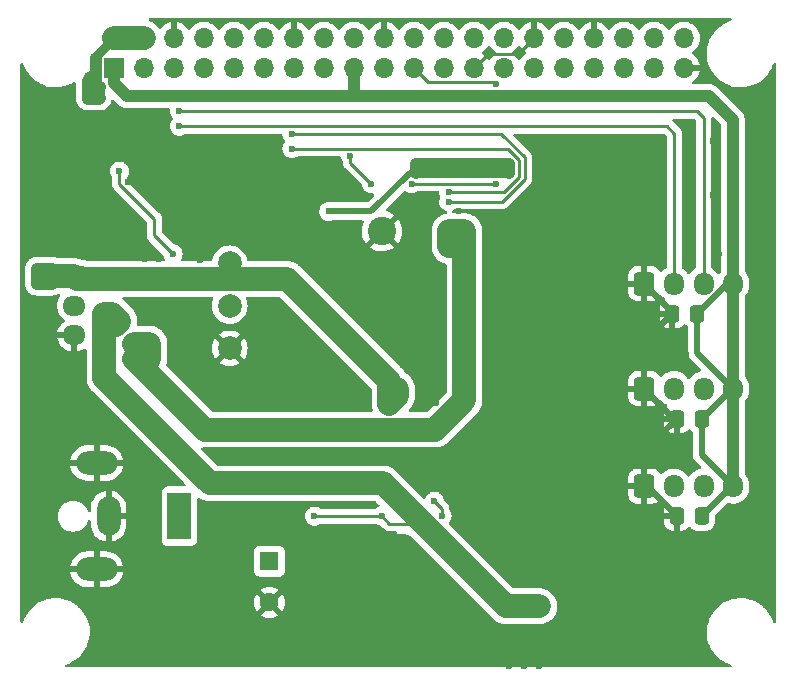
<source format=gbl>
G04 #@! TF.GenerationSoftware,KiCad,Pcbnew,(5.99.0-11324-gb6e8beb38c)*
G04 #@! TF.CreationDate,2021-07-19T22:25:18+09:00*
G04 #@! TF.ProjectId,RPi_IO-Link_Hat,5250695f-494f-42d4-9c69-6e6b5f486174,rev?*
G04 #@! TF.SameCoordinates,Original*
G04 #@! TF.FileFunction,Copper,L2,Bot*
G04 #@! TF.FilePolarity,Positive*
%FSLAX46Y46*%
G04 Gerber Fmt 4.6, Leading zero omitted, Abs format (unit mm)*
G04 Created by KiCad (PCBNEW (5.99.0-11324-gb6e8beb38c)) date 2021-07-19 22:25:18*
%MOMM*%
%LPD*%
G01*
G04 APERTURE LIST*
G04 Aperture macros list*
%AMRoundRect*
0 Rectangle with rounded corners*
0 $1 Rounding radius*
0 $2 $3 $4 $5 $6 $7 $8 $9 X,Y pos of 4 corners*
0 Add a 4 corners polygon primitive as box body*
4,1,4,$2,$3,$4,$5,$6,$7,$8,$9,$2,$3,0*
0 Add four circle primitives for the rounded corners*
1,1,$1+$1,$2,$3*
1,1,$1+$1,$4,$5*
1,1,$1+$1,$6,$7*
1,1,$1+$1,$8,$9*
0 Add four rect primitives between the rounded corners*
20,1,$1+$1,$2,$3,$4,$5,0*
20,1,$1+$1,$4,$5,$6,$7,0*
20,1,$1+$1,$6,$7,$8,$9,0*
20,1,$1+$1,$8,$9,$2,$3,0*%
G04 Aperture macros list end*
G04 #@! TA.AperFunction,ComponentPad*
%ADD10C,2.000000*%
G04 #@! TD*
G04 #@! TA.AperFunction,ComponentPad*
%ADD11R,1.600000X1.600000*%
G04 #@! TD*
G04 #@! TA.AperFunction,ComponentPad*
%ADD12C,1.600000*%
G04 #@! TD*
G04 #@! TA.AperFunction,ComponentPad*
%ADD13R,2.000000X4.000000*%
G04 #@! TD*
G04 #@! TA.AperFunction,ComponentPad*
%ADD14O,2.000000X3.300000*%
G04 #@! TD*
G04 #@! TA.AperFunction,ComponentPad*
%ADD15O,3.500000X2.000000*%
G04 #@! TD*
G04 #@! TA.AperFunction,ComponentPad*
%ADD16RoundRect,0.250000X-0.725000X0.600000X-0.725000X-0.600000X0.725000X-0.600000X0.725000X0.600000X0*%
G04 #@! TD*
G04 #@! TA.AperFunction,ComponentPad*
%ADD17O,1.950000X1.700000*%
G04 #@! TD*
G04 #@! TA.AperFunction,ComponentPad*
%ADD18RoundRect,0.250000X-0.600000X-0.725000X0.600000X-0.725000X0.600000X0.725000X-0.600000X0.725000X0*%
G04 #@! TD*
G04 #@! TA.AperFunction,ComponentPad*
%ADD19O,1.700000X1.950000*%
G04 #@! TD*
G04 #@! TA.AperFunction,ComponentPad*
%ADD20C,1.500000*%
G04 #@! TD*
G04 #@! TA.AperFunction,ComponentPad*
%ADD21C,2.400000*%
G04 #@! TD*
G04 #@! TA.AperFunction,SMDPad,CuDef*
%ADD22RoundRect,0.250000X0.337500X0.475000X-0.337500X0.475000X-0.337500X-0.475000X0.337500X-0.475000X0*%
G04 #@! TD*
G04 #@! TA.AperFunction,ComponentPad*
%ADD23R,1.700000X1.700000*%
G04 #@! TD*
G04 #@! TA.AperFunction,ComponentPad*
%ADD24O,1.700000X1.700000*%
G04 #@! TD*
G04 #@! TA.AperFunction,ViaPad*
%ADD25C,0.600000*%
G04 #@! TD*
G04 #@! TA.AperFunction,Conductor*
%ADD26C,0.500000*%
G04 #@! TD*
G04 #@! TA.AperFunction,Conductor*
%ADD27C,0.250000*%
G04 #@! TD*
G04 #@! TA.AperFunction,Conductor*
%ADD28C,2.000000*%
G04 #@! TD*
G04 #@! TA.AperFunction,Conductor*
%ADD29C,0.750000*%
G04 #@! TD*
G04 #@! TA.AperFunction,Conductor*
%ADD30C,1.000000*%
G04 #@! TD*
G04 APERTURE END LIST*
D10*
G04 #@! TO.P,TP3,1,1*
G04 #@! TO.N,GND*
X36000000Y-62000000D03*
G04 #@! TD*
G04 #@! TO.P,TP2,1,1*
G04 #@! TO.N,CQ1*
X36000000Y-58400000D03*
G04 #@! TD*
G04 #@! TO.P,TP1,1,1*
G04 #@! TO.N,L+1*
X36000000Y-54800000D03*
G04 #@! TD*
D11*
G04 #@! TO.P,C7,1*
G04 #@! TO.N,+24V*
X39370000Y-80010000D03*
D12*
G04 #@! TO.P,C7,2*
G04 #@! TO.N,GND*
X39370000Y-83510000D03*
G04 #@! TD*
D13*
G04 #@! TO.P,J1,1*
G04 #@! TO.N,+24V*
X31750000Y-76200000D03*
D14*
G04 #@! TO.P,J1,2*
G04 #@! TO.N,GND*
X25750000Y-76200000D03*
D15*
G04 #@! TO.P,J1,MP,MountPin*
X24750000Y-71700000D03*
X24750000Y-80700000D03*
G04 #@! TD*
D16*
G04 #@! TO.P,J3,1,Pin_1*
G04 #@! TO.N,L+1*
X22860000Y-55880000D03*
D17*
G04 #@! TO.P,J3,2,Pin_2*
G04 #@! TO.N,CQ1*
X22860000Y-58380000D03*
G04 #@! TO.P,J3,3,Pin_3*
G04 #@! TO.N,GND*
X22860000Y-60880000D03*
G04 #@! TD*
D18*
G04 #@! TO.P,J4,1,Pin_1*
G04 #@! TO.N,GND*
X71120000Y-56515000D03*
D19*
G04 #@! TO.P,J4,2,Pin_2*
G04 #@! TO.N,I2C_SDA*
X73620000Y-56515000D03*
G04 #@! TO.P,J4,3,Pin_3*
G04 #@! TO.N,I2C_SCL*
X76120000Y-56515000D03*
G04 #@! TO.P,J4,4,Pin_4*
G04 #@! TO.N,+3V3*
X78620000Y-56515000D03*
G04 #@! TD*
D18*
G04 #@! TO.P,J5,1,Pin_1*
G04 #@! TO.N,GND*
X71120000Y-65405000D03*
D19*
G04 #@! TO.P,J5,2,Pin_2*
G04 #@! TO.N,I2C_SDA*
X73620000Y-65405000D03*
G04 #@! TO.P,J5,3,Pin_3*
G04 #@! TO.N,I2C_SCL*
X76120000Y-65405000D03*
G04 #@! TO.P,J5,4,Pin_4*
G04 #@! TO.N,+3V3*
X78620000Y-65405000D03*
G04 #@! TD*
D18*
G04 #@! TO.P,J6,1,Pin_1*
G04 #@! TO.N,GND*
X71120000Y-73660000D03*
D19*
G04 #@! TO.P,J6,2,Pin_2*
G04 #@! TO.N,I2C_SDA*
X73620000Y-73660000D03*
G04 #@! TO.P,J6,3,Pin_3*
G04 #@! TO.N,I2C_SCL*
X76120000Y-73660000D03*
G04 #@! TO.P,J6,4,Pin_4*
G04 #@! TO.N,+3V3*
X78620000Y-73660000D03*
G04 #@! TD*
D20*
G04 #@! TO.P,U1,11,GND*
G04 #@! TO.N,GND*
X50800000Y-78740000D03*
G04 #@! TD*
D21*
G04 #@! TO.P,U2,39,GND*
G04 #@! TO.N,GND*
X48895000Y-52070000D03*
G04 #@! TD*
D22*
G04 #@! TO.P,C8,1*
G04 #@! TO.N,+3V3*
X75565000Y-59055000D03*
G04 #@! TO.P,C8,2*
G04 #@! TO.N,GND*
X73490000Y-59055000D03*
G04 #@! TD*
G04 #@! TO.P,C9,1*
G04 #@! TO.N,+3V3*
X75967500Y-67945000D03*
G04 #@! TO.P,C9,2*
G04 #@! TO.N,GND*
X73892500Y-67945000D03*
G04 #@! TD*
G04 #@! TO.P,C10,1*
G04 #@! TO.N,+3V3*
X75967500Y-76200000D03*
G04 #@! TO.P,C10,2*
G04 #@! TO.N,GND*
X73892500Y-76200000D03*
G04 #@! TD*
D23*
G04 #@! TO.P,J2,1,3V3*
G04 #@! TO.N,+3V3*
X26200000Y-38250000D03*
D24*
G04 #@! TO.P,J2,2,5V*
G04 #@! TO.N,+5V*
X26200000Y-35710000D03*
G04 #@! TO.P,J2,3,SDA/GPIO2*
G04 #@! TO.N,I2C_SDA*
X28740000Y-38250000D03*
G04 #@! TO.P,J2,4,5V*
G04 #@! TO.N,+5V*
X28740000Y-35710000D03*
G04 #@! TO.P,J2,5,SCL/GPIO3*
G04 #@! TO.N,I2C_SCL*
X31280000Y-38250000D03*
G04 #@! TO.P,J2,6,GND*
G04 #@! TO.N,GND*
X31280000Y-35710000D03*
G04 #@! TO.P,J2,7,GCLK0/GPIO4*
G04 #@! TO.N,unconnected-(J2-Pad7)*
X33820000Y-38250000D03*
G04 #@! TO.P,J2,8,GPIO14/TXD*
G04 #@! TO.N,TXD*
X33820000Y-35710000D03*
G04 #@! TO.P,J2,9,GND*
G04 #@! TO.N,GND*
X36360000Y-38250000D03*
G04 #@! TO.P,J2,10,GPIO15/RXD*
G04 #@! TO.N,RXD*
X36360000Y-35710000D03*
G04 #@! TO.P,J2,11,GPIO17*
G04 #@! TO.N,unconnected-(J2-Pad11)*
X38900000Y-38250000D03*
G04 #@! TO.P,J2,12,GPIO18/PWM0*
G04 #@! TO.N,unconnected-(J2-Pad12)*
X38900000Y-35710000D03*
G04 #@! TO.P,J2,13,GPIO27*
G04 #@! TO.N,unconnected-(J2-Pad13)*
X41440000Y-38250000D03*
G04 #@! TO.P,J2,14,GND*
G04 #@! TO.N,GND*
X41440000Y-35710000D03*
G04 #@! TO.P,J2,15,GPIO22*
G04 #@! TO.N,unconnected-(J2-Pad15)*
X43980000Y-38250000D03*
G04 #@! TO.P,J2,16,GPIO23*
G04 #@! TO.N,unconnected-(J2-Pad16)*
X43980000Y-35710000D03*
G04 #@! TO.P,J2,17,3V3*
G04 #@! TO.N,+3V3*
X46520000Y-38250000D03*
G04 #@! TO.P,J2,18,GPIO24*
G04 #@! TO.N,unconnected-(J2-Pad18)*
X46520000Y-35710000D03*
G04 #@! TO.P,J2,19,MOSI0/GPIO10*
G04 #@! TO.N,SPI_MOSI*
X49060000Y-38250000D03*
G04 #@! TO.P,J2,20,GND*
G04 #@! TO.N,GND*
X49060000Y-35710000D03*
G04 #@! TO.P,J2,21,MISO0/GPIO9*
G04 #@! TO.N,SPI_MISO*
X51600000Y-38250000D03*
G04 #@! TO.P,J2,22,GPIO25*
G04 #@! TO.N,unconnected-(J2-Pad22)*
X51600000Y-35710000D03*
G04 #@! TO.P,J2,23,SCLK0/GPIO11*
G04 #@! TO.N,SPI_SCK*
X54140000Y-38250000D03*
G04 #@! TO.P,J2,24,~CE0~/GPIO8*
G04 #@! TO.N,SPI_CS*
X54140000Y-35710000D03*
G04 #@! TO.P,J2,25,GND*
G04 #@! TO.N,GND*
X56680000Y-38250000D03*
G04 #@! TO.P,J2,26,~CE1~/GPIO7*
G04 #@! TO.N,unconnected-(J2-Pad26)*
X56680000Y-35710000D03*
G04 #@! TO.P,J2,27,ID_SD/GPIO0*
G04 #@! TO.N,unconnected-(J2-Pad27)*
X59220000Y-38250000D03*
G04 #@! TO.P,J2,28,ID_SC/GPIO1*
G04 #@! TO.N,unconnected-(J2-Pad28)*
X59220000Y-35710000D03*
G04 #@! TO.P,J2,29,GCLK1/GPIO5*
G04 #@! TO.N,unconnected-(J2-Pad29)*
X61760000Y-38250000D03*
G04 #@! TO.P,J2,30,GND*
G04 #@! TO.N,GND*
X61760000Y-35710000D03*
G04 #@! TO.P,J2,31,GCLK2/GPIO6*
G04 #@! TO.N,unconnected-(J2-Pad31)*
X64300000Y-38250000D03*
G04 #@! TO.P,J2,32,PWM0/GPIO12*
G04 #@! TO.N,unconnected-(J2-Pad32)*
X64300000Y-35710000D03*
G04 #@! TO.P,J2,33,PWM1/GPIO13*
G04 #@! TO.N,unconnected-(J2-Pad33)*
X66840000Y-38250000D03*
G04 #@! TO.P,J2,34,GND*
G04 #@! TO.N,GND*
X66840000Y-35710000D03*
G04 #@! TO.P,J2,35,GPIO19/MISO1*
G04 #@! TO.N,unconnected-(J2-Pad35)*
X69380000Y-38250000D03*
G04 #@! TO.P,J2,36,GPIO16*
G04 #@! TO.N,unconnected-(J2-Pad36)*
X69380000Y-35710000D03*
G04 #@! TO.P,J2,37,GPIO26*
G04 #@! TO.N,unconnected-(J2-Pad37)*
X71920000Y-38250000D03*
G04 #@! TO.P,J2,38,GPIO20/MOSI1*
G04 #@! TO.N,unconnected-(J2-Pad38)*
X71920000Y-35710000D03*
G04 #@! TO.P,J2,39,GND*
G04 #@! TO.N,GND*
X74460000Y-38250000D03*
G04 #@! TO.P,J2,40,GPIO21/SCLK1*
G04 #@! TO.N,unconnected-(J2-Pad40)*
X74460000Y-35710000D03*
G04 #@! TD*
D25*
G04 #@! TO.N,+3V3*
X44400000Y-50400000D03*
G04 #@! TO.N,GND*
X40000000Y-53800000D03*
X39000000Y-53800000D03*
X38000000Y-53800000D03*
X40000000Y-59200000D03*
X39000000Y-59200000D03*
X30000000Y-54400000D03*
X32600000Y-60000000D03*
X30400000Y-60000000D03*
X32000000Y-61000000D03*
X33500000Y-54500000D03*
X28800000Y-54400000D03*
X34500000Y-61000000D03*
X34500000Y-60000000D03*
X21590000Y-47625000D03*
X28550000Y-59750000D03*
X30480000Y-41910000D03*
X37642800Y-75742800D03*
X34406500Y-63500000D03*
X41275000Y-78105000D03*
X27940000Y-71120000D03*
X56616600Y-68529200D03*
X54000400Y-61772800D03*
X43281600Y-47675800D03*
X20320000Y-57785000D03*
X33020000Y-60960000D03*
X59690000Y-88900000D03*
X41910000Y-66675000D03*
X24765000Y-53975000D03*
X43180000Y-71120000D03*
X59690000Y-81280000D03*
X43281600Y-46405800D03*
X42545000Y-78105000D03*
X54610000Y-73025000D03*
X44551600Y-46405800D03*
X54000400Y-60909200D03*
X19050000Y-64135000D03*
X19812000Y-40640000D03*
X62230000Y-88900000D03*
X44551600Y-52324000D03*
X51435000Y-80645000D03*
X47625000Y-66675000D03*
X36830000Y-71120000D03*
X57886600Y-68529200D03*
X74930000Y-53975000D03*
X58064400Y-61823600D03*
X58064400Y-60960000D03*
X52324000Y-50800000D03*
X41275000Y-71120000D03*
X27400000Y-47900000D03*
X21590000Y-46355000D03*
X38000000Y-59200000D03*
X24765000Y-52705000D03*
X52070000Y-73025000D03*
X43281600Y-54559200D03*
X29210000Y-71120000D03*
X57150000Y-73025000D03*
X59690000Y-80010000D03*
X74676000Y-70840600D03*
X34925000Y-66675000D03*
X74676000Y-49022000D03*
X29100000Y-58150000D03*
X30988000Y-45593000D03*
X53441600Y-66624200D03*
X52171600Y-66624200D03*
X50900000Y-53200000D03*
X53441600Y-65354200D03*
X76962000Y-44450000D03*
X36830000Y-66675000D03*
X76962000Y-49022000D03*
X60960000Y-88900000D03*
X43180000Y-66675000D03*
X55400000Y-50350000D03*
X30988000Y-47625000D03*
X77470000Y-53975000D03*
X52171600Y-65354200D03*
X29210000Y-72390000D03*
X19050000Y-59690000D03*
X29445308Y-53645308D03*
X20320000Y-52705000D03*
X74676000Y-62509400D03*
X22950000Y-41900000D03*
X59690000Y-87630000D03*
X29150000Y-59000000D03*
X43281600Y-53289200D03*
X22860000Y-47625000D03*
X27940000Y-72390000D03*
X62230000Y-87630000D03*
X34925000Y-71120000D03*
X74676000Y-43815000D03*
X30988000Y-44577000D03*
X19050000Y-52705000D03*
X50546000Y-80645000D03*
X43815000Y-82550000D03*
X57886600Y-69799200D03*
X30988000Y-46609000D03*
X52070000Y-81153000D03*
X56616600Y-69799200D03*
X19050000Y-58420000D03*
G04 #@! TO.N,Net-(C2-Pad1)*
X53340000Y-74930000D03*
X53975000Y-76200000D03*
G04 #@! TO.N,+5V*
X43180000Y-76200000D03*
X25400000Y-59055000D03*
X24028400Y-40843200D03*
X26606500Y-59690000D03*
X24993600Y-40792400D03*
X24993600Y-39827200D03*
X25400000Y-60325000D03*
X26606500Y-58674000D03*
X60960000Y-83820000D03*
X59690000Y-83820000D03*
X62230000Y-83820000D03*
X23977600Y-39776400D03*
X48895000Y-76200000D03*
G04 #@! TO.N,+3V3*
X59690000Y-47117000D03*
X52070000Y-40640000D03*
X51816000Y-47117000D03*
X51816000Y-46355000D03*
X59690000Y-40640000D03*
X59690000Y-46355000D03*
X60452000Y-40640000D03*
G04 #@! TO.N,Net-(D2-Pad1)*
X31200000Y-54000000D03*
X26670000Y-46990000D03*
G04 #@! TO.N,L+1*
X20955000Y-56515000D03*
X50165000Y-65405000D03*
X50165000Y-66675000D03*
X19685000Y-55245000D03*
X20955000Y-55245000D03*
X48895000Y-66675000D03*
X19685000Y-56515000D03*
X48895000Y-65405000D03*
G04 #@! TO.N,CQ1*
X54610000Y-52070000D03*
X27940000Y-61595000D03*
X55880000Y-52070000D03*
X54610000Y-53340000D03*
X27940000Y-62865000D03*
X29210000Y-62865000D03*
X29210000Y-61595000D03*
X55880000Y-53340000D03*
G04 #@! TO.N,I2C_SDA*
X31750000Y-43180000D03*
G04 #@! TO.N,I2C_SCL*
X31750000Y-41910000D03*
G04 #@! TO.N,TXD*
X54559200Y-48717200D03*
X41275000Y-45085000D03*
G04 #@! TO.N,RXD*
X54559200Y-49580800D03*
X41275000Y-43815000D03*
G04 #@! TO.N,SPI_MOSI*
X46228000Y-45720000D03*
X48006000Y-48056800D03*
G04 #@! TO.N,SPI_MISO*
X58521600Y-39624000D03*
X51409600Y-48056800D03*
X58521600Y-48056800D03*
G04 #@! TD*
D26*
G04 #@! TO.N,+3V3*
X47956398Y-50400000D02*
X51239398Y-47117000D01*
X44400000Y-50400000D02*
X47956398Y-50400000D01*
D27*
G04 #@! TO.N,Net-(D2-Pad1)*
X26670000Y-48053193D02*
X26670000Y-46990000D01*
X29625000Y-51008193D02*
X26670000Y-48053193D01*
X29625000Y-52425000D02*
X29625000Y-51008193D01*
X31200000Y-54000000D02*
X29625000Y-52425000D01*
D26*
G04 #@! TO.N,GND*
X71120000Y-65405000D02*
X71120000Y-61425000D01*
X71120000Y-70717500D02*
X73892500Y-67945000D01*
X73490000Y-58885000D02*
X71120000Y-56515000D01*
D27*
X56680000Y-38250000D02*
X57855001Y-37074999D01*
D28*
X50165000Y-80645000D02*
X50165000Y-79375000D01*
D26*
X71120000Y-61425000D02*
X73490000Y-59055000D01*
D28*
X50800000Y-78740000D02*
X43180000Y-78740000D01*
D26*
X73892500Y-67945000D02*
X73660000Y-67945000D01*
D28*
X50165000Y-79375000D02*
X50800000Y-78740000D01*
D26*
X73660000Y-67945000D02*
X71120000Y-65405000D01*
X71120000Y-73660000D02*
X71352500Y-73660000D01*
D27*
X57855001Y-37074999D02*
X60395001Y-37074999D01*
D28*
X43180000Y-78740000D02*
X42545000Y-78105000D01*
D26*
X73490000Y-59055000D02*
X73490000Y-58885000D01*
D28*
X59690000Y-87630000D02*
X50800000Y-78740000D01*
D26*
X71120000Y-73660000D02*
X71120000Y-70717500D01*
X71352500Y-73660000D02*
X73892500Y-76200000D01*
D27*
X60395001Y-37074999D02*
X61760000Y-35710000D01*
G04 #@! TO.N,Net-(C2-Pad1)*
X53975000Y-75565000D02*
X53340000Y-74930000D01*
X53975000Y-76200000D02*
X53975000Y-75565000D01*
D29*
G04 #@! TO.N,+5V*
X24774999Y-38979001D02*
X23977600Y-39776400D01*
D27*
X48895000Y-76200000D02*
X49520001Y-76825001D01*
D30*
X23977600Y-39776400D02*
X23977600Y-39317402D01*
X23977600Y-40792400D02*
X24028400Y-40843200D01*
D28*
X48984997Y-73429999D02*
X34334130Y-73429999D01*
X26670000Y-59753717D02*
X26384358Y-60039359D01*
X59374998Y-83820000D02*
X48984997Y-73429999D01*
D29*
X24774999Y-37135001D02*
X24774999Y-38979001D01*
D28*
X25400000Y-59055000D02*
X26035000Y-59055000D01*
D30*
X23977600Y-39317402D02*
X24649999Y-38645003D01*
D28*
X62230000Y-83820000D02*
X59374998Y-83820000D01*
X26670000Y-59690000D02*
X26670000Y-59753717D01*
D29*
X26200000Y-35710000D02*
X24774999Y-37135001D01*
X24774999Y-37135001D02*
X24774999Y-40573799D01*
D30*
X24942800Y-40843200D02*
X24993600Y-40792400D01*
D28*
X28740000Y-35710000D02*
X26200000Y-35710000D01*
D27*
X49520001Y-76825001D02*
X52695001Y-76825001D01*
D29*
X23977600Y-39776400D02*
X24530001Y-39223999D01*
D30*
X24942800Y-40843200D02*
X24942800Y-39878000D01*
X24649999Y-38645003D02*
X24649999Y-38013801D01*
D28*
X26035000Y-59055000D02*
X26670000Y-59690000D01*
D30*
X23977600Y-39776400D02*
X23977600Y-40792400D01*
D28*
X25400000Y-60325000D02*
X25400000Y-59055000D01*
D29*
X24530001Y-39223999D02*
X24530001Y-38580001D01*
X24530001Y-38580001D02*
X24530001Y-37338000D01*
D27*
X43180000Y-76200000D02*
X48895000Y-76200000D01*
D29*
X23977600Y-39776400D02*
X23977600Y-38906401D01*
D30*
X24942800Y-39878000D02*
X24993600Y-39827200D01*
D28*
X34334130Y-73429999D02*
X25400000Y-64495869D01*
X25400000Y-64495869D02*
X25400000Y-60325000D01*
D30*
X24028400Y-40843200D02*
X24942800Y-40843200D01*
D29*
X24774999Y-40573799D02*
X24993600Y-40792400D01*
D27*
X52695001Y-76825001D02*
X59690000Y-83820000D01*
D30*
G04 #@! TO.N,+3V3*
X36830000Y-40640000D02*
X46355000Y-40640000D01*
D26*
X75565000Y-59055000D02*
X75565000Y-62350000D01*
D30*
X78620000Y-64890000D02*
X78620000Y-73660000D01*
X26200000Y-39535000D02*
X27305000Y-40640000D01*
D27*
X50292000Y-40640000D02*
X50165000Y-40640000D01*
D30*
X51816000Y-46355000D02*
X51816000Y-47117000D01*
X46520000Y-38250000D02*
X46520000Y-40475000D01*
X27305000Y-40640000D02*
X36830000Y-40640000D01*
X51816000Y-46355000D02*
X59690000Y-46355000D01*
X52070000Y-40640000D02*
X53340000Y-40640000D01*
D26*
X78620000Y-73660000D02*
X78507500Y-73660000D01*
X78620000Y-65405000D02*
X78507500Y-65405000D01*
D30*
X59629799Y-47056799D02*
X51876201Y-47056799D01*
D26*
X51816000Y-47117000D02*
X51239398Y-47117000D01*
X75967500Y-71007500D02*
X78620000Y-73660000D01*
X75967500Y-67945000D02*
X75967500Y-71007500D01*
X78507500Y-73660000D02*
X75967500Y-76200000D01*
X78507500Y-65405000D02*
X75967500Y-67945000D01*
D30*
X59690000Y-47117000D02*
X59629799Y-47056799D01*
X52070000Y-40640000D02*
X76595000Y-40640000D01*
X59690000Y-46355000D02*
X59690000Y-47117000D01*
X76595000Y-40640000D02*
X78620000Y-42665000D01*
X26200000Y-38250000D02*
X26200000Y-39535000D01*
X46520000Y-40475000D02*
X46355000Y-40640000D01*
X51876201Y-47056799D02*
X51816000Y-47117000D01*
D26*
X78620000Y-56515000D02*
X78105000Y-56515000D01*
D30*
X78620000Y-42665000D02*
X78620000Y-64890000D01*
X50165000Y-40640000D02*
X52070000Y-40640000D01*
D26*
X75565000Y-62350000D02*
X78620000Y-65405000D01*
X78105000Y-56515000D02*
X75565000Y-59055000D01*
D30*
X46355000Y-40640000D02*
X50165000Y-40640000D01*
D28*
G04 #@! TO.N,L+1*
X49530000Y-64770000D02*
X40870001Y-56110001D01*
X50165000Y-66040000D02*
X49530000Y-66675000D01*
D30*
X19685000Y-56515000D02*
X20955000Y-56515000D01*
X20955000Y-55245000D02*
X19685000Y-55245000D01*
D28*
X40870001Y-56110001D02*
X23090001Y-56110001D01*
X22860000Y-55880000D02*
X20955000Y-55880000D01*
X50165000Y-65405000D02*
X50165000Y-66040000D01*
D30*
X19685000Y-55245000D02*
X19685000Y-56515000D01*
D28*
X23090001Y-56110001D02*
X22860000Y-55880000D01*
X49530000Y-66675000D02*
X49530000Y-64770000D01*
G04 #@! TO.N,CQ1*
X55880000Y-66405802D02*
X55880000Y-63436283D01*
X55880000Y-63436283D02*
X55880000Y-53340000D01*
X53410792Y-68875010D02*
X55880000Y-66405802D01*
X54610000Y-52070000D02*
X54610000Y-53340000D01*
X55880000Y-53340000D02*
X54610000Y-53340000D01*
X27940000Y-62865000D02*
X33950010Y-68875010D01*
X55880000Y-53340000D02*
X55880000Y-52070000D01*
X27940000Y-61595000D02*
X29210000Y-61595000D01*
X33950010Y-68875010D02*
X53410792Y-68875010D01*
X29210000Y-61595000D02*
X29210000Y-62865000D01*
X55880000Y-52070000D02*
X54610000Y-52070000D01*
D27*
G04 #@! TO.N,I2C_SDA*
X73025000Y-43180000D02*
X73660000Y-43815000D01*
X31750000Y-43180000D02*
X73025000Y-43180000D01*
X73660000Y-56475000D02*
X73620000Y-56515000D01*
X73660000Y-43815000D02*
X73660000Y-56475000D01*
X73660000Y-43815000D02*
X73620000Y-43855000D01*
G04 #@! TO.N,I2C_SCL*
X75565000Y-41910000D02*
X76120000Y-42465000D01*
X76120000Y-42465000D02*
X76120000Y-56515000D01*
X31750000Y-41910000D02*
X75565000Y-41910000D01*
G04 #@! TO.N,TXD*
X59256540Y-48717200D02*
X60515010Y-47458730D01*
X54559200Y-48717200D02*
X59256540Y-48717200D01*
X60515010Y-46013270D02*
X59586740Y-45085000D01*
X60515010Y-47458730D02*
X60515010Y-46013270D01*
X41275000Y-45085000D02*
X51725002Y-45085000D01*
X59586740Y-45085000D02*
X51725002Y-45085000D01*
G04 #@! TO.N,RXD*
X60965020Y-45826870D02*
X60965019Y-47645131D01*
X59029350Y-49580800D02*
X54559200Y-49580800D01*
X58953150Y-43815000D02*
X60965020Y-45826870D01*
X60965019Y-47645131D02*
X59029350Y-49580800D01*
X41275000Y-43815000D02*
X58953150Y-43815000D01*
G04 #@! TO.N,SPI_MOSI*
X46228000Y-46278800D02*
X48006000Y-48056800D01*
X46228000Y-45720000D02*
X46228000Y-46278800D01*
G04 #@! TO.N,SPI_MISO*
X51409600Y-48056800D02*
X58267600Y-48056800D01*
X51600000Y-38250000D02*
X52775001Y-39425001D01*
X52775001Y-39425001D02*
X58322601Y-39425001D01*
X58322601Y-39425001D02*
X58521600Y-39624000D01*
G04 #@! TD*
G04 #@! TA.AperFunction,Conductor*
G04 #@! TO.N,GND*
G36*
X78452473Y-34048002D02*
G01*
X78498966Y-34101658D01*
X78509070Y-34171932D01*
X78479576Y-34236512D01*
X78425165Y-34273207D01*
X78370672Y-34291864D01*
X78191678Y-34353147D01*
X77892370Y-34495910D01*
X77611454Y-34672128D01*
X77608620Y-34674398D01*
X77608615Y-34674402D01*
X77494431Y-34765881D01*
X77352654Y-34879466D01*
X77311811Y-34920739D01*
X77123626Y-35110905D01*
X77119400Y-35115175D01*
X77117159Y-35118033D01*
X76997452Y-35270702D01*
X76914784Y-35376132D01*
X76741517Y-35658878D01*
X76739992Y-35662163D01*
X76739990Y-35662167D01*
X76704193Y-35739285D01*
X76601897Y-35959664D01*
X76575009Y-36040965D01*
X76515924Y-36219623D01*
X76497773Y-36274505D01*
X76497037Y-36278060D01*
X76497036Y-36278063D01*
X76435000Y-36577626D01*
X76430527Y-36599226D01*
X76430205Y-36602837D01*
X76401735Y-36921833D01*
X76401048Y-36929525D01*
X76401143Y-36933155D01*
X76401143Y-36933156D01*
X76408615Y-37218500D01*
X76409729Y-37261023D01*
X76410239Y-37264609D01*
X76410240Y-37264617D01*
X76452826Y-37563843D01*
X76456453Y-37589327D01*
X76540602Y-37910084D01*
X76661061Y-38219044D01*
X76662765Y-38222262D01*
X76772938Y-38430342D01*
X76816232Y-38512111D01*
X76818284Y-38515096D01*
X76818289Y-38515105D01*
X77002002Y-38782409D01*
X77002008Y-38782416D01*
X77004059Y-38785401D01*
X77073163Y-38864616D01*
X77184070Y-38991751D01*
X77222052Y-39035291D01*
X77238973Y-39050688D01*
X77433002Y-39227240D01*
X77467323Y-39258470D01*
X77736619Y-39451979D01*
X78026372Y-39613254D01*
X78332741Y-39740156D01*
X78336235Y-39741151D01*
X78336237Y-39741152D01*
X78648165Y-39830007D01*
X78648170Y-39830008D01*
X78651666Y-39831004D01*
X78655247Y-39831590D01*
X78655254Y-39831592D01*
X78975339Y-39884008D01*
X78975343Y-39884008D01*
X78978919Y-39884594D01*
X78982545Y-39884765D01*
X79306536Y-39900044D01*
X79306537Y-39900044D01*
X79310163Y-39900215D01*
X79317389Y-39899722D01*
X79637374Y-39877908D01*
X79637381Y-39877907D01*
X79641006Y-39877660D01*
X79644582Y-39876997D01*
X79644584Y-39876997D01*
X79963500Y-39817890D01*
X79963504Y-39817889D01*
X79967065Y-39817229D01*
X80284018Y-39719722D01*
X80472285Y-39637078D01*
X80584339Y-39587890D01*
X80584343Y-39587888D01*
X80587662Y-39586431D01*
X80634554Y-39559030D01*
X80870834Y-39420959D01*
X80870836Y-39420958D01*
X80873974Y-39419124D01*
X80876883Y-39416940D01*
X81136252Y-39222200D01*
X81136256Y-39222197D01*
X81139159Y-39220017D01*
X81379702Y-38991751D01*
X81592414Y-38737350D01*
X81594402Y-38734324D01*
X81772489Y-38463212D01*
X81772494Y-38463203D01*
X81774476Y-38460186D01*
X81894140Y-38222262D01*
X81921849Y-38167170D01*
X81921852Y-38167162D01*
X81923476Y-38163934D01*
X82027674Y-37879198D01*
X82069868Y-37822100D01*
X82136234Y-37796878D01*
X82205700Y-37811540D01*
X82256212Y-37861430D01*
X82272000Y-37922499D01*
X82272000Y-85127022D01*
X82251998Y-85195143D01*
X82198342Y-85241636D01*
X82128068Y-85251740D01*
X82063488Y-85222246D01*
X82025189Y-85162808D01*
X81991120Y-85047793D01*
X81990088Y-85044308D01*
X81859984Y-84739285D01*
X81830520Y-84687628D01*
X81697475Y-84454376D01*
X81695684Y-84451236D01*
X81534278Y-84231507D01*
X81501509Y-84186898D01*
X81501507Y-84186895D01*
X81499366Y-84183981D01*
X81273631Y-83941061D01*
X81195744Y-83874539D01*
X81064163Y-83762159D01*
X81021471Y-83725697D01*
X80746229Y-83540742D01*
X80705229Y-83519580D01*
X80454773Y-83390310D01*
X80451553Y-83388648D01*
X80141349Y-83271432D01*
X79819728Y-83190646D01*
X79681204Y-83172409D01*
X79494557Y-83147836D01*
X79494549Y-83147835D01*
X79490953Y-83147362D01*
X79354505Y-83145219D01*
X79163024Y-83142211D01*
X79163020Y-83142211D01*
X79159382Y-83142154D01*
X79155767Y-83142515D01*
X79155762Y-83142515D01*
X78921457Y-83165902D01*
X78829410Y-83175089D01*
X78760234Y-83190172D01*
X78508955Y-83244960D01*
X78508951Y-83244961D01*
X78505411Y-83245733D01*
X78191678Y-83353147D01*
X77892370Y-83495910D01*
X77611454Y-83672128D01*
X77608620Y-83674398D01*
X77608615Y-83674402D01*
X77446745Y-83804085D01*
X77352654Y-83879466D01*
X77119400Y-84115175D01*
X77117159Y-84118033D01*
X77015803Y-84247298D01*
X76914784Y-84376132D01*
X76741517Y-84658878D01*
X76739992Y-84662163D01*
X76739990Y-84662167D01*
X76704193Y-84739285D01*
X76601897Y-84959664D01*
X76548074Y-85122410D01*
X76500825Y-85265278D01*
X76497773Y-85274505D01*
X76497037Y-85278060D01*
X76497036Y-85278063D01*
X76486591Y-85328500D01*
X76430527Y-85599226D01*
X76401048Y-85929525D01*
X76401143Y-85933155D01*
X76401143Y-85933156D01*
X76408226Y-86203639D01*
X76409729Y-86261023D01*
X76410239Y-86264609D01*
X76410240Y-86264617D01*
X76450643Y-86548504D01*
X76456453Y-86589327D01*
X76540602Y-86910084D01*
X76661061Y-87219044D01*
X76676297Y-87247819D01*
X76762501Y-87410630D01*
X76816232Y-87512111D01*
X76818284Y-87515096D01*
X76818289Y-87515105D01*
X77002002Y-87782409D01*
X77002008Y-87782416D01*
X77004059Y-87785401D01*
X77006447Y-87788138D01*
X77184070Y-87991751D01*
X77222052Y-88035291D01*
X77467323Y-88258470D01*
X77736619Y-88451979D01*
X78026372Y-88613254D01*
X78332741Y-88740156D01*
X78336235Y-88741151D01*
X78336237Y-88741152D01*
X78419328Y-88764821D01*
X78479363Y-88802720D01*
X78509377Y-88867060D01*
X78499842Y-88937413D01*
X78453785Y-88991443D01*
X78384809Y-89012000D01*
X22172035Y-89012000D01*
X22103914Y-88991998D01*
X22057421Y-88938342D01*
X22047317Y-88868068D01*
X22076811Y-88803488D01*
X22134986Y-88765570D01*
X22280540Y-88720792D01*
X22280541Y-88720792D01*
X22284018Y-88719722D01*
X22530579Y-88611489D01*
X22584339Y-88587890D01*
X22584343Y-88587888D01*
X22587662Y-88586431D01*
X22607536Y-88574818D01*
X22870834Y-88420959D01*
X22870836Y-88420958D01*
X22873974Y-88419124D01*
X22919039Y-88385288D01*
X23136252Y-88222200D01*
X23136256Y-88222197D01*
X23139159Y-88220017D01*
X23379702Y-87991751D01*
X23592414Y-87737350D01*
X23594402Y-87734324D01*
X23772489Y-87463212D01*
X23772494Y-87463203D01*
X23774476Y-87460186D01*
X23894140Y-87222262D01*
X23921849Y-87167170D01*
X23921852Y-87167162D01*
X23923476Y-87163934D01*
X23940751Y-87116727D01*
X24036189Y-86855931D01*
X24036192Y-86855922D01*
X24037437Y-86852519D01*
X24038282Y-86848997D01*
X24038285Y-86848989D01*
X24114003Y-86533599D01*
X24114004Y-86533595D01*
X24114850Y-86530070D01*
X24116069Y-86520000D01*
X24154353Y-86203639D01*
X24154354Y-86203632D01*
X24154689Y-86200860D01*
X24160373Y-86020000D01*
X24155156Y-85929525D01*
X24141493Y-85692558D01*
X24141492Y-85692553D01*
X24141284Y-85688938D01*
X24084270Y-85362264D01*
X24075655Y-85333178D01*
X23991120Y-85047793D01*
X23990088Y-85044308D01*
X23859984Y-84739285D01*
X23830520Y-84687628D01*
X23778292Y-84596062D01*
X38648493Y-84596062D01*
X38657789Y-84608077D01*
X38708994Y-84643931D01*
X38718489Y-84649414D01*
X38915947Y-84741490D01*
X38926239Y-84745236D01*
X39136688Y-84801625D01*
X39147481Y-84803528D01*
X39364525Y-84822517D01*
X39375475Y-84822517D01*
X39592519Y-84803528D01*
X39603312Y-84801625D01*
X39813761Y-84745236D01*
X39824053Y-84741490D01*
X40021511Y-84649414D01*
X40031006Y-84643931D01*
X40083048Y-84607491D01*
X40091424Y-84597012D01*
X40084356Y-84583566D01*
X39382812Y-83882022D01*
X39368868Y-83874408D01*
X39367035Y-83874539D01*
X39360420Y-83878790D01*
X38654923Y-84584287D01*
X38648493Y-84596062D01*
X23778292Y-84596062D01*
X23697475Y-84454376D01*
X23695684Y-84451236D01*
X23534278Y-84231507D01*
X23501509Y-84186898D01*
X23501507Y-84186895D01*
X23499366Y-84183981D01*
X23273631Y-83941061D01*
X23195744Y-83874539D01*
X23064163Y-83762159D01*
X23021471Y-83725697D01*
X22746229Y-83540742D01*
X22705229Y-83519580D01*
X22676060Y-83504525D01*
X38057483Y-83504525D01*
X38057483Y-83515475D01*
X38076472Y-83732519D01*
X38078375Y-83743312D01*
X38134764Y-83953761D01*
X38138510Y-83964053D01*
X38230586Y-84161511D01*
X38236069Y-84171006D01*
X38272509Y-84223048D01*
X38282988Y-84231424D01*
X38296434Y-84224356D01*
X38997978Y-83522812D01*
X39004356Y-83511132D01*
X39734408Y-83511132D01*
X39734539Y-83512965D01*
X39738790Y-83519580D01*
X40444287Y-84225077D01*
X40456062Y-84231507D01*
X40468077Y-84222211D01*
X40503931Y-84171006D01*
X40509414Y-84161511D01*
X40601490Y-83964053D01*
X40605236Y-83953761D01*
X40661625Y-83743312D01*
X40663528Y-83732519D01*
X40682517Y-83515475D01*
X40682517Y-83504525D01*
X40663528Y-83287481D01*
X40661624Y-83276682D01*
X40605236Y-83066239D01*
X40601490Y-83055947D01*
X40509414Y-82858489D01*
X40503931Y-82848994D01*
X40467491Y-82796952D01*
X40457012Y-82788576D01*
X40443566Y-82795644D01*
X39742022Y-83497188D01*
X39734408Y-83511132D01*
X39004356Y-83511132D01*
X39005592Y-83508868D01*
X39005461Y-83507035D01*
X39001210Y-83500420D01*
X38295713Y-82794923D01*
X38283938Y-82788493D01*
X38271923Y-82797789D01*
X38236069Y-82848994D01*
X38230586Y-82858489D01*
X38138510Y-83055947D01*
X38134764Y-83066239D01*
X38078376Y-83276682D01*
X38076472Y-83287481D01*
X38057483Y-83504525D01*
X22676060Y-83504525D01*
X22454773Y-83390310D01*
X22451553Y-83388648D01*
X22141349Y-83271432D01*
X21819728Y-83190646D01*
X21681204Y-83172409D01*
X21494557Y-83147836D01*
X21494549Y-83147835D01*
X21490953Y-83147362D01*
X21354505Y-83145219D01*
X21163024Y-83142211D01*
X21163020Y-83142211D01*
X21159382Y-83142154D01*
X21155767Y-83142515D01*
X21155762Y-83142515D01*
X20921457Y-83165902D01*
X20829410Y-83175089D01*
X20760234Y-83190172D01*
X20508955Y-83244960D01*
X20508951Y-83244961D01*
X20505411Y-83245733D01*
X20191678Y-83353147D01*
X19892370Y-83495910D01*
X19611454Y-83672128D01*
X19608620Y-83674398D01*
X19608615Y-83674402D01*
X19446745Y-83804085D01*
X19352654Y-83879466D01*
X19119400Y-84115175D01*
X19117159Y-84118033D01*
X19015803Y-84247298D01*
X18914784Y-84376132D01*
X18741517Y-84658878D01*
X18739992Y-84662163D01*
X18739990Y-84662167D01*
X18704193Y-84739285D01*
X18601897Y-84959664D01*
X18536141Y-85158490D01*
X18533628Y-85166090D01*
X18493248Y-85224485D01*
X18427707Y-85251779D01*
X18357815Y-85239307D01*
X18305761Y-85191027D01*
X18288000Y-85126527D01*
X18288000Y-82422988D01*
X38648576Y-82422988D01*
X38655644Y-82436434D01*
X39357188Y-83137978D01*
X39371132Y-83145592D01*
X39372965Y-83145461D01*
X39379580Y-83141210D01*
X40085077Y-82435713D01*
X40091507Y-82423938D01*
X40082211Y-82411923D01*
X40031006Y-82376069D01*
X40021511Y-82370586D01*
X39824053Y-82278510D01*
X39813761Y-82274764D01*
X39603312Y-82218375D01*
X39592519Y-82216472D01*
X39375475Y-82197483D01*
X39364525Y-82197483D01*
X39147481Y-82216472D01*
X39136688Y-82218375D01*
X38926239Y-82274764D01*
X38915947Y-82278510D01*
X38718489Y-82370586D01*
X38708994Y-82376069D01*
X38656952Y-82412509D01*
X38648576Y-82422988D01*
X18288000Y-82422988D01*
X18288000Y-80971114D01*
X22513275Y-80971114D01*
X22515325Y-80988830D01*
X22517285Y-80998727D01*
X22580604Y-81222494D01*
X22584116Y-81231938D01*
X22682399Y-81442705D01*
X22687378Y-81451471D01*
X22818087Y-81643802D01*
X22824419Y-81651677D01*
X22984186Y-81820626D01*
X22991695Y-81827387D01*
X23176426Y-81968625D01*
X23184905Y-81974089D01*
X23389847Y-82083978D01*
X23399099Y-82088020D01*
X23618971Y-82163727D01*
X23628743Y-82166236D01*
X23858971Y-82206004D01*
X23866843Y-82206859D01*
X23890551Y-82207936D01*
X23893384Y-82208000D01*
X24477885Y-82208000D01*
X24493124Y-82203525D01*
X24494329Y-82202135D01*
X24496000Y-82194452D01*
X24496000Y-80972115D01*
X24494659Y-80967548D01*
X25004000Y-80967548D01*
X25004000Y-82189885D01*
X25008475Y-82205124D01*
X25009865Y-82206329D01*
X25017548Y-82208000D01*
X25558456Y-82208000D01*
X25563488Y-82207798D01*
X25736843Y-82193850D01*
X25746796Y-82192238D01*
X25972633Y-82136767D01*
X25982203Y-82133584D01*
X26196265Y-82042720D01*
X26205207Y-82038045D01*
X26401987Y-81914126D01*
X26410060Y-81908086D01*
X26584500Y-81754297D01*
X26591504Y-81747044D01*
X26739110Y-81567346D01*
X26744866Y-81559064D01*
X26861841Y-81358081D01*
X26866203Y-81348976D01*
X26949537Y-81131885D01*
X26952388Y-81122196D01*
X26983821Y-80971736D01*
X26982698Y-80957675D01*
X26972590Y-80954000D01*
X25022115Y-80954000D01*
X25006876Y-80958475D01*
X25005671Y-80959865D01*
X25004000Y-80967548D01*
X24494659Y-80967548D01*
X24491525Y-80956876D01*
X24490135Y-80955671D01*
X24482452Y-80954000D01*
X22529410Y-80954000D01*
X22515324Y-80958136D01*
X22513275Y-80971114D01*
X18288000Y-80971114D01*
X18288000Y-80428264D01*
X22516179Y-80428264D01*
X22517302Y-80442325D01*
X22527410Y-80446000D01*
X24477885Y-80446000D01*
X24493124Y-80441525D01*
X24494329Y-80440135D01*
X24496000Y-80432452D01*
X24496000Y-79210115D01*
X24494659Y-79205548D01*
X25004000Y-79205548D01*
X25004000Y-80427885D01*
X25008475Y-80443124D01*
X25009865Y-80444329D01*
X25017548Y-80446000D01*
X26970590Y-80446000D01*
X26984676Y-80441864D01*
X26986725Y-80428886D01*
X26984675Y-80411170D01*
X26982715Y-80401273D01*
X26919396Y-80177506D01*
X26915884Y-80168062D01*
X26817601Y-79957295D01*
X26812622Y-79948529D01*
X26681913Y-79756198D01*
X26675581Y-79748323D01*
X26515814Y-79579374D01*
X26508305Y-79572613D01*
X26323574Y-79431375D01*
X26315095Y-79425911D01*
X26110153Y-79316022D01*
X26100901Y-79311980D01*
X25881029Y-79236273D01*
X25871257Y-79233764D01*
X25733681Y-79210000D01*
X38056500Y-79210000D01*
X38056500Y-80810000D01*
X38061727Y-80883079D01*
X38102904Y-81023316D01*
X38107775Y-81030895D01*
X38177051Y-81138691D01*
X38177053Y-81138694D01*
X38181923Y-81146271D01*
X38188733Y-81152172D01*
X38285569Y-81236082D01*
X38285572Y-81236084D01*
X38292381Y-81241984D01*
X38425330Y-81302700D01*
X38434245Y-81303982D01*
X38434246Y-81303982D01*
X38565552Y-81322861D01*
X38565559Y-81322862D01*
X38570000Y-81323500D01*
X40170000Y-81323500D01*
X40243079Y-81318273D01*
X40321165Y-81295345D01*
X40374670Y-81279635D01*
X40374672Y-81279634D01*
X40383316Y-81277096D01*
X40468278Y-81222494D01*
X40498691Y-81202949D01*
X40498694Y-81202947D01*
X40506271Y-81198077D01*
X40546048Y-81152172D01*
X40596082Y-81094431D01*
X40596084Y-81094428D01*
X40601984Y-81087619D01*
X40662700Y-80954670D01*
X40673962Y-80876340D01*
X40682861Y-80814448D01*
X40682862Y-80814441D01*
X40683500Y-80810000D01*
X40683500Y-79790161D01*
X50114393Y-79790161D01*
X50123687Y-79802175D01*
X50164088Y-79830464D01*
X50173584Y-79835947D01*
X50363113Y-79924326D01*
X50373405Y-79928072D01*
X50575401Y-79982196D01*
X50586196Y-79984099D01*
X50794525Y-80002326D01*
X50805475Y-80002326D01*
X51013804Y-79984099D01*
X51024599Y-79982196D01*
X51226595Y-79928072D01*
X51236887Y-79924326D01*
X51426416Y-79835947D01*
X51435912Y-79830464D01*
X51477148Y-79801590D01*
X51485523Y-79791112D01*
X51478457Y-79777668D01*
X50812811Y-79112021D01*
X50798868Y-79104408D01*
X50797034Y-79104539D01*
X50790420Y-79108790D01*
X50120820Y-79778391D01*
X50114393Y-79790161D01*
X40683500Y-79790161D01*
X40683500Y-79210000D01*
X40678273Y-79136921D01*
X40637096Y-78996684D01*
X40612574Y-78958528D01*
X40562949Y-78881309D01*
X40562947Y-78881306D01*
X40558077Y-78873729D01*
X40533188Y-78852162D01*
X40454431Y-78783918D01*
X40454428Y-78783916D01*
X40447619Y-78778016D01*
X40381401Y-78747775D01*
X40352388Y-78734525D01*
X49537674Y-78734525D01*
X49537674Y-78745475D01*
X49555901Y-78953804D01*
X49557804Y-78964599D01*
X49611928Y-79166595D01*
X49615674Y-79176887D01*
X49704054Y-79366417D01*
X49709534Y-79375907D01*
X49738411Y-79417149D01*
X49748887Y-79425523D01*
X49762334Y-79418455D01*
X50427979Y-78752811D01*
X50435592Y-78738868D01*
X50435461Y-78737034D01*
X50431210Y-78730420D01*
X49761609Y-78060820D01*
X49749839Y-78054393D01*
X49737824Y-78063689D01*
X49709534Y-78104093D01*
X49704054Y-78113583D01*
X49615674Y-78303113D01*
X49611928Y-78313405D01*
X49557804Y-78515401D01*
X49555901Y-78526196D01*
X49537674Y-78734525D01*
X40352388Y-78734525D01*
X40322864Y-78721042D01*
X40322863Y-78721042D01*
X40314670Y-78717300D01*
X40305755Y-78716018D01*
X40305754Y-78716018D01*
X40174448Y-78697139D01*
X40174441Y-78697138D01*
X40170000Y-78696500D01*
X38570000Y-78696500D01*
X38496921Y-78701727D01*
X38443884Y-78717300D01*
X38365330Y-78740365D01*
X38365328Y-78740366D01*
X38356684Y-78742904D01*
X38349105Y-78747775D01*
X38241309Y-78817051D01*
X38241306Y-78817053D01*
X38233729Y-78821923D01*
X38227828Y-78828733D01*
X38143918Y-78925569D01*
X38143916Y-78925572D01*
X38138016Y-78932381D01*
X38077300Y-79065330D01*
X38076018Y-79074245D01*
X38076018Y-79074246D01*
X38057139Y-79205552D01*
X38057138Y-79205559D01*
X38056500Y-79210000D01*
X25733681Y-79210000D01*
X25641029Y-79193996D01*
X25633157Y-79193141D01*
X25609449Y-79192064D01*
X25606616Y-79192000D01*
X25022115Y-79192000D01*
X25006876Y-79196475D01*
X25005671Y-79197865D01*
X25004000Y-79205548D01*
X24494659Y-79205548D01*
X24491525Y-79194876D01*
X24490135Y-79193671D01*
X24482452Y-79192000D01*
X23941544Y-79192000D01*
X23936512Y-79192202D01*
X23763157Y-79206150D01*
X23753204Y-79207762D01*
X23527367Y-79263233D01*
X23517797Y-79266416D01*
X23303735Y-79357280D01*
X23294793Y-79361955D01*
X23098013Y-79485874D01*
X23089940Y-79491914D01*
X22915500Y-79645703D01*
X22908496Y-79652956D01*
X22760890Y-79832654D01*
X22755134Y-79840936D01*
X22638159Y-80041919D01*
X22633797Y-80051024D01*
X22550463Y-80268115D01*
X22547612Y-80277804D01*
X22516179Y-80428264D01*
X18288000Y-80428264D01*
X18288000Y-76200000D01*
X21436502Y-76200000D01*
X21456457Y-76428087D01*
X21457881Y-76433400D01*
X21457881Y-76433402D01*
X21496566Y-76577773D01*
X21515716Y-76649243D01*
X21518039Y-76654224D01*
X21518039Y-76654225D01*
X21610151Y-76851762D01*
X21610154Y-76851767D01*
X21612477Y-76856749D01*
X21615634Y-76861257D01*
X21731380Y-77026559D01*
X21743802Y-77044300D01*
X21905700Y-77206198D01*
X21910208Y-77209355D01*
X21910211Y-77209357D01*
X21927206Y-77221257D01*
X22093251Y-77337523D01*
X22098233Y-77339846D01*
X22098238Y-77339849D01*
X22291866Y-77430138D01*
X22300757Y-77434284D01*
X22306065Y-77435706D01*
X22306067Y-77435707D01*
X22516598Y-77492119D01*
X22516600Y-77492119D01*
X22521913Y-77493543D01*
X22750000Y-77513498D01*
X22978087Y-77493543D01*
X22983400Y-77492119D01*
X22983402Y-77492119D01*
X23193933Y-77435707D01*
X23193935Y-77435706D01*
X23199243Y-77434284D01*
X23208134Y-77430138D01*
X23401762Y-77339849D01*
X23401767Y-77339846D01*
X23406749Y-77337523D01*
X23572794Y-77221257D01*
X23589789Y-77209357D01*
X23589792Y-77209355D01*
X23594300Y-77206198D01*
X23756198Y-77044300D01*
X23768621Y-77026559D01*
X23884366Y-76861257D01*
X23887523Y-76856749D01*
X23889846Y-76851767D01*
X23889849Y-76851762D01*
X23981961Y-76654225D01*
X23981961Y-76654224D01*
X23984284Y-76649243D01*
X23994293Y-76611889D01*
X24031245Y-76551266D01*
X24095105Y-76520245D01*
X24165600Y-76528673D01*
X24220347Y-76573876D01*
X24242000Y-76644500D01*
X24242000Y-76908456D01*
X24242202Y-76913488D01*
X24256150Y-77086843D01*
X24257762Y-77096796D01*
X24313233Y-77322633D01*
X24316416Y-77332203D01*
X24407280Y-77546265D01*
X24411955Y-77555207D01*
X24535874Y-77751987D01*
X24541914Y-77760060D01*
X24695703Y-77934500D01*
X24702956Y-77941504D01*
X24882654Y-78089110D01*
X24890936Y-78094866D01*
X25091919Y-78211841D01*
X25101024Y-78216203D01*
X25318115Y-78299537D01*
X25327804Y-78302388D01*
X25478264Y-78333821D01*
X25492325Y-78332698D01*
X25496000Y-78322590D01*
X25496000Y-76467548D01*
X26004000Y-76467548D01*
X26004000Y-78320590D01*
X26008136Y-78334676D01*
X26021114Y-78336725D01*
X26038830Y-78334675D01*
X26048727Y-78332715D01*
X26272494Y-78269396D01*
X26281938Y-78265884D01*
X26492705Y-78167601D01*
X26501471Y-78162622D01*
X26693802Y-78031913D01*
X26701677Y-78025581D01*
X26870626Y-77865814D01*
X26877387Y-77858305D01*
X27018625Y-77673574D01*
X27024089Y-77665095D01*
X27133978Y-77460153D01*
X27138020Y-77450901D01*
X27213727Y-77231029D01*
X27216236Y-77221257D01*
X27256004Y-76991029D01*
X27256859Y-76983157D01*
X27257936Y-76959449D01*
X27258000Y-76956616D01*
X27258000Y-76472115D01*
X27253525Y-76456876D01*
X27252135Y-76455671D01*
X27244452Y-76454000D01*
X26022115Y-76454000D01*
X26006876Y-76458475D01*
X26005671Y-76459865D01*
X26004000Y-76467548D01*
X25496000Y-76467548D01*
X25496000Y-74079410D01*
X25495413Y-74077410D01*
X26004000Y-74077410D01*
X26004000Y-75927885D01*
X26008475Y-75943124D01*
X26009865Y-75944329D01*
X26017548Y-75946000D01*
X27239885Y-75946000D01*
X27255124Y-75941525D01*
X27256329Y-75940135D01*
X27258000Y-75932452D01*
X27258000Y-75491544D01*
X27257798Y-75486512D01*
X27243850Y-75313157D01*
X27242238Y-75303204D01*
X27186767Y-75077367D01*
X27183584Y-75067797D01*
X27092720Y-74853735D01*
X27088045Y-74844793D01*
X26964126Y-74648013D01*
X26958086Y-74639940D01*
X26804297Y-74465500D01*
X26797044Y-74458496D01*
X26617346Y-74310890D01*
X26609064Y-74305134D01*
X26408081Y-74188159D01*
X26398976Y-74183797D01*
X26181885Y-74100463D01*
X26172196Y-74097612D01*
X26021736Y-74066179D01*
X26007675Y-74067302D01*
X26004000Y-74077410D01*
X25495413Y-74077410D01*
X25491864Y-74065324D01*
X25478886Y-74063275D01*
X25461170Y-74065325D01*
X25451273Y-74067285D01*
X25227506Y-74130604D01*
X25218062Y-74134116D01*
X25007295Y-74232399D01*
X24998529Y-74237378D01*
X24806198Y-74368087D01*
X24798323Y-74374419D01*
X24629374Y-74534186D01*
X24622613Y-74541695D01*
X24481375Y-74726426D01*
X24475911Y-74734905D01*
X24366022Y-74939847D01*
X24361980Y-74949099D01*
X24286273Y-75168971D01*
X24283764Y-75178743D01*
X24243996Y-75408971D01*
X24243141Y-75416843D01*
X24242064Y-75440551D01*
X24242000Y-75443384D01*
X24242000Y-75755500D01*
X24221998Y-75823621D01*
X24168342Y-75870114D01*
X24098068Y-75880218D01*
X24033488Y-75850724D01*
X23994293Y-75788111D01*
X23985707Y-75756067D01*
X23985706Y-75756065D01*
X23984284Y-75750757D01*
X23981961Y-75745775D01*
X23889849Y-75548238D01*
X23889846Y-75548233D01*
X23887523Y-75543251D01*
X23786399Y-75398831D01*
X23759357Y-75360211D01*
X23759355Y-75360208D01*
X23756198Y-75355700D01*
X23594300Y-75193802D01*
X23589792Y-75190645D01*
X23589789Y-75190643D01*
X23491975Y-75122153D01*
X23406749Y-75062477D01*
X23401767Y-75060154D01*
X23401762Y-75060151D01*
X23204225Y-74968039D01*
X23204224Y-74968039D01*
X23199243Y-74965716D01*
X23193935Y-74964294D01*
X23193933Y-74964293D01*
X22983402Y-74907881D01*
X22983400Y-74907881D01*
X22978087Y-74906457D01*
X22750000Y-74886502D01*
X22521913Y-74906457D01*
X22516600Y-74907881D01*
X22516598Y-74907881D01*
X22306067Y-74964293D01*
X22306065Y-74964294D01*
X22300757Y-74965716D01*
X22295776Y-74968039D01*
X22295775Y-74968039D01*
X22098238Y-75060151D01*
X22098233Y-75060154D01*
X22093251Y-75062477D01*
X22008025Y-75122153D01*
X21910211Y-75190643D01*
X21910208Y-75190645D01*
X21905700Y-75193802D01*
X21743802Y-75355700D01*
X21740645Y-75360208D01*
X21740643Y-75360211D01*
X21713601Y-75398831D01*
X21612477Y-75543251D01*
X21610154Y-75548233D01*
X21610151Y-75548238D01*
X21518039Y-75745775D01*
X21515716Y-75750757D01*
X21514294Y-75756065D01*
X21514293Y-75756067D01*
X21464972Y-75940135D01*
X21456457Y-75971913D01*
X21436502Y-76200000D01*
X18288000Y-76200000D01*
X18288000Y-71971114D01*
X22513275Y-71971114D01*
X22515325Y-71988830D01*
X22517285Y-71998727D01*
X22580604Y-72222494D01*
X22584116Y-72231938D01*
X22682399Y-72442705D01*
X22687378Y-72451471D01*
X22818087Y-72643802D01*
X22824419Y-72651677D01*
X22984186Y-72820626D01*
X22991695Y-72827387D01*
X23176426Y-72968625D01*
X23184905Y-72974089D01*
X23389847Y-73083978D01*
X23399099Y-73088020D01*
X23618971Y-73163727D01*
X23628743Y-73166236D01*
X23858971Y-73206004D01*
X23866843Y-73206859D01*
X23890551Y-73207936D01*
X23893384Y-73208000D01*
X24477885Y-73208000D01*
X24493124Y-73203525D01*
X24494329Y-73202135D01*
X24496000Y-73194452D01*
X24496000Y-71972115D01*
X24494659Y-71967548D01*
X25004000Y-71967548D01*
X25004000Y-73189885D01*
X25008475Y-73205124D01*
X25009865Y-73206329D01*
X25017548Y-73208000D01*
X25558456Y-73208000D01*
X25563488Y-73207798D01*
X25736843Y-73193850D01*
X25746796Y-73192238D01*
X25972633Y-73136767D01*
X25982203Y-73133584D01*
X26196265Y-73042720D01*
X26205207Y-73038045D01*
X26401987Y-72914126D01*
X26410060Y-72908086D01*
X26584500Y-72754297D01*
X26591504Y-72747044D01*
X26739110Y-72567346D01*
X26744866Y-72559064D01*
X26861841Y-72358081D01*
X26866203Y-72348976D01*
X26949537Y-72131885D01*
X26952388Y-72122196D01*
X26983821Y-71971736D01*
X26982698Y-71957675D01*
X26972590Y-71954000D01*
X25022115Y-71954000D01*
X25006876Y-71958475D01*
X25005671Y-71959865D01*
X25004000Y-71967548D01*
X24494659Y-71967548D01*
X24491525Y-71956876D01*
X24490135Y-71955671D01*
X24482452Y-71954000D01*
X22529410Y-71954000D01*
X22515324Y-71958136D01*
X22513275Y-71971114D01*
X18288000Y-71971114D01*
X18288000Y-71428264D01*
X22516179Y-71428264D01*
X22517302Y-71442325D01*
X22527410Y-71446000D01*
X24477885Y-71446000D01*
X24493124Y-71441525D01*
X24494329Y-71440135D01*
X24496000Y-71432452D01*
X24496000Y-70210115D01*
X24494659Y-70205548D01*
X25004000Y-70205548D01*
X25004000Y-71427885D01*
X25008475Y-71443124D01*
X25009865Y-71444329D01*
X25017548Y-71446000D01*
X26970590Y-71446000D01*
X26984676Y-71441864D01*
X26986725Y-71428886D01*
X26984675Y-71411170D01*
X26982715Y-71401273D01*
X26919396Y-71177506D01*
X26915884Y-71168062D01*
X26817601Y-70957295D01*
X26812622Y-70948529D01*
X26681913Y-70756198D01*
X26675581Y-70748323D01*
X26515814Y-70579374D01*
X26508305Y-70572613D01*
X26323574Y-70431375D01*
X26315095Y-70425911D01*
X26110153Y-70316022D01*
X26100901Y-70311980D01*
X25881029Y-70236273D01*
X25871257Y-70233764D01*
X25641029Y-70193996D01*
X25633157Y-70193141D01*
X25609449Y-70192064D01*
X25606616Y-70192000D01*
X25022115Y-70192000D01*
X25006876Y-70196475D01*
X25005671Y-70197865D01*
X25004000Y-70205548D01*
X24494659Y-70205548D01*
X24491525Y-70194876D01*
X24490135Y-70193671D01*
X24482452Y-70192000D01*
X23941544Y-70192000D01*
X23936512Y-70192202D01*
X23763157Y-70206150D01*
X23753204Y-70207762D01*
X23527367Y-70263233D01*
X23517797Y-70266416D01*
X23303735Y-70357280D01*
X23294793Y-70361955D01*
X23098013Y-70485874D01*
X23089940Y-70491914D01*
X22915500Y-70645703D01*
X22908496Y-70652956D01*
X22760890Y-70832654D01*
X22755134Y-70840936D01*
X22638159Y-71041919D01*
X22633797Y-71051024D01*
X22550463Y-71268115D01*
X22547612Y-71277804D01*
X22516179Y-71428264D01*
X18288000Y-71428264D01*
X18288000Y-61148580D01*
X21403752Y-61148580D01*
X21428477Y-61266421D01*
X21431537Y-61276617D01*
X21512263Y-61481029D01*
X21516994Y-61490561D01*
X21631016Y-61678462D01*
X21637280Y-61687052D01*
X21781327Y-61853052D01*
X21788958Y-61860472D01*
X21958911Y-61999826D01*
X21967678Y-62005850D01*
X22158682Y-62114576D01*
X22168346Y-62119041D01*
X22374941Y-62194031D01*
X22385208Y-62196802D01*
X22588174Y-62233504D01*
X22601414Y-62232085D01*
X22606000Y-62217450D01*
X22606000Y-61152115D01*
X22601525Y-61136876D01*
X22600135Y-61135671D01*
X22592452Y-61134000D01*
X21418808Y-61134000D01*
X21405277Y-61137973D01*
X21403752Y-61148580D01*
X18288000Y-61148580D01*
X18288000Y-37924043D01*
X18308002Y-37855922D01*
X18361658Y-37809429D01*
X18431932Y-37799325D01*
X18496512Y-37828819D01*
X18535876Y-37892069D01*
X18540602Y-37910084D01*
X18661061Y-38219044D01*
X18662765Y-38222262D01*
X18772938Y-38430342D01*
X18816232Y-38512111D01*
X18818284Y-38515096D01*
X18818289Y-38515105D01*
X19002002Y-38782409D01*
X19002008Y-38782416D01*
X19004059Y-38785401D01*
X19073163Y-38864616D01*
X19184070Y-38991751D01*
X19222052Y-39035291D01*
X19238973Y-39050688D01*
X19433002Y-39227240D01*
X19467323Y-39258470D01*
X19736619Y-39451979D01*
X20026372Y-39613254D01*
X20332741Y-39740156D01*
X20336235Y-39741151D01*
X20336237Y-39741152D01*
X20648165Y-39830007D01*
X20648170Y-39830008D01*
X20651666Y-39831004D01*
X20655247Y-39831590D01*
X20655254Y-39831592D01*
X20975339Y-39884008D01*
X20975343Y-39884008D01*
X20978919Y-39884594D01*
X20982545Y-39884765D01*
X21306536Y-39900044D01*
X21306537Y-39900044D01*
X21310163Y-39900215D01*
X21317389Y-39899722D01*
X21637374Y-39877908D01*
X21637381Y-39877907D01*
X21641006Y-39877660D01*
X21644582Y-39876997D01*
X21644584Y-39876997D01*
X21963500Y-39817890D01*
X21963504Y-39817889D01*
X21967065Y-39817229D01*
X22284018Y-39719722D01*
X22472285Y-39637078D01*
X22584339Y-39587890D01*
X22584343Y-39587888D01*
X22587662Y-39586431D01*
X22609584Y-39573621D01*
X22779530Y-39474313D01*
X22848437Y-39457214D01*
X22915649Y-39480083D01*
X22959828Y-39535660D01*
X22969100Y-39583101D01*
X22969100Y-40730557D01*
X22968363Y-40744164D01*
X22966066Y-40765314D01*
X22964276Y-40781788D01*
X22964813Y-40787923D01*
X22968650Y-40831788D01*
X22968979Y-40836614D01*
X22969100Y-40839086D01*
X22969100Y-40842169D01*
X22969401Y-40845237D01*
X22973290Y-40884906D01*
X22973412Y-40886219D01*
X22981513Y-40978813D01*
X22983000Y-40983932D01*
X22983520Y-40989233D01*
X23010391Y-41078234D01*
X23010726Y-41079367D01*
X23036691Y-41168736D01*
X23039144Y-41173468D01*
X23040684Y-41178569D01*
X23043578Y-41184012D01*
X23084331Y-41260660D01*
X23084943Y-41261826D01*
X23127708Y-41344326D01*
X23131031Y-41348489D01*
X23133534Y-41353196D01*
X23192355Y-41425318D01*
X23193046Y-41426174D01*
X23224338Y-41465373D01*
X23226842Y-41467877D01*
X23227484Y-41468595D01*
X23231185Y-41472928D01*
X23258535Y-41506462D01*
X23263283Y-41510390D01*
X23263287Y-41510394D01*
X23275667Y-41520636D01*
X23293542Y-41538762D01*
X23300498Y-41547413D01*
X23300503Y-41547419D01*
X23304368Y-41552225D01*
X23332039Y-41575444D01*
X23342821Y-41584491D01*
X23346469Y-41587672D01*
X23348281Y-41589315D01*
X23350475Y-41591509D01*
X23383749Y-41618842D01*
X23384547Y-41619504D01*
X23455874Y-41679354D01*
X23460544Y-41681922D01*
X23464661Y-41685303D01*
X23522545Y-41716340D01*
X23546486Y-41729177D01*
X23547645Y-41729806D01*
X23623781Y-41771662D01*
X23623789Y-41771665D01*
X23629187Y-41774633D01*
X23634269Y-41776245D01*
X23638963Y-41778762D01*
X23727931Y-41805962D01*
X23728959Y-41806282D01*
X23817706Y-41834435D01*
X23823002Y-41835029D01*
X23828098Y-41836587D01*
X23920657Y-41845990D01*
X23921793Y-41846111D01*
X23955408Y-41849881D01*
X23968130Y-41851308D01*
X23968134Y-41851308D01*
X23971627Y-41851700D01*
X23975154Y-41851700D01*
X23976139Y-41851755D01*
X23981819Y-41852202D01*
X24011225Y-41855189D01*
X24018737Y-41855952D01*
X24018739Y-41855952D01*
X24024862Y-41856574D01*
X24070508Y-41852259D01*
X24082367Y-41851700D01*
X24880957Y-41851700D01*
X24894564Y-41852437D01*
X24904534Y-41853520D01*
X24932188Y-41856524D01*
X24933957Y-41856369D01*
X24935725Y-41856555D01*
X24985973Y-41851982D01*
X24990008Y-41851700D01*
X24992569Y-41851700D01*
X24995626Y-41851400D01*
X24995631Y-41851400D01*
X25035306Y-41847510D01*
X25036619Y-41847388D01*
X25079395Y-41843645D01*
X25129213Y-41839287D01*
X25130921Y-41838791D01*
X25132688Y-41838630D01*
X25136097Y-41837627D01*
X25139633Y-41837280D01*
X25228634Y-41810409D01*
X25229767Y-41810074D01*
X25313508Y-41785744D01*
X25313507Y-41785744D01*
X25319136Y-41784109D01*
X25320711Y-41783293D01*
X25322419Y-41782790D01*
X25325572Y-41781142D01*
X25328969Y-41780116D01*
X25334405Y-41777225D01*
X25334409Y-41777224D01*
X25411060Y-41736469D01*
X25412226Y-41735857D01*
X25489502Y-41695800D01*
X25489503Y-41695800D01*
X25494726Y-41693092D01*
X25496114Y-41691984D01*
X25497690Y-41691160D01*
X25500458Y-41688935D01*
X25503596Y-41687266D01*
X25575718Y-41628445D01*
X25576574Y-41627754D01*
X25607940Y-41602715D01*
X25613024Y-41598657D01*
X25613029Y-41598653D01*
X25615773Y-41596462D01*
X25616696Y-41595539D01*
X25618112Y-41594338D01*
X25639225Y-41577363D01*
X25651825Y-41567232D01*
X25654108Y-41564511D01*
X25656862Y-41562265D01*
X25686086Y-41526940D01*
X25694074Y-41518161D01*
X25739740Y-41472494D01*
X25741909Y-41470325D01*
X25835703Y-41356139D01*
X25929162Y-41181837D01*
X25982921Y-41006002D01*
X26021966Y-40946706D01*
X26086870Y-40917932D01*
X26157028Y-40928816D01*
X26192510Y-40953745D01*
X26548149Y-41309383D01*
X26557251Y-41319527D01*
X26580968Y-41349025D01*
X26619421Y-41381291D01*
X26623069Y-41384472D01*
X26624881Y-41386115D01*
X26627075Y-41388309D01*
X26660349Y-41415642D01*
X26661147Y-41416304D01*
X26732474Y-41476154D01*
X26737144Y-41478722D01*
X26741261Y-41482103D01*
X26786691Y-41506462D01*
X26823086Y-41525977D01*
X26824245Y-41526606D01*
X26900381Y-41568462D01*
X26900389Y-41568465D01*
X26905787Y-41571433D01*
X26910869Y-41573045D01*
X26915563Y-41575562D01*
X27004531Y-41602762D01*
X27005559Y-41603082D01*
X27094306Y-41631235D01*
X27099602Y-41631829D01*
X27104698Y-41633387D01*
X27197257Y-41642790D01*
X27198393Y-41642911D01*
X27232008Y-41646681D01*
X27244730Y-41648108D01*
X27244734Y-41648108D01*
X27248227Y-41648500D01*
X27251754Y-41648500D01*
X27252739Y-41648555D01*
X27258419Y-41649002D01*
X27287825Y-41651989D01*
X27295337Y-41652752D01*
X27295339Y-41652752D01*
X27301462Y-41653374D01*
X27347108Y-41649059D01*
X27358967Y-41648500D01*
X30825145Y-41648500D01*
X30893266Y-41668502D01*
X30939759Y-41722158D01*
X30950151Y-41790292D01*
X30936463Y-41898640D01*
X30954163Y-42079160D01*
X31011418Y-42251273D01*
X31015065Y-42257295D01*
X31015066Y-42257297D01*
X31088931Y-42379263D01*
X31105380Y-42406424D01*
X31123458Y-42425144D01*
X31154042Y-42456815D01*
X31186974Y-42519712D01*
X31180674Y-42590428D01*
X31151565Y-42634364D01*
X31119493Y-42665771D01*
X31021235Y-42818238D01*
X30959197Y-42988685D01*
X30936463Y-43168640D01*
X30954163Y-43349160D01*
X31011418Y-43521273D01*
X31015065Y-43527295D01*
X31015066Y-43527297D01*
X31099195Y-43666211D01*
X31105380Y-43676424D01*
X31110269Y-43681487D01*
X31110270Y-43681488D01*
X31135111Y-43707211D01*
X31231382Y-43806902D01*
X31286830Y-43843186D01*
X31366724Y-43895467D01*
X31383159Y-43906222D01*
X31389763Y-43908678D01*
X31389765Y-43908679D01*
X31546558Y-43966990D01*
X31546560Y-43966990D01*
X31553168Y-43969448D01*
X31636995Y-43980633D01*
X31725980Y-43992507D01*
X31725984Y-43992507D01*
X31732961Y-43993438D01*
X31739972Y-43992800D01*
X31739976Y-43992800D01*
X31882459Y-43979832D01*
X31913600Y-43976998D01*
X31920302Y-43974820D01*
X31920304Y-43974820D01*
X32079409Y-43923124D01*
X32079412Y-43923123D01*
X32086108Y-43920947D01*
X32217050Y-43842890D01*
X32236541Y-43831271D01*
X32301058Y-43813500D01*
X40348180Y-43813500D01*
X40416301Y-43833502D01*
X40462794Y-43887158D01*
X40473579Y-43927204D01*
X40479163Y-43984160D01*
X40536418Y-44156273D01*
X40630380Y-44311424D01*
X40664564Y-44346822D01*
X40679042Y-44361815D01*
X40711974Y-44424712D01*
X40705674Y-44495428D01*
X40676565Y-44539364D01*
X40644493Y-44570771D01*
X40546235Y-44723238D01*
X40484197Y-44893685D01*
X40461463Y-45073640D01*
X40479163Y-45254160D01*
X40536418Y-45426273D01*
X40540065Y-45432295D01*
X40540066Y-45432297D01*
X40565058Y-45473563D01*
X40630380Y-45581424D01*
X40756382Y-45711902D01*
X40779425Y-45726981D01*
X40873169Y-45788325D01*
X40908159Y-45811222D01*
X40914763Y-45813678D01*
X40914765Y-45813679D01*
X41071558Y-45871990D01*
X41071560Y-45871990D01*
X41078168Y-45874448D01*
X41161995Y-45885633D01*
X41250980Y-45897507D01*
X41250984Y-45897507D01*
X41257961Y-45898438D01*
X41264972Y-45897800D01*
X41264976Y-45897800D01*
X41407459Y-45884832D01*
X41438600Y-45881998D01*
X41445302Y-45879820D01*
X41445304Y-45879820D01*
X41604409Y-45828124D01*
X41604412Y-45828123D01*
X41611108Y-45825947D01*
X41717893Y-45762290D01*
X41761541Y-45736271D01*
X41826058Y-45718500D01*
X45301180Y-45718500D01*
X45369301Y-45738502D01*
X45415794Y-45792158D01*
X45426579Y-45832204D01*
X45432163Y-45889160D01*
X45489418Y-46061273D01*
X45493065Y-46067295D01*
X45493066Y-46067297D01*
X45575587Y-46203556D01*
X45593749Y-46264868D01*
X45594438Y-46286786D01*
X45594500Y-46290745D01*
X45594500Y-46318656D01*
X45594997Y-46322590D01*
X45594997Y-46322591D01*
X45595005Y-46322656D01*
X45595938Y-46334493D01*
X45597327Y-46378689D01*
X45602978Y-46398139D01*
X45606987Y-46417500D01*
X45609526Y-46437597D01*
X45612445Y-46444968D01*
X45612445Y-46444970D01*
X45625804Y-46478712D01*
X45629649Y-46489942D01*
X45641982Y-46532393D01*
X45646015Y-46539212D01*
X45646017Y-46539217D01*
X45652293Y-46549828D01*
X45660988Y-46567576D01*
X45668448Y-46586417D01*
X45673110Y-46592833D01*
X45673110Y-46592834D01*
X45694436Y-46622187D01*
X45700952Y-46632107D01*
X45723458Y-46670162D01*
X45737779Y-46684483D01*
X45750619Y-46699516D01*
X45762528Y-46715907D01*
X45768634Y-46720958D01*
X45796605Y-46744098D01*
X45805384Y-46752088D01*
X47170750Y-48117454D01*
X47204776Y-48179766D01*
X47207054Y-48194253D01*
X47210163Y-48225960D01*
X47267418Y-48398073D01*
X47271065Y-48404095D01*
X47271066Y-48404097D01*
X47342634Y-48522270D01*
X47361380Y-48553224D01*
X47487382Y-48683702D01*
X47639159Y-48783022D01*
X47645763Y-48785478D01*
X47645765Y-48785479D01*
X47802558Y-48843790D01*
X47802560Y-48843790D01*
X47809168Y-48846248D01*
X47892995Y-48857433D01*
X47981980Y-48869307D01*
X47981984Y-48869307D01*
X47988961Y-48870238D01*
X47995972Y-48869600D01*
X47995976Y-48869600D01*
X48109344Y-48859282D01*
X48178997Y-48873027D01*
X48230162Y-48922248D01*
X48246593Y-48991317D01*
X48223075Y-49058305D01*
X48209859Y-49073858D01*
X47679122Y-49604595D01*
X47616810Y-49638621D01*
X47590027Y-49641500D01*
X44701966Y-49641500D01*
X44659699Y-49634199D01*
X44592424Y-49610243D01*
X44592422Y-49610242D01*
X44585790Y-49607881D01*
X44578802Y-49607048D01*
X44578799Y-49607047D01*
X44455698Y-49592368D01*
X44405680Y-49586404D01*
X44398677Y-49587140D01*
X44398676Y-49587140D01*
X44232288Y-49604628D01*
X44232286Y-49604629D01*
X44225288Y-49605364D01*
X44053579Y-49663818D01*
X44047575Y-49667512D01*
X43905095Y-49755166D01*
X43905092Y-49755168D01*
X43899088Y-49758862D01*
X43894053Y-49763793D01*
X43894050Y-49763795D01*
X43774525Y-49880843D01*
X43769493Y-49885771D01*
X43671235Y-50038238D01*
X43668826Y-50044858D01*
X43668824Y-50044861D01*
X43611698Y-50201813D01*
X43609197Y-50208685D01*
X43586463Y-50388640D01*
X43604163Y-50569160D01*
X43661418Y-50741273D01*
X43665065Y-50747295D01*
X43665066Y-50747297D01*
X43750851Y-50888945D01*
X43755380Y-50896424D01*
X43760269Y-50901487D01*
X43760270Y-50901488D01*
X43815262Y-50958433D01*
X43881382Y-51026902D01*
X43918232Y-51051016D01*
X44020610Y-51118010D01*
X44033159Y-51126222D01*
X44039763Y-51128678D01*
X44039765Y-51128679D01*
X44196558Y-51186990D01*
X44196560Y-51186990D01*
X44203168Y-51189448D01*
X44286995Y-51200633D01*
X44375980Y-51212507D01*
X44375984Y-51212507D01*
X44382961Y-51213438D01*
X44389972Y-51212800D01*
X44389976Y-51212800D01*
X44532459Y-51199832D01*
X44563600Y-51196998D01*
X44570302Y-51194820D01*
X44570304Y-51194820D01*
X44663105Y-51164667D01*
X44702041Y-51158500D01*
X47235581Y-51158500D01*
X47303702Y-51178502D01*
X47350195Y-51232158D01*
X47360299Y-51302432D01*
X47351778Y-51333225D01*
X47272531Y-51522209D01*
X47269572Y-51531052D01*
X47209384Y-51768042D01*
X47207763Y-51777232D01*
X47183267Y-52020510D01*
X47183022Y-52029835D01*
X47194754Y-52274064D01*
X47195891Y-52283324D01*
X47243593Y-52523143D01*
X47246082Y-52532118D01*
X47328708Y-52762250D01*
X47332505Y-52770778D01*
X47448234Y-52986160D01*
X47453245Y-52994027D01*
X47510173Y-53070263D01*
X47521431Y-53078712D01*
X47533850Y-53071940D01*
X48534658Y-52071132D01*
X49259408Y-52071132D01*
X49259539Y-52072965D01*
X49263790Y-52079580D01*
X50258732Y-53074522D01*
X50271112Y-53081282D01*
X50279453Y-53075038D01*
X50397700Y-52891202D01*
X50402147Y-52883011D01*
X50502572Y-52660076D01*
X50505767Y-52651298D01*
X50572135Y-52415973D01*
X50573993Y-52406844D01*
X50605044Y-52162770D01*
X50605525Y-52156483D01*
X50607706Y-52073160D01*
X50607555Y-52066851D01*
X50589321Y-51821486D01*
X50587944Y-51812280D01*
X50533979Y-51573786D01*
X50531255Y-51564875D01*
X50442633Y-51336983D01*
X50438619Y-51328567D01*
X50317284Y-51116276D01*
X50312074Y-51108553D01*
X50280787Y-51068865D01*
X50268863Y-51060395D01*
X50257328Y-51066882D01*
X49267022Y-52057188D01*
X49259408Y-52071132D01*
X48534658Y-52071132D01*
X49897488Y-50708302D01*
X49903872Y-50696612D01*
X49894460Y-50684502D01*
X49768144Y-50596873D01*
X49760116Y-50592145D01*
X49540810Y-50483995D01*
X49532177Y-50480507D01*
X49299288Y-50405958D01*
X49295353Y-50405013D01*
X49233786Y-50369659D01*
X49201106Y-50306630D01*
X49207690Y-50235940D01*
X49235678Y-50193401D01*
X50730785Y-48698294D01*
X50793097Y-48664268D01*
X50863912Y-48669333D01*
X50890375Y-48684630D01*
X50890982Y-48683702D01*
X51042759Y-48783022D01*
X51049363Y-48785478D01*
X51049365Y-48785479D01*
X51206158Y-48843790D01*
X51206160Y-48843790D01*
X51212768Y-48846248D01*
X51296595Y-48857433D01*
X51385580Y-48869307D01*
X51385584Y-48869307D01*
X51392561Y-48870238D01*
X51399572Y-48869600D01*
X51399576Y-48869600D01*
X51542059Y-48856632D01*
X51573200Y-48853798D01*
X51579902Y-48851620D01*
X51579904Y-48851620D01*
X51739009Y-48799924D01*
X51739012Y-48799923D01*
X51745708Y-48797747D01*
X51896140Y-48708071D01*
X51960658Y-48690300D01*
X53629889Y-48690300D01*
X53698010Y-48710302D01*
X53744503Y-48763958D01*
X53755288Y-48804005D01*
X53763363Y-48886360D01*
X53820618Y-49058473D01*
X53834721Y-49081759D01*
X53852899Y-49150387D01*
X53835723Y-49205985D01*
X53837383Y-49206809D01*
X53834253Y-49213113D01*
X53830435Y-49219038D01*
X53768397Y-49389485D01*
X53745663Y-49569440D01*
X53763363Y-49749960D01*
X53820618Y-49922073D01*
X53824265Y-49928095D01*
X53824266Y-49928097D01*
X53906576Y-50064007D01*
X53914580Y-50077224D01*
X53919469Y-50082287D01*
X53919470Y-50082288D01*
X53926319Y-50089380D01*
X54040582Y-50207702D01*
X54192359Y-50307022D01*
X54300832Y-50347363D01*
X54309598Y-50350623D01*
X54366474Y-50393115D01*
X54391347Y-50459612D01*
X54376322Y-50529001D01*
X54326167Y-50579250D01*
X54299985Y-50589959D01*
X54280418Y-50595496D01*
X54226710Y-50610693D01*
X54222460Y-50611816D01*
X54132294Y-50633963D01*
X54127641Y-50635938D01*
X54127638Y-50635939D01*
X54121457Y-50638563D01*
X54115222Y-50641209D01*
X54100311Y-50646461D01*
X54082468Y-50651510D01*
X54077893Y-50653644D01*
X54077886Y-50653646D01*
X54023265Y-50679117D01*
X53998318Y-50690750D01*
X53994327Y-50692527D01*
X53908844Y-50728812D01*
X53904572Y-50731502D01*
X53904563Y-50731507D01*
X53893154Y-50738692D01*
X53879260Y-50746267D01*
X53862464Y-50754099D01*
X53858277Y-50756944D01*
X53858276Y-50756945D01*
X53785680Y-50806281D01*
X53782001Y-50808689D01*
X53729069Y-50842023D01*
X53703433Y-50858167D01*
X53699649Y-50861503D01*
X53699645Y-50861506D01*
X53689521Y-50870432D01*
X53677024Y-50880125D01*
X53661693Y-50890544D01*
X53658016Y-50894021D01*
X53658010Y-50894026D01*
X53594265Y-50954308D01*
X53591016Y-50957275D01*
X53525137Y-51015354D01*
X53525131Y-51015360D01*
X53521345Y-51018698D01*
X53518139Y-51022601D01*
X53518137Y-51022603D01*
X53509574Y-51033028D01*
X53498789Y-51044594D01*
X53485319Y-51057332D01*
X53469414Y-51078135D01*
X53428945Y-51131066D01*
X53426214Y-51134513D01*
X53409422Y-51154956D01*
X53367266Y-51206278D01*
X53357938Y-51222306D01*
X53349146Y-51235439D01*
X53337880Y-51250174D01*
X53296659Y-51327052D01*
X53294011Y-51331990D01*
X53291871Y-51335819D01*
X53245159Y-51416078D01*
X53243345Y-51420803D01*
X53243339Y-51420816D01*
X53238516Y-51433382D01*
X53231929Y-51447771D01*
X53227337Y-51456336D01*
X53223169Y-51464109D01*
X53221524Y-51468887D01*
X53221519Y-51468898D01*
X53192936Y-51551910D01*
X53191432Y-51556043D01*
X53159982Y-51637972D01*
X53159980Y-51637980D01*
X53158167Y-51642702D01*
X53157132Y-51647657D01*
X53154378Y-51660839D01*
X53150177Y-51676092D01*
X53144138Y-51693631D01*
X53128324Y-51785187D01*
X53127511Y-51789446D01*
X53109560Y-51875368D01*
X53109559Y-51875374D01*
X53108526Y-51880320D01*
X53108297Y-51885367D01*
X53108296Y-51885373D01*
X53107685Y-51898836D01*
X53105977Y-51914561D01*
X53102821Y-51932836D01*
X53101500Y-51961925D01*
X53101500Y-52032188D01*
X53101370Y-52037903D01*
X53097514Y-52122817D01*
X53098095Y-52127837D01*
X53098095Y-52127841D01*
X53100665Y-52150050D01*
X53101500Y-52164532D01*
X53101500Y-53302188D01*
X53101370Y-53307903D01*
X53097514Y-53392817D01*
X53105072Y-53458135D01*
X53108185Y-53485043D01*
X53108613Y-53489407D01*
X53116060Y-53581965D01*
X53117267Y-53586879D01*
X53120482Y-53599969D01*
X53123282Y-53615533D01*
X53124833Y-53628929D01*
X53125415Y-53633956D01*
X53126791Y-53638818D01*
X53126791Y-53638819D01*
X53150693Y-53723290D01*
X53151816Y-53727540D01*
X53155419Y-53742207D01*
X53173963Y-53817706D01*
X53175938Y-53822359D01*
X53175939Y-53822362D01*
X53181208Y-53834774D01*
X53186461Y-53849689D01*
X53191510Y-53867532D01*
X53193644Y-53872107D01*
X53193646Y-53872114D01*
X53230744Y-53951669D01*
X53232527Y-53955673D01*
X53268812Y-54041156D01*
X53271502Y-54045428D01*
X53271507Y-54045437D01*
X53278692Y-54056846D01*
X53286267Y-54070740D01*
X53294099Y-54087536D01*
X53296944Y-54091723D01*
X53296945Y-54091724D01*
X53346281Y-54164320D01*
X53348689Y-54167999D01*
X53398167Y-54246567D01*
X53401503Y-54250351D01*
X53401506Y-54250355D01*
X53410432Y-54260479D01*
X53420125Y-54272976D01*
X53430544Y-54288307D01*
X53434021Y-54291984D01*
X53434026Y-54291990D01*
X53474312Y-54334590D01*
X53491566Y-54352835D01*
X53494308Y-54355735D01*
X53497275Y-54358984D01*
X53555354Y-54424863D01*
X53555360Y-54424869D01*
X53558698Y-54428655D01*
X53562601Y-54431861D01*
X53562603Y-54431863D01*
X53573028Y-54440426D01*
X53584594Y-54451211D01*
X53597332Y-54464681D01*
X53634593Y-54493169D01*
X53671066Y-54521055D01*
X53674513Y-54523786D01*
X53682419Y-54530280D01*
X53746278Y-54582734D01*
X53762306Y-54592062D01*
X53775439Y-54600854D01*
X53790174Y-54612120D01*
X53869838Y-54654835D01*
X53871990Y-54655989D01*
X53875819Y-54658129D01*
X53900466Y-54672474D01*
X53951696Y-54702291D01*
X53951700Y-54702293D01*
X53956078Y-54704841D01*
X53960803Y-54706655D01*
X53960816Y-54706661D01*
X53973382Y-54711484D01*
X53987771Y-54718071D01*
X53999651Y-54724441D01*
X53999654Y-54724442D01*
X54004109Y-54726831D01*
X54008887Y-54728476D01*
X54008898Y-54728481D01*
X54091910Y-54757064D01*
X54096043Y-54758568D01*
X54177972Y-54790018D01*
X54177980Y-54790020D01*
X54182702Y-54791833D01*
X54200841Y-54795623D01*
X54216093Y-54799823D01*
X54233631Y-54805862D01*
X54266949Y-54811617D01*
X54330667Y-54842919D01*
X54367350Y-54903705D01*
X54371500Y-54935777D01*
X54371500Y-65728771D01*
X54351498Y-65796892D01*
X54334595Y-65817866D01*
X52822856Y-67329605D01*
X52760544Y-67363631D01*
X52733761Y-67366510D01*
X51276021Y-67366510D01*
X51207900Y-67346508D01*
X51161407Y-67292852D01*
X51151303Y-67222578D01*
X51180797Y-67157998D01*
X51186926Y-67151415D01*
X51214666Y-67123675D01*
X51217188Y-67121221D01*
X51286012Y-67056138D01*
X51286014Y-67056135D01*
X51289681Y-67052668D01*
X51337411Y-66990239D01*
X51341552Y-66985108D01*
X51389191Y-66929133D01*
X51389192Y-66929132D01*
X51392470Y-66925280D01*
X51395089Y-66920955D01*
X51395093Y-66920950D01*
X51409491Y-66897176D01*
X51417163Y-66885929D01*
X51437120Y-66859826D01*
X51474243Y-66790592D01*
X51477507Y-66784868D01*
X51479141Y-66782171D01*
X51518221Y-66717642D01*
X51520116Y-66712953D01*
X51520119Y-66712946D01*
X51530533Y-66687172D01*
X51536312Y-66674836D01*
X51549440Y-66650351D01*
X51549442Y-66650347D01*
X51551831Y-66645891D01*
X51561910Y-66616621D01*
X51577405Y-66571619D01*
X51579715Y-66565439D01*
X51585495Y-66551135D01*
X51594220Y-66529539D01*
X51607263Y-66497257D01*
X51607264Y-66497254D01*
X51609156Y-66492571D01*
X51616436Y-66460529D01*
X51620169Y-66447425D01*
X51629216Y-66421149D01*
X51630862Y-66416369D01*
X51631722Y-66411389D01*
X51631725Y-66411378D01*
X51644238Y-66338935D01*
X51645530Y-66332467D01*
X51661815Y-66260788D01*
X51661816Y-66260779D01*
X51662935Y-66255855D01*
X51664999Y-66223049D01*
X51666586Y-66209545D01*
X51672179Y-66177164D01*
X51672359Y-66173204D01*
X51673436Y-66149494D01*
X51673436Y-66149475D01*
X51673500Y-66148075D01*
X51673500Y-66091892D01*
X51673749Y-66083980D01*
X51677860Y-66018641D01*
X51678178Y-66013587D01*
X51674101Y-65972006D01*
X51673500Y-65959711D01*
X51673500Y-65343999D01*
X51664376Y-65230597D01*
X51659346Y-65168076D01*
X51659345Y-65168071D01*
X51658940Y-65163035D01*
X51654544Y-65145135D01*
X51602244Y-64932208D01*
X51601037Y-64927294D01*
X51553664Y-64815689D01*
X51508165Y-64708502D01*
X51506188Y-64703844D01*
X51425097Y-64575074D01*
X51379528Y-64502712D01*
X51379526Y-64502709D01*
X51376833Y-64498433D01*
X51336633Y-64452834D01*
X51219650Y-64320142D01*
X51219647Y-64320139D01*
X51216302Y-64316345D01*
X51151020Y-64262722D01*
X51032628Y-64165474D01*
X51032625Y-64165472D01*
X51028722Y-64162266D01*
X50899660Y-64087150D01*
X50856421Y-64045394D01*
X50853681Y-64041043D01*
X50847052Y-64029134D01*
X50832654Y-63999612D01*
X50787357Y-63935400D01*
X50783699Y-63929914D01*
X50744529Y-63867714D01*
X50744528Y-63867713D01*
X50741833Y-63863433D01*
X50738492Y-63859644D01*
X50738488Y-63859638D01*
X50720102Y-63838783D01*
X50711656Y-63828088D01*
X50695009Y-63804490D01*
X50692726Y-63801253D01*
X50673091Y-63779750D01*
X50633375Y-63740034D01*
X50627956Y-63734264D01*
X50584650Y-63685142D01*
X50584647Y-63685139D01*
X50581302Y-63681345D01*
X50549011Y-63654821D01*
X50539892Y-63646551D01*
X41953676Y-55060335D01*
X41951222Y-55057813D01*
X41886139Y-54988989D01*
X41886136Y-54988987D01*
X41882669Y-54985320D01*
X41820240Y-54937590D01*
X41815109Y-54933449D01*
X41759134Y-54885810D01*
X41759133Y-54885809D01*
X41755281Y-54882531D01*
X41750956Y-54879912D01*
X41750951Y-54879908D01*
X41727177Y-54865510D01*
X41715930Y-54857838D01*
X41689827Y-54837881D01*
X41620593Y-54800758D01*
X41614869Y-54797494D01*
X41547643Y-54756780D01*
X41517182Y-54744473D01*
X41504842Y-54738693D01*
X41480351Y-54725561D01*
X41480352Y-54725561D01*
X41475892Y-54723170D01*
X41471111Y-54721524D01*
X41471107Y-54721522D01*
X41401600Y-54697589D01*
X41395422Y-54695279D01*
X41327267Y-54667743D01*
X41327268Y-54667743D01*
X41322572Y-54665846D01*
X41290540Y-54658569D01*
X41277442Y-54654838D01*
X41246370Y-54644139D01*
X41168901Y-54630758D01*
X41162497Y-54629478D01*
X41085857Y-54612066D01*
X41053048Y-54610002D01*
X41039548Y-54608416D01*
X41007165Y-54602822D01*
X41003208Y-54602642D01*
X41003205Y-54602642D01*
X40979495Y-54601565D01*
X40979476Y-54601565D01*
X40978076Y-54601501D01*
X40921893Y-54601501D01*
X40913981Y-54601252D01*
X40908387Y-54600900D01*
X40843588Y-54596823D01*
X40804546Y-54600651D01*
X40802009Y-54600900D01*
X40789713Y-54601501D01*
X37603040Y-54601501D01*
X37534919Y-54581499D01*
X37488426Y-54527843D01*
X37480521Y-54504915D01*
X37456493Y-54404831D01*
X37439105Y-54332406D01*
X37431302Y-54313567D01*
X37350135Y-54117611D01*
X37350133Y-54117607D01*
X37348240Y-54113037D01*
X37317914Y-54063549D01*
X37226759Y-53914798D01*
X37226755Y-53914792D01*
X37224176Y-53910584D01*
X37069969Y-53730031D01*
X36889416Y-53575824D01*
X36885208Y-53573245D01*
X36885202Y-53573241D01*
X36691183Y-53454346D01*
X36686963Y-53451760D01*
X36682393Y-53449867D01*
X36682389Y-53449865D01*
X36666682Y-53443359D01*
X47886386Y-53443359D01*
X47895099Y-53454879D01*
X47983586Y-53519760D01*
X47991505Y-53524708D01*
X48207877Y-53638547D01*
X48216451Y-53642275D01*
X48447282Y-53722885D01*
X48456291Y-53725299D01*
X48696518Y-53770908D01*
X48705775Y-53771962D01*
X48950107Y-53781563D01*
X48959420Y-53781237D01*
X49202478Y-53754618D01*
X49211655Y-53752917D01*
X49448107Y-53690665D01*
X49456926Y-53687628D01*
X49681584Y-53591107D01*
X49689856Y-53586800D01*
X49897777Y-53458135D01*
X49899620Y-53456796D01*
X49907038Y-53445541D01*
X49900974Y-53435184D01*
X48907812Y-52442022D01*
X48893868Y-52434408D01*
X48892035Y-52434539D01*
X48885420Y-52438790D01*
X47893044Y-53431166D01*
X47886386Y-53443359D01*
X36666682Y-53443359D01*
X36472167Y-53362789D01*
X36472165Y-53362788D01*
X36467594Y-53360895D01*
X36387391Y-53341640D01*
X36241524Y-53306620D01*
X36241518Y-53306619D01*
X36236711Y-53305465D01*
X36000000Y-53286835D01*
X35763289Y-53305465D01*
X35758482Y-53306619D01*
X35758476Y-53306620D01*
X35612609Y-53341640D01*
X35532406Y-53360895D01*
X35527835Y-53362788D01*
X35527833Y-53362789D01*
X35317611Y-53449865D01*
X35317607Y-53449867D01*
X35313037Y-53451760D01*
X35308817Y-53454346D01*
X35114798Y-53573241D01*
X35114792Y-53573245D01*
X35110584Y-53575824D01*
X34930031Y-53730031D01*
X34775824Y-53910584D01*
X34773245Y-53914792D01*
X34773241Y-53914798D01*
X34682086Y-54063549D01*
X34651760Y-54113037D01*
X34649867Y-54117607D01*
X34649865Y-54117611D01*
X34568698Y-54313567D01*
X34560895Y-54332406D01*
X34543507Y-54404831D01*
X34519479Y-54504915D01*
X34484127Y-54566484D01*
X34421100Y-54599167D01*
X34396960Y-54601501D01*
X32006087Y-54601501D01*
X31937966Y-54581499D01*
X31891473Y-54527843D01*
X31881369Y-54457569D01*
X31901138Y-54405775D01*
X31908415Y-54394822D01*
X31923643Y-54371902D01*
X31973396Y-54240928D01*
X31985555Y-54208920D01*
X31985556Y-54208918D01*
X31988055Y-54202338D01*
X31989035Y-54195366D01*
X32012748Y-54026639D01*
X32012748Y-54026636D01*
X32013299Y-54022717D01*
X32013616Y-54000000D01*
X31993397Y-53819745D01*
X31976390Y-53770908D01*
X31936064Y-53655106D01*
X31936062Y-53655103D01*
X31933745Y-53648448D01*
X31927558Y-53638547D01*
X31841359Y-53500598D01*
X31837626Y-53494624D01*
X31832458Y-53489420D01*
X31714778Y-53370915D01*
X31714774Y-53370912D01*
X31709815Y-53365918D01*
X31556666Y-53268727D01*
X31527463Y-53258328D01*
X31392425Y-53210243D01*
X31392420Y-53210242D01*
X31385790Y-53207881D01*
X31378802Y-53207048D01*
X31378799Y-53207047D01*
X31336008Y-53201945D01*
X31270734Y-53174018D01*
X31261831Y-53165926D01*
X30295405Y-52199500D01*
X30261379Y-52137188D01*
X30258500Y-52110405D01*
X30258500Y-51086960D01*
X30259027Y-51075777D01*
X30260702Y-51068284D01*
X30260211Y-51052648D01*
X30258562Y-51000207D01*
X30258500Y-50996248D01*
X30258500Y-50968337D01*
X30257995Y-50964337D01*
X30257062Y-50952494D01*
X30256837Y-50945319D01*
X30255673Y-50908304D01*
X30250021Y-50888850D01*
X30246013Y-50869493D01*
X30244468Y-50857263D01*
X30244468Y-50857262D01*
X30243474Y-50849396D01*
X30233706Y-50824725D01*
X30227196Y-50808281D01*
X30223351Y-50797051D01*
X30213229Y-50762210D01*
X30213229Y-50762209D01*
X30211018Y-50754600D01*
X30206985Y-50747781D01*
X30206983Y-50747776D01*
X30200707Y-50737165D01*
X30192012Y-50719417D01*
X30184552Y-50700576D01*
X30178085Y-50691674D01*
X30158564Y-50664806D01*
X30152048Y-50654886D01*
X30133580Y-50623658D01*
X30133578Y-50623655D01*
X30129542Y-50616831D01*
X30115221Y-50602510D01*
X30102380Y-50587476D01*
X30100883Y-50585415D01*
X30090472Y-50571086D01*
X30056395Y-50542895D01*
X30047616Y-50534905D01*
X27340405Y-47827693D01*
X27306379Y-47765381D01*
X27303500Y-47738598D01*
X27303500Y-47535620D01*
X27324552Y-47465893D01*
X27389742Y-47367773D01*
X27393643Y-47361902D01*
X27458055Y-47192338D01*
X27459035Y-47185366D01*
X27482748Y-47016639D01*
X27482748Y-47016636D01*
X27483299Y-47012717D01*
X27483616Y-46990000D01*
X27463397Y-46809745D01*
X27461080Y-46803091D01*
X27406064Y-46645106D01*
X27406062Y-46645103D01*
X27403745Y-46638448D01*
X27393584Y-46622187D01*
X27311359Y-46490598D01*
X27307626Y-46484624D01*
X27240969Y-46417500D01*
X27184778Y-46360915D01*
X27184774Y-46360912D01*
X27179815Y-46355918D01*
X27168697Y-46348862D01*
X27070880Y-46286786D01*
X27026666Y-46258727D01*
X26989908Y-46245638D01*
X26862425Y-46200243D01*
X26862420Y-46200242D01*
X26855790Y-46197881D01*
X26848802Y-46197048D01*
X26848799Y-46197047D01*
X26725698Y-46182368D01*
X26675680Y-46176404D01*
X26668677Y-46177140D01*
X26668676Y-46177140D01*
X26502288Y-46194628D01*
X26502286Y-46194629D01*
X26495288Y-46195364D01*
X26323579Y-46253818D01*
X26317575Y-46257512D01*
X26175095Y-46345166D01*
X26175092Y-46345168D01*
X26169088Y-46348862D01*
X26164053Y-46353793D01*
X26164050Y-46353795D01*
X26086508Y-46429730D01*
X26039493Y-46475771D01*
X25941235Y-46628238D01*
X25938826Y-46634858D01*
X25938824Y-46634861D01*
X25896157Y-46752088D01*
X25879197Y-46798685D01*
X25856463Y-46978640D01*
X25874163Y-47159160D01*
X25931418Y-47331273D01*
X25935065Y-47337295D01*
X25935066Y-47337297D01*
X26018276Y-47474694D01*
X26036500Y-47539965D01*
X26036500Y-47974426D01*
X26035973Y-47985609D01*
X26034298Y-47993102D01*
X26034547Y-48001028D01*
X26034547Y-48001029D01*
X26036438Y-48061179D01*
X26036500Y-48065138D01*
X26036500Y-48093049D01*
X26036997Y-48096983D01*
X26036997Y-48096984D01*
X26037005Y-48097049D01*
X26037938Y-48108886D01*
X26039327Y-48153082D01*
X26044978Y-48172532D01*
X26048987Y-48191893D01*
X26051526Y-48211990D01*
X26054445Y-48219361D01*
X26054445Y-48219363D01*
X26067804Y-48253105D01*
X26071649Y-48264335D01*
X26083982Y-48306786D01*
X26088015Y-48313605D01*
X26088017Y-48313610D01*
X26094293Y-48324221D01*
X26102988Y-48341969D01*
X26110448Y-48360810D01*
X26115110Y-48367226D01*
X26115110Y-48367227D01*
X26136436Y-48396580D01*
X26142952Y-48406500D01*
X26165458Y-48444555D01*
X26179779Y-48458876D01*
X26192619Y-48473909D01*
X26204528Y-48490300D01*
X26210634Y-48495351D01*
X26238605Y-48518491D01*
X26247384Y-48526481D01*
X28954595Y-51233693D01*
X28988621Y-51296005D01*
X28991500Y-51322788D01*
X28991500Y-52346233D01*
X28990973Y-52357416D01*
X28989298Y-52364909D01*
X28989547Y-52372835D01*
X28989547Y-52372836D01*
X28991438Y-52432986D01*
X28991500Y-52436945D01*
X28991500Y-52464856D01*
X28991997Y-52468790D01*
X28991997Y-52468791D01*
X28992005Y-52468856D01*
X28992938Y-52480693D01*
X28994327Y-52524889D01*
X28999978Y-52544339D01*
X29003987Y-52563700D01*
X29006526Y-52583797D01*
X29009445Y-52591168D01*
X29009445Y-52591170D01*
X29022804Y-52624912D01*
X29026649Y-52636142D01*
X29038982Y-52678593D01*
X29043015Y-52685412D01*
X29043017Y-52685417D01*
X29049293Y-52696028D01*
X29057988Y-52713776D01*
X29065448Y-52732617D01*
X29070110Y-52739033D01*
X29070110Y-52739034D01*
X29091436Y-52768387D01*
X29097952Y-52778307D01*
X29120458Y-52816362D01*
X29134779Y-52830683D01*
X29147619Y-52845716D01*
X29159528Y-52862107D01*
X29165634Y-52867158D01*
X29193605Y-52890298D01*
X29202384Y-52898288D01*
X30364750Y-54060654D01*
X30398776Y-54122966D01*
X30401054Y-54137453D01*
X30404163Y-54169160D01*
X30461418Y-54341273D01*
X30465066Y-54347296D01*
X30465068Y-54347301D01*
X30503179Y-54410231D01*
X30521358Y-54478860D01*
X30499547Y-54546424D01*
X30444671Y-54591469D01*
X30395403Y-54601501D01*
X23961026Y-54601501D01*
X23902756Y-54585806D01*
X23902554Y-54586270D01*
X23899421Y-54584908D01*
X23897742Y-54584456D01*
X23889510Y-54579674D01*
X23882506Y-54577553D01*
X23882502Y-54577551D01*
X23726424Y-54530280D01*
X23726423Y-54530280D01*
X23720233Y-54528405D01*
X23713794Y-54527830D01*
X23713792Y-54527830D01*
X23645656Y-54521749D01*
X23645650Y-54521749D01*
X23642863Y-54521500D01*
X23550377Y-54521500D01*
X23490835Y-54506544D01*
X23487797Y-54504915D01*
X23465891Y-54493169D01*
X23461110Y-54491523D01*
X23461106Y-54491521D01*
X23391599Y-54467588D01*
X23385421Y-54465278D01*
X23317266Y-54437742D01*
X23317267Y-54437742D01*
X23312571Y-54435845D01*
X23280539Y-54428568D01*
X23267441Y-54424837D01*
X23236369Y-54414138D01*
X23158900Y-54400757D01*
X23152496Y-54399477D01*
X23075856Y-54382065D01*
X23043047Y-54380001D01*
X23029547Y-54378415D01*
X22997164Y-54372821D01*
X22993207Y-54372641D01*
X22993204Y-54372641D01*
X22969494Y-54371564D01*
X22969475Y-54371564D01*
X22968075Y-54371500D01*
X22911892Y-54371500D01*
X22903980Y-54371251D01*
X22898386Y-54370899D01*
X22833587Y-54366822D01*
X22794545Y-54370650D01*
X22792008Y-54370899D01*
X22779712Y-54371500D01*
X21491945Y-54371500D01*
X21431244Y-54355915D01*
X21359608Y-54316533D01*
X21359609Y-54316533D01*
X21354213Y-54313567D01*
X21348346Y-54311706D01*
X21348344Y-54311705D01*
X21171564Y-54255627D01*
X21171563Y-54255627D01*
X21165694Y-54253765D01*
X21011773Y-54236500D01*
X19744873Y-54236500D01*
X19731703Y-54235810D01*
X19698204Y-54232289D01*
X19698202Y-54232289D01*
X19692075Y-54231645D01*
X19641827Y-54236218D01*
X19637793Y-54236500D01*
X19635231Y-54236500D01*
X19632173Y-54236800D01*
X19632169Y-54236800D01*
X19590404Y-54240895D01*
X19589529Y-54240977D01*
X19575092Y-54242291D01*
X19495112Y-54249570D01*
X19491703Y-54250573D01*
X19488167Y-54250920D01*
X19397279Y-54278361D01*
X19396610Y-54278561D01*
X19305381Y-54305410D01*
X19302228Y-54307058D01*
X19298831Y-54308084D01*
X19293401Y-54310971D01*
X19293399Y-54310972D01*
X19282940Y-54316533D01*
X19214899Y-54352711D01*
X19214319Y-54353016D01*
X19130110Y-54397040D01*
X19127342Y-54399265D01*
X19124204Y-54400934D01*
X19112805Y-54410231D01*
X19050628Y-54460941D01*
X19049944Y-54461494D01*
X18980782Y-54517102D01*
X18980776Y-54517108D01*
X18975975Y-54520968D01*
X18973692Y-54523689D01*
X18970938Y-54525935D01*
X18912032Y-54597141D01*
X18910441Y-54599064D01*
X18909935Y-54599671D01*
X18898595Y-54613186D01*
X18852816Y-54667743D01*
X18848846Y-54672474D01*
X18847134Y-54675589D01*
X18844870Y-54678325D01*
X18819330Y-54725561D01*
X18799700Y-54761865D01*
X18799298Y-54762603D01*
X18753567Y-54845787D01*
X18752494Y-54849170D01*
X18750802Y-54852299D01*
X18724399Y-54937593D01*
X18722725Y-54943002D01*
X18722468Y-54943822D01*
X18693765Y-55034306D01*
X18693369Y-55037837D01*
X18692318Y-55041232D01*
X18682516Y-55134494D01*
X18682396Y-55135638D01*
X18682311Y-55136421D01*
X18676500Y-55188227D01*
X18676500Y-55190800D01*
X18676180Y-55194776D01*
X18674597Y-55209842D01*
X18671645Y-55237925D01*
X18672204Y-55244065D01*
X18675981Y-55285570D01*
X18676500Y-55296990D01*
X18676500Y-56455127D01*
X18675810Y-56468297D01*
X18671645Y-56507925D01*
X18676218Y-56558173D01*
X18676500Y-56562207D01*
X18676500Y-56564769D01*
X18676800Y-56567827D01*
X18676800Y-56567831D01*
X18680895Y-56609596D01*
X18680977Y-56610471D01*
X18689570Y-56704888D01*
X18690573Y-56708297D01*
X18690920Y-56711833D01*
X18718334Y-56802630D01*
X18718561Y-56803390D01*
X18745410Y-56894619D01*
X18747058Y-56897772D01*
X18748084Y-56901169D01*
X18750971Y-56906599D01*
X18750972Y-56906601D01*
X18792669Y-56985022D01*
X18793016Y-56985681D01*
X18837040Y-57069890D01*
X18839265Y-57072658D01*
X18840934Y-57075796D01*
X18844831Y-57080574D01*
X18900941Y-57149372D01*
X18901494Y-57150056D01*
X18957102Y-57219218D01*
X18957108Y-57219224D01*
X18960968Y-57224025D01*
X18963689Y-57226308D01*
X18965935Y-57229062D01*
X19039136Y-57289619D01*
X19039671Y-57290065D01*
X19112474Y-57351154D01*
X19115589Y-57352866D01*
X19118325Y-57355130D01*
X19150850Y-57372716D01*
X19201865Y-57400300D01*
X19202603Y-57400702D01*
X19285787Y-57446433D01*
X19289170Y-57447506D01*
X19292299Y-57449198D01*
X19380744Y-57476576D01*
X19383002Y-57477275D01*
X19383842Y-57477538D01*
X19468435Y-57504373D01*
X19468439Y-57504374D01*
X19474306Y-57506235D01*
X19477837Y-57506631D01*
X19481232Y-57507682D01*
X19575707Y-57517611D01*
X19576421Y-57517689D01*
X19628227Y-57523500D01*
X19630800Y-57523500D01*
X19634776Y-57523820D01*
X19671796Y-57527711D01*
X19671798Y-57527711D01*
X19677925Y-57528355D01*
X19725570Y-57524019D01*
X19736990Y-57523500D01*
X21004769Y-57523500D01*
X21007825Y-57523200D01*
X21007832Y-57523200D01*
X21066340Y-57517463D01*
X21151833Y-57509080D01*
X21157734Y-57507298D01*
X21157736Y-57507298D01*
X21259491Y-57476576D01*
X21341169Y-57451916D01*
X21415780Y-57412245D01*
X21432701Y-57403248D01*
X21491854Y-57388500D01*
X21528599Y-57388500D01*
X21596720Y-57408502D01*
X21643213Y-57462158D01*
X21653317Y-57532432D01*
X21629689Y-57589712D01*
X21576246Y-57661542D01*
X21573830Y-57666293D01*
X21573828Y-57666297D01*
X21546485Y-57720077D01*
X21471760Y-57867051D01*
X21470178Y-57872145D01*
X21470177Y-57872148D01*
X21429605Y-58002812D01*
X21403393Y-58087227D01*
X21402692Y-58092516D01*
X21373886Y-58309862D01*
X21373102Y-58315774D01*
X21381751Y-58546158D01*
X21429093Y-58771791D01*
X21431051Y-58776750D01*
X21431052Y-58776752D01*
X21487471Y-58919612D01*
X21513776Y-58986221D01*
X21516543Y-58990780D01*
X21516544Y-58990783D01*
X21574908Y-59086963D01*
X21633377Y-59183317D01*
X21636874Y-59187347D01*
X21743889Y-59310671D01*
X21784477Y-59357445D01*
X21806127Y-59375197D01*
X21958627Y-59500240D01*
X21958633Y-59500244D01*
X21962755Y-59503624D01*
X21967398Y-59506267D01*
X21994735Y-59521829D01*
X22044041Y-59572912D01*
X22057902Y-59642542D01*
X22031918Y-59708613D01*
X22002768Y-59735851D01*
X21885422Y-59814852D01*
X21877130Y-59821519D01*
X21718100Y-59973228D01*
X21711059Y-59981186D01*
X21579859Y-60157525D01*
X21574255Y-60166562D01*
X21474643Y-60362484D01*
X21470643Y-60372335D01*
X21405466Y-60582240D01*
X21403183Y-60592624D01*
X21401139Y-60608043D01*
X21403335Y-60622207D01*
X21416522Y-60626000D01*
X22988000Y-60626000D01*
X23056121Y-60646002D01*
X23102614Y-60699658D01*
X23114000Y-60752000D01*
X23114000Y-62213849D01*
X23118310Y-62228527D01*
X23130193Y-62230590D01*
X23209325Y-62223876D01*
X23219797Y-62222086D01*
X23432535Y-62166870D01*
X23442575Y-62163335D01*
X23642970Y-62073063D01*
X23652253Y-62067895D01*
X23695134Y-62039027D01*
X23762812Y-62017577D01*
X23831344Y-62036121D01*
X23878971Y-62088773D01*
X23891500Y-62143548D01*
X23891500Y-64471853D01*
X23891451Y-64475371D01*
X23888666Y-64575074D01*
X23894901Y-64621798D01*
X23899058Y-64652955D01*
X23899758Y-64659508D01*
X23906060Y-64737834D01*
X23913897Y-64769739D01*
X23916426Y-64783127D01*
X23920771Y-64815689D01*
X23922232Y-64820530D01*
X23922233Y-64820532D01*
X23943478Y-64890898D01*
X23945219Y-64897259D01*
X23963963Y-64973575D01*
X23965941Y-64978235D01*
X23976801Y-65003820D01*
X23981438Y-65016630D01*
X23990933Y-65048077D01*
X23993151Y-65052625D01*
X23993154Y-65052632D01*
X24025371Y-65118687D01*
X24028107Y-65124689D01*
X24058812Y-65197025D01*
X24061504Y-65201299D01*
X24076319Y-65224825D01*
X24082945Y-65236729D01*
X24097346Y-65266257D01*
X24100265Y-65270394D01*
X24100265Y-65270395D01*
X24142641Y-65330466D01*
X24146301Y-65335955D01*
X24183384Y-65394841D01*
X24188167Y-65402436D01*
X24191508Y-65406225D01*
X24191512Y-65406231D01*
X24209898Y-65427086D01*
X24218344Y-65437781D01*
X24237274Y-65464616D01*
X24256909Y-65486119D01*
X24296625Y-65525835D01*
X24302044Y-65531605D01*
X24345350Y-65580727D01*
X24345353Y-65580730D01*
X24348698Y-65584524D01*
X24352606Y-65587734D01*
X24352607Y-65587735D01*
X24380989Y-65611048D01*
X24390108Y-65619318D01*
X32242195Y-73471405D01*
X32276221Y-73533717D01*
X32271156Y-73604532D01*
X32228609Y-73661368D01*
X32162089Y-73686179D01*
X32153100Y-73686500D01*
X30750000Y-73686500D01*
X30676921Y-73691727D01*
X30598835Y-73714655D01*
X30545330Y-73730365D01*
X30545328Y-73730366D01*
X30536684Y-73732904D01*
X30529105Y-73737775D01*
X30421309Y-73807051D01*
X30421306Y-73807053D01*
X30413729Y-73811923D01*
X30407828Y-73818733D01*
X30323918Y-73915569D01*
X30323916Y-73915572D01*
X30318016Y-73922381D01*
X30257300Y-74055330D01*
X30256018Y-74064245D01*
X30256018Y-74064246D01*
X30237139Y-74195552D01*
X30237138Y-74195559D01*
X30236500Y-74200000D01*
X30236500Y-78200000D01*
X30241727Y-78273079D01*
X30256265Y-78322590D01*
X30273354Y-78380790D01*
X30282904Y-78413316D01*
X30287775Y-78420895D01*
X30357051Y-78528691D01*
X30357053Y-78528694D01*
X30361923Y-78536271D01*
X30368733Y-78542172D01*
X30465569Y-78626082D01*
X30465572Y-78626084D01*
X30472381Y-78631984D01*
X30605330Y-78692700D01*
X30614245Y-78693982D01*
X30614246Y-78693982D01*
X30745552Y-78712861D01*
X30745559Y-78712862D01*
X30750000Y-78713500D01*
X32750000Y-78713500D01*
X32823079Y-78708273D01*
X32901165Y-78685345D01*
X32954670Y-78669635D01*
X32954672Y-78669634D01*
X32963316Y-78667096D01*
X33027135Y-78626082D01*
X33078691Y-78592949D01*
X33078694Y-78592947D01*
X33086271Y-78588077D01*
X33126048Y-78542172D01*
X33176082Y-78484431D01*
X33176084Y-78484428D01*
X33181984Y-78477619D01*
X33215299Y-78404670D01*
X33238958Y-78352864D01*
X33238958Y-78352863D01*
X33242700Y-78344670D01*
X33253962Y-78266340D01*
X33262861Y-78204448D01*
X33262862Y-78204441D01*
X33263500Y-78200000D01*
X33263500Y-74768832D01*
X33283502Y-74700711D01*
X33337158Y-74654218D01*
X33407432Y-74644114D01*
X33454770Y-74661055D01*
X33476953Y-74674489D01*
X33488201Y-74682162D01*
X33514304Y-74702119D01*
X33582500Y-74738685D01*
X33583531Y-74739238D01*
X33589256Y-74742503D01*
X33656488Y-74783220D01*
X33686947Y-74795526D01*
X33699288Y-74801306D01*
X33728239Y-74816830D01*
X33733020Y-74818476D01*
X33733024Y-74818478D01*
X33802531Y-74842411D01*
X33808709Y-74844721D01*
X33831020Y-74853735D01*
X33881559Y-74874154D01*
X33886499Y-74875276D01*
X33886498Y-74875276D01*
X33913590Y-74881431D01*
X33926689Y-74885162D01*
X33957761Y-74895861D01*
X34035230Y-74909242D01*
X34041634Y-74910522D01*
X34118274Y-74927934D01*
X34151083Y-74929998D01*
X34164583Y-74931584D01*
X34196966Y-74937178D01*
X34200923Y-74937358D01*
X34200926Y-74937358D01*
X34224636Y-74938435D01*
X34224655Y-74938435D01*
X34226055Y-74938499D01*
X34282238Y-74938499D01*
X34290149Y-74938748D01*
X34360543Y-74943177D01*
X34402122Y-74939100D01*
X34414418Y-74938499D01*
X48307966Y-74938499D01*
X48376087Y-74958501D01*
X48397061Y-74975404D01*
X48656776Y-75235119D01*
X48690802Y-75297431D01*
X48685737Y-75368246D01*
X48643190Y-75425082D01*
X48608287Y-75443492D01*
X48548579Y-75463818D01*
X48412039Y-75547819D01*
X48346019Y-75566500D01*
X43727338Y-75566500D01*
X43659824Y-75546885D01*
X43600616Y-75509311D01*
X43536666Y-75468727D01*
X43465798Y-75443492D01*
X43372425Y-75410243D01*
X43372420Y-75410242D01*
X43365790Y-75407881D01*
X43358802Y-75407048D01*
X43358799Y-75407047D01*
X43235698Y-75392368D01*
X43185680Y-75386404D01*
X43178677Y-75387140D01*
X43178676Y-75387140D01*
X43012288Y-75404628D01*
X43012286Y-75404629D01*
X43005288Y-75405364D01*
X42833579Y-75463818D01*
X42796691Y-75486512D01*
X42685095Y-75555166D01*
X42685092Y-75555168D01*
X42679088Y-75558862D01*
X42674053Y-75563793D01*
X42674050Y-75563795D01*
X42568521Y-75667137D01*
X42549493Y-75685771D01*
X42451235Y-75838238D01*
X42448826Y-75844858D01*
X42448824Y-75844861D01*
X42402581Y-75971913D01*
X42389197Y-76008685D01*
X42366463Y-76188640D01*
X42384163Y-76369160D01*
X42441418Y-76541273D01*
X42445065Y-76547295D01*
X42445066Y-76547297D01*
X42509824Y-76654225D01*
X42535380Y-76696424D01*
X42661382Y-76826902D01*
X42667278Y-76830760D01*
X42786010Y-76908456D01*
X42813159Y-76926222D01*
X42819763Y-76928678D01*
X42819765Y-76928679D01*
X42976558Y-76986990D01*
X42976560Y-76986990D01*
X42983168Y-76989448D01*
X43066995Y-77000633D01*
X43155980Y-77012507D01*
X43155984Y-77012507D01*
X43162961Y-77013438D01*
X43169972Y-77012800D01*
X43169976Y-77012800D01*
X43312459Y-76999832D01*
X43343600Y-76996998D01*
X43350302Y-76994820D01*
X43350304Y-76994820D01*
X43509409Y-76943124D01*
X43509412Y-76943123D01*
X43516108Y-76940947D01*
X43656182Y-76857446D01*
X43666541Y-76851271D01*
X43731058Y-76833500D01*
X48348903Y-76833500D01*
X48417896Y-76854068D01*
X48501010Y-76908456D01*
X48528159Y-76926222D01*
X48534763Y-76928678D01*
X48534765Y-76928679D01*
X48691558Y-76986990D01*
X48691560Y-76986990D01*
X48698168Y-76989448D01*
X48705153Y-76990380D01*
X48705157Y-76990381D01*
X48742824Y-76995407D01*
X48760186Y-76997723D01*
X48825062Y-77026559D01*
X48832616Y-77033521D01*
X49016349Y-77217254D01*
X49023889Y-77225540D01*
X49028001Y-77232019D01*
X49033778Y-77237444D01*
X49077652Y-77278644D01*
X49080494Y-77281399D01*
X49100231Y-77301136D01*
X49103428Y-77303616D01*
X49112448Y-77311319D01*
X49144680Y-77341587D01*
X49151626Y-77345406D01*
X49151629Y-77345408D01*
X49162435Y-77351349D01*
X49178954Y-77362200D01*
X49194960Y-77374615D01*
X49202229Y-77377760D01*
X49202233Y-77377763D01*
X49235538Y-77392175D01*
X49246188Y-77397392D01*
X49284941Y-77418696D01*
X49292616Y-77420667D01*
X49292617Y-77420667D01*
X49304563Y-77423734D01*
X49323267Y-77430138D01*
X49329306Y-77432751D01*
X49341856Y-77438182D01*
X49349679Y-77439421D01*
X49349689Y-77439424D01*
X49385525Y-77445100D01*
X49397145Y-77447506D01*
X49432290Y-77456529D01*
X49439971Y-77458501D01*
X49460225Y-77458501D01*
X49479935Y-77460052D01*
X49499944Y-77463221D01*
X49507836Y-77462475D01*
X49543962Y-77459060D01*
X49555820Y-77458501D01*
X50037293Y-77458501D01*
X50105414Y-77478503D01*
X50151907Y-77532159D01*
X50162011Y-77602433D01*
X50133879Y-77664032D01*
X50134163Y-77664259D01*
X50133257Y-77665392D01*
X50132517Y-77667013D01*
X50130527Y-77668808D01*
X50114477Y-77688887D01*
X50121545Y-77702334D01*
X50800000Y-78380790D01*
X51838388Y-79419177D01*
X51850162Y-79425606D01*
X51862176Y-79416310D01*
X51890466Y-79375907D01*
X51895946Y-79366417D01*
X51984326Y-79176887D01*
X51988072Y-79166595D01*
X52042196Y-78964599D01*
X52044100Y-78953803D01*
X52047207Y-78918281D01*
X52073070Y-78852162D01*
X52130573Y-78810522D01*
X52201460Y-78806581D01*
X52261823Y-78840166D01*
X55329742Y-81908086D01*
X58291341Y-84869685D01*
X58293795Y-84872207D01*
X58362330Y-84944681D01*
X58366347Y-84947752D01*
X58366350Y-84947755D01*
X58424759Y-84992412D01*
X58429891Y-84996554D01*
X58482075Y-85040965D01*
X58489718Y-85047470D01*
X58494044Y-85050090D01*
X58494051Y-85050095D01*
X58517822Y-85064491D01*
X58529069Y-85072163D01*
X58555172Y-85092120D01*
X58624414Y-85129247D01*
X58630135Y-85132510D01*
X58697355Y-85173220D01*
X58727832Y-85185534D01*
X58740148Y-85191303D01*
X58769107Y-85206831D01*
X58843431Y-85232423D01*
X58849559Y-85234714D01*
X58866691Y-85241636D01*
X58917731Y-85262258D01*
X58917735Y-85262259D01*
X58922427Y-85264155D01*
X58927366Y-85265277D01*
X58927369Y-85265278D01*
X58948756Y-85270137D01*
X58952821Y-85271060D01*
X58954458Y-85271432D01*
X58967557Y-85275163D01*
X58998629Y-85285862D01*
X59076098Y-85299243D01*
X59082502Y-85300523D01*
X59159142Y-85317935D01*
X59191951Y-85319999D01*
X59205451Y-85321585D01*
X59237834Y-85327179D01*
X59241791Y-85327359D01*
X59241794Y-85327359D01*
X59265504Y-85328436D01*
X59265523Y-85328436D01*
X59266923Y-85328500D01*
X59323105Y-85328500D01*
X59331016Y-85328749D01*
X59401410Y-85333178D01*
X59442989Y-85329101D01*
X59455285Y-85328500D01*
X62291001Y-85328500D01*
X62293509Y-85328298D01*
X62293514Y-85328298D01*
X62466924Y-85314346D01*
X62466929Y-85314345D01*
X62471965Y-85313940D01*
X62476873Y-85312734D01*
X62476876Y-85312734D01*
X62702792Y-85257244D01*
X62707706Y-85256037D01*
X62712358Y-85254062D01*
X62712362Y-85254061D01*
X62873817Y-85185527D01*
X62931156Y-85161188D01*
X63007646Y-85113019D01*
X63132288Y-85034528D01*
X63132291Y-85034526D01*
X63136567Y-85031833D01*
X63222151Y-84956381D01*
X63314858Y-84874650D01*
X63314861Y-84874647D01*
X63318655Y-84871302D01*
X63422206Y-84745236D01*
X63469526Y-84687628D01*
X63469528Y-84687625D01*
X63472734Y-84683722D01*
X63594841Y-84473922D01*
X63632379Y-84376132D01*
X63680020Y-84252022D01*
X63680021Y-84252018D01*
X63681833Y-84247298D01*
X63685132Y-84231507D01*
X63730440Y-84014631D01*
X63730440Y-84014627D01*
X63731474Y-84009680D01*
X63742486Y-83767183D01*
X63739724Y-83743312D01*
X63715167Y-83531071D01*
X63715166Y-83531067D01*
X63714585Y-83526044D01*
X63710366Y-83511132D01*
X63649866Y-83297331D01*
X63648490Y-83292468D01*
X63646356Y-83287892D01*
X63646354Y-83287886D01*
X63548038Y-83077046D01*
X63548036Y-83077042D01*
X63545901Y-83072464D01*
X63541671Y-83066239D01*
X63412302Y-82875881D01*
X63409456Y-82871693D01*
X63242668Y-82695319D01*
X63238641Y-82692240D01*
X63053846Y-82550953D01*
X63053842Y-82550950D01*
X63049826Y-82547880D01*
X62835891Y-82433169D01*
X62606369Y-82354138D01*
X62507022Y-82336978D01*
X62371074Y-82313496D01*
X62371068Y-82313495D01*
X62367164Y-82312821D01*
X62363203Y-82312641D01*
X62363202Y-82312641D01*
X62339494Y-82311564D01*
X62339475Y-82311564D01*
X62338075Y-82311500D01*
X60052029Y-82311500D01*
X59983908Y-82291498D01*
X59962934Y-82274595D01*
X54593809Y-76905470D01*
X54559783Y-76843158D01*
X54564848Y-76772343D01*
X54589936Y-76734329D01*
X54588635Y-76733238D01*
X54593162Y-76727842D01*
X54598266Y-76722982D01*
X54698643Y-76571902D01*
X54738284Y-76467548D01*
X72797000Y-76467548D01*
X72797000Y-76715595D01*
X72797425Y-76722899D01*
X72811461Y-76843293D01*
X72814806Y-76857446D01*
X72870120Y-77009833D01*
X72876630Y-77022832D01*
X72965518Y-77158409D01*
X72974842Y-77169561D01*
X73092533Y-77281050D01*
X73104180Y-77289763D01*
X73244362Y-77371188D01*
X73257699Y-77376987D01*
X73413667Y-77424224D01*
X73426296Y-77426674D01*
X73494388Y-77432751D01*
X73499984Y-77433000D01*
X73620385Y-77433000D01*
X73635624Y-77428525D01*
X73636829Y-77427135D01*
X73638500Y-77419452D01*
X73638500Y-76472115D01*
X73634025Y-76456876D01*
X73632635Y-76455671D01*
X73624952Y-76454000D01*
X72815115Y-76454000D01*
X72799876Y-76458475D01*
X72798671Y-76459865D01*
X72797000Y-76467548D01*
X54738284Y-76467548D01*
X54742338Y-76456876D01*
X54760555Y-76408920D01*
X54760556Y-76408918D01*
X54763055Y-76402338D01*
X54764035Y-76395366D01*
X54787748Y-76226639D01*
X54787748Y-76226636D01*
X54788299Y-76222717D01*
X54788616Y-76200000D01*
X54768397Y-76019745D01*
X54766080Y-76013091D01*
X54711064Y-75855106D01*
X54711062Y-75855103D01*
X54708745Y-75848448D01*
X54671043Y-75788111D01*
X54627646Y-75718661D01*
X54608500Y-75651892D01*
X54608500Y-75643768D01*
X54609027Y-75632585D01*
X54610702Y-75625092D01*
X54608562Y-75557001D01*
X54608500Y-75553044D01*
X54608500Y-75525144D01*
X54607996Y-75521153D01*
X54607063Y-75509311D01*
X54605923Y-75473036D01*
X54605674Y-75465111D01*
X54600021Y-75445652D01*
X54596012Y-75426293D01*
X54594818Y-75416843D01*
X54593474Y-75406203D01*
X54590558Y-75398837D01*
X54590556Y-75398831D01*
X54577200Y-75365098D01*
X54573355Y-75353868D01*
X54563230Y-75319017D01*
X54563230Y-75319016D01*
X54561019Y-75311407D01*
X54550705Y-75293966D01*
X54542008Y-75276213D01*
X54537472Y-75264758D01*
X54534552Y-75257383D01*
X54508563Y-75221612D01*
X54502047Y-75211692D01*
X54479542Y-75173638D01*
X54465221Y-75159317D01*
X54452380Y-75144283D01*
X54447201Y-75137154D01*
X54440472Y-75127893D01*
X54406407Y-75099712D01*
X54397626Y-75091722D01*
X54174420Y-74868515D01*
X54140395Y-74806203D01*
X54138301Y-74793465D01*
X54133397Y-74749745D01*
X54093401Y-74634892D01*
X54076064Y-74585106D01*
X54076062Y-74585103D01*
X54073745Y-74578448D01*
X54063662Y-74562312D01*
X53981359Y-74430598D01*
X53977626Y-74424624D01*
X53963941Y-74410843D01*
X53854778Y-74300915D01*
X53854774Y-74300912D01*
X53849815Y-74295918D01*
X53838697Y-74288862D01*
X53757570Y-74237378D01*
X53696666Y-74198727D01*
X53654738Y-74183797D01*
X53532425Y-74140243D01*
X53532420Y-74140242D01*
X53525790Y-74137881D01*
X53518802Y-74137048D01*
X53518799Y-74137047D01*
X53395698Y-74122368D01*
X53345680Y-74116404D01*
X53338677Y-74117140D01*
X53338676Y-74117140D01*
X53172288Y-74134628D01*
X53172286Y-74134629D01*
X53165288Y-74135364D01*
X52993579Y-74193818D01*
X52931109Y-74232250D01*
X52845095Y-74285166D01*
X52845092Y-74285168D01*
X52839088Y-74288862D01*
X52834053Y-74293793D01*
X52834050Y-74293795D01*
X52769624Y-74356886D01*
X52709493Y-74415771D01*
X52611235Y-74568238D01*
X52608826Y-74574858D01*
X52608824Y-74574861D01*
X52584240Y-74642405D01*
X52542145Y-74699576D01*
X52475824Y-74724914D01*
X52406332Y-74710373D01*
X52376744Y-74688405D01*
X51615887Y-73927548D01*
X69762000Y-73927548D01*
X69762000Y-74425595D01*
X69762425Y-74432899D01*
X69776461Y-74553293D01*
X69779806Y-74567446D01*
X69835120Y-74719833D01*
X69841630Y-74732832D01*
X69930518Y-74868409D01*
X69939842Y-74879561D01*
X70057533Y-74991050D01*
X70069180Y-74999763D01*
X70209362Y-75081188D01*
X70222699Y-75086987D01*
X70378667Y-75134224D01*
X70391296Y-75136674D01*
X70459388Y-75142751D01*
X70464984Y-75143000D01*
X70847885Y-75143000D01*
X70863124Y-75138525D01*
X70864329Y-75137135D01*
X70866000Y-75129452D01*
X70866000Y-73932115D01*
X70861525Y-73916876D01*
X70860135Y-73915671D01*
X70852452Y-73914000D01*
X69780115Y-73914000D01*
X69764876Y-73918475D01*
X69763671Y-73919865D01*
X69762000Y-73927548D01*
X51615887Y-73927548D01*
X50568323Y-72879984D01*
X69762000Y-72879984D01*
X69762000Y-73387885D01*
X69766475Y-73403124D01*
X69767865Y-73404329D01*
X69775548Y-73406000D01*
X70847885Y-73406000D01*
X70863124Y-73401525D01*
X70864329Y-73400135D01*
X70866000Y-73392452D01*
X70866000Y-72195115D01*
X70861525Y-72179876D01*
X70860135Y-72178671D01*
X70852452Y-72177000D01*
X70479405Y-72177000D01*
X70472101Y-72177425D01*
X70351707Y-72191461D01*
X70337554Y-72194806D01*
X70185167Y-72250120D01*
X70172168Y-72256630D01*
X70036591Y-72345518D01*
X70025439Y-72354842D01*
X69913950Y-72472533D01*
X69905237Y-72484180D01*
X69823812Y-72624362D01*
X69818013Y-72637699D01*
X69770776Y-72793667D01*
X69768326Y-72806296D01*
X69762249Y-72874388D01*
X69762000Y-72879984D01*
X50568323Y-72879984D01*
X50068672Y-72380333D01*
X50066218Y-72377811D01*
X50001135Y-72308987D01*
X50001132Y-72308985D01*
X49997665Y-72305318D01*
X49935236Y-72257588D01*
X49930105Y-72253447D01*
X49874130Y-72205808D01*
X49874129Y-72205807D01*
X49870277Y-72202529D01*
X49865952Y-72199910D01*
X49865947Y-72199906D01*
X49842173Y-72185508D01*
X49830926Y-72177836D01*
X49804823Y-72157879D01*
X49735589Y-72120756D01*
X49729865Y-72117492D01*
X49666963Y-72079397D01*
X49662639Y-72076778D01*
X49632178Y-72064471D01*
X49619838Y-72058691D01*
X49595347Y-72045559D01*
X49595348Y-72045559D01*
X49590888Y-72043168D01*
X49586107Y-72041522D01*
X49586103Y-72041520D01*
X49516596Y-72017587D01*
X49510418Y-72015277D01*
X49460205Y-71994990D01*
X49437568Y-71985844D01*
X49405536Y-71978567D01*
X49392438Y-71974836D01*
X49361366Y-71964137D01*
X49283897Y-71950756D01*
X49277493Y-71949476D01*
X49200853Y-71932064D01*
X49168044Y-71930000D01*
X49154544Y-71928414D01*
X49122161Y-71922820D01*
X49118204Y-71922640D01*
X49118201Y-71922640D01*
X49094491Y-71921563D01*
X49094472Y-71921563D01*
X49093072Y-71921499D01*
X49036889Y-71921499D01*
X49028977Y-71921250D01*
X49023383Y-71920898D01*
X48958584Y-71916821D01*
X48919542Y-71920649D01*
X48917005Y-71920898D01*
X48904709Y-71921499D01*
X35011161Y-71921499D01*
X34943040Y-71901497D01*
X34922066Y-71884594D01*
X33623262Y-70585790D01*
X33589236Y-70523478D01*
X33594301Y-70452663D01*
X33636848Y-70395827D01*
X33703368Y-70371016D01*
X33729844Y-70371966D01*
X33734155Y-70372945D01*
X33766961Y-70375009D01*
X33780465Y-70376596D01*
X33802693Y-70380435D01*
X33808943Y-70381515D01*
X33808946Y-70381515D01*
X33812846Y-70382189D01*
X33816803Y-70382369D01*
X33816806Y-70382369D01*
X33840516Y-70383446D01*
X33840535Y-70383446D01*
X33841935Y-70383510D01*
X33898118Y-70383510D01*
X33906029Y-70383759D01*
X33976423Y-70388188D01*
X34018003Y-70384111D01*
X34030299Y-70383510D01*
X53386776Y-70383510D01*
X53390294Y-70383559D01*
X53484942Y-70386203D01*
X53484945Y-70386203D01*
X53489997Y-70386344D01*
X53567890Y-70375951D01*
X53574431Y-70375252D01*
X53603124Y-70372943D01*
X53647715Y-70369356D01*
X53647719Y-70369355D01*
X53652757Y-70368950D01*
X53684670Y-70361111D01*
X53698050Y-70358584D01*
X53730612Y-70354239D01*
X53735453Y-70352778D01*
X53735455Y-70352777D01*
X53805821Y-70331532D01*
X53812184Y-70329791D01*
X53819651Y-70327957D01*
X53888498Y-70311047D01*
X53918744Y-70298209D01*
X53931555Y-70293571D01*
X53963000Y-70284077D01*
X53967548Y-70281859D01*
X53967555Y-70281856D01*
X54033610Y-70249639D01*
X54039612Y-70246903D01*
X54084296Y-70227935D01*
X54111948Y-70216198D01*
X54139748Y-70198691D01*
X54151652Y-70192065D01*
X54181180Y-70177664D01*
X54245392Y-70132367D01*
X54250878Y-70128709D01*
X54313078Y-70089539D01*
X54313079Y-70089538D01*
X54317359Y-70086843D01*
X54321148Y-70083502D01*
X54321154Y-70083498D01*
X54342009Y-70065112D01*
X54352704Y-70056666D01*
X54355655Y-70054584D01*
X54379539Y-70037736D01*
X54401042Y-70018101D01*
X54440758Y-69978385D01*
X54446528Y-69972966D01*
X54495650Y-69929660D01*
X54495653Y-69929657D01*
X54499447Y-69926312D01*
X54525971Y-69894021D01*
X54534241Y-69884902D01*
X56206595Y-68212548D01*
X72797000Y-68212548D01*
X72797000Y-68460595D01*
X72797425Y-68467899D01*
X72811461Y-68588293D01*
X72814806Y-68602446D01*
X72870120Y-68754833D01*
X72876630Y-68767832D01*
X72965518Y-68903409D01*
X72974842Y-68914561D01*
X73092533Y-69026050D01*
X73104180Y-69034763D01*
X73244362Y-69116188D01*
X73257699Y-69121987D01*
X73413667Y-69169224D01*
X73426296Y-69171674D01*
X73494388Y-69177751D01*
X73499984Y-69178000D01*
X73620385Y-69178000D01*
X73635624Y-69173525D01*
X73636829Y-69172135D01*
X73638500Y-69164452D01*
X73638500Y-68217115D01*
X73634025Y-68201876D01*
X73632635Y-68200671D01*
X73624952Y-68199000D01*
X72815115Y-68199000D01*
X72799876Y-68203475D01*
X72798671Y-68204865D01*
X72797000Y-68212548D01*
X56206595Y-68212548D01*
X56929666Y-67489477D01*
X56932188Y-67487023D01*
X57001001Y-67421950D01*
X57004681Y-67418470D01*
X57052418Y-67356033D01*
X57056531Y-67350934D01*
X57107470Y-67291082D01*
X57110089Y-67286757D01*
X57110093Y-67286752D01*
X57124491Y-67262978D01*
X57132163Y-67251731D01*
X57152120Y-67225628D01*
X57189247Y-67156386D01*
X57192510Y-67150665D01*
X57230602Y-67087768D01*
X57230603Y-67087767D01*
X57233220Y-67083445D01*
X57245534Y-67052968D01*
X57251303Y-67040652D01*
X57266831Y-67011693D01*
X57292423Y-66937369D01*
X57294718Y-66931231D01*
X57295286Y-66929827D01*
X57312185Y-66888000D01*
X57322258Y-66863069D01*
X57322259Y-66863065D01*
X57324155Y-66858373D01*
X57331432Y-66826341D01*
X57335163Y-66813243D01*
X57345862Y-66782171D01*
X57359243Y-66704702D01*
X57360526Y-66698284D01*
X57360964Y-66696359D01*
X57377935Y-66621658D01*
X57379999Y-66588849D01*
X57381585Y-66575349D01*
X57387179Y-66542966D01*
X57388500Y-66513877D01*
X57388500Y-66457695D01*
X57388749Y-66449783D01*
X57389678Y-66435026D01*
X57393178Y-66379390D01*
X57389101Y-66337811D01*
X57388500Y-66325515D01*
X57388500Y-65672548D01*
X69762000Y-65672548D01*
X69762000Y-66170595D01*
X69762425Y-66177899D01*
X69776461Y-66298293D01*
X69779806Y-66312446D01*
X69835120Y-66464833D01*
X69841630Y-66477832D01*
X69930518Y-66613409D01*
X69939842Y-66624561D01*
X70057533Y-66736050D01*
X70069180Y-66744763D01*
X70209362Y-66826188D01*
X70222699Y-66831987D01*
X70378667Y-66879224D01*
X70391296Y-66881674D01*
X70459388Y-66887751D01*
X70464984Y-66888000D01*
X70847885Y-66888000D01*
X70863124Y-66883525D01*
X70864329Y-66882135D01*
X70866000Y-66874452D01*
X70866000Y-65677115D01*
X70861525Y-65661876D01*
X70860135Y-65660671D01*
X70852452Y-65659000D01*
X69780115Y-65659000D01*
X69764876Y-65663475D01*
X69763671Y-65664865D01*
X69762000Y-65672548D01*
X57388500Y-65672548D01*
X57388500Y-64624984D01*
X69762000Y-64624984D01*
X69762000Y-65132885D01*
X69766475Y-65148124D01*
X69767865Y-65149329D01*
X69775548Y-65151000D01*
X70847885Y-65151000D01*
X70863124Y-65146525D01*
X70864329Y-65145135D01*
X70866000Y-65137452D01*
X70866000Y-63940115D01*
X70861525Y-63924876D01*
X70860135Y-63923671D01*
X70852452Y-63922000D01*
X70479405Y-63922000D01*
X70472101Y-63922425D01*
X70351707Y-63936461D01*
X70337554Y-63939806D01*
X70185167Y-63995120D01*
X70172168Y-64001630D01*
X70036591Y-64090518D01*
X70025439Y-64099842D01*
X69913950Y-64217533D01*
X69905237Y-64229180D01*
X69823812Y-64369362D01*
X69818013Y-64382699D01*
X69770776Y-64538667D01*
X69768326Y-64551296D01*
X69762249Y-64619388D01*
X69762000Y-64624984D01*
X57388500Y-64624984D01*
X57388500Y-59322548D01*
X72394500Y-59322548D01*
X72394500Y-59570595D01*
X72394925Y-59577899D01*
X72408961Y-59698293D01*
X72412306Y-59712446D01*
X72467620Y-59864833D01*
X72474130Y-59877832D01*
X72563018Y-60013409D01*
X72572342Y-60024561D01*
X72690033Y-60136050D01*
X72701680Y-60144763D01*
X72841862Y-60226188D01*
X72855199Y-60231987D01*
X73011167Y-60279224D01*
X73023796Y-60281674D01*
X73091888Y-60287751D01*
X73097484Y-60288000D01*
X73217885Y-60288000D01*
X73233124Y-60283525D01*
X73234329Y-60282135D01*
X73236000Y-60274452D01*
X73236000Y-59327115D01*
X73231525Y-59311876D01*
X73230135Y-59310671D01*
X73222452Y-59309000D01*
X72412615Y-59309000D01*
X72397376Y-59313475D01*
X72396171Y-59314865D01*
X72394500Y-59322548D01*
X57388500Y-59322548D01*
X57388500Y-56782548D01*
X69762000Y-56782548D01*
X69762000Y-57280595D01*
X69762425Y-57287899D01*
X69776461Y-57408293D01*
X69779806Y-57422446D01*
X69835120Y-57574833D01*
X69841630Y-57587832D01*
X69930518Y-57723409D01*
X69939842Y-57734561D01*
X70057533Y-57846050D01*
X70069180Y-57854763D01*
X70209362Y-57936188D01*
X70222699Y-57941987D01*
X70378667Y-57989224D01*
X70391296Y-57991674D01*
X70459388Y-57997751D01*
X70464984Y-57998000D01*
X70847885Y-57998000D01*
X70863124Y-57993525D01*
X70864329Y-57992135D01*
X70866000Y-57984452D01*
X70866000Y-56787115D01*
X70861525Y-56771876D01*
X70860135Y-56770671D01*
X70852452Y-56769000D01*
X69780115Y-56769000D01*
X69764876Y-56773475D01*
X69763671Y-56774865D01*
X69762000Y-56782548D01*
X57388500Y-56782548D01*
X57388500Y-55734984D01*
X69762000Y-55734984D01*
X69762000Y-56242885D01*
X69766475Y-56258124D01*
X69767865Y-56259329D01*
X69775548Y-56261000D01*
X70847885Y-56261000D01*
X70863124Y-56256525D01*
X70864329Y-56255135D01*
X70866000Y-56247452D01*
X70866000Y-55050115D01*
X70861525Y-55034876D01*
X70860135Y-55033671D01*
X70852452Y-55032000D01*
X70479405Y-55032000D01*
X70472101Y-55032425D01*
X70351707Y-55046461D01*
X70337554Y-55049806D01*
X70185167Y-55105120D01*
X70172168Y-55111630D01*
X70036591Y-55200518D01*
X70025439Y-55209842D01*
X69913950Y-55327533D01*
X69905237Y-55339180D01*
X69823812Y-55479362D01*
X69818013Y-55492699D01*
X69770776Y-55648667D01*
X69768326Y-55661296D01*
X69762249Y-55729388D01*
X69762000Y-55734984D01*
X57388500Y-55734984D01*
X57388500Y-53377812D01*
X57388630Y-53372096D01*
X57391603Y-53306620D01*
X57392486Y-53287183D01*
X57389335Y-53259949D01*
X57388500Y-53245468D01*
X57388500Y-52107812D01*
X57388630Y-52102096D01*
X57390036Y-52071132D01*
X57392486Y-52017183D01*
X57381814Y-51924944D01*
X57381386Y-51920580D01*
X57374346Y-51833081D01*
X57373940Y-51828035D01*
X57369518Y-51810029D01*
X57366718Y-51794467D01*
X57365167Y-51781071D01*
X57365166Y-51781068D01*
X57364585Y-51776044D01*
X57341265Y-51693631D01*
X57339307Y-51686710D01*
X57338184Y-51682460D01*
X57328418Y-51642702D01*
X57316037Y-51592294D01*
X57308791Y-51575222D01*
X57303539Y-51560311D01*
X57298490Y-51542468D01*
X57296356Y-51537893D01*
X57296354Y-51537886D01*
X57264184Y-51468898D01*
X57259250Y-51458318D01*
X57257467Y-51454313D01*
X57248583Y-51433382D01*
X57221188Y-51368844D01*
X57218498Y-51364572D01*
X57218493Y-51364563D01*
X57211308Y-51353154D01*
X57203733Y-51339260D01*
X57200343Y-51331990D01*
X57195901Y-51322464D01*
X57143719Y-51245680D01*
X57141311Y-51242001D01*
X57094526Y-51167709D01*
X57094525Y-51167707D01*
X57091833Y-51163433D01*
X57088497Y-51159649D01*
X57088494Y-51159645D01*
X57079568Y-51149521D01*
X57069871Y-51137019D01*
X57065826Y-51131066D01*
X57059456Y-51121693D01*
X57055979Y-51118016D01*
X57055974Y-51118010D01*
X56995692Y-51054265D01*
X56992725Y-51051016D01*
X56934646Y-50985137D01*
X56934640Y-50985131D01*
X56931302Y-50981345D01*
X56916969Y-50969572D01*
X56905406Y-50958789D01*
X56892668Y-50945319D01*
X56828716Y-50896424D01*
X56818934Y-50888945D01*
X56815487Y-50886214D01*
X56770664Y-50849396D01*
X56743722Y-50827266D01*
X56727694Y-50817938D01*
X56714561Y-50809146D01*
X56699826Y-50797880D01*
X56617999Y-50754005D01*
X56614170Y-50751865D01*
X56538304Y-50707709D01*
X56538300Y-50707707D01*
X56533922Y-50705159D01*
X56529197Y-50703345D01*
X56529184Y-50703339D01*
X56516618Y-50698516D01*
X56502229Y-50691929D01*
X56490349Y-50685559D01*
X56490346Y-50685558D01*
X56485891Y-50683169D01*
X56481113Y-50681524D01*
X56481102Y-50681519D01*
X56398090Y-50652936D01*
X56393957Y-50651432D01*
X56312028Y-50619982D01*
X56312020Y-50619980D01*
X56307298Y-50618167D01*
X56289159Y-50614377D01*
X56273908Y-50610177D01*
X56261152Y-50605785D01*
X56261153Y-50605785D01*
X56256369Y-50604138D01*
X56164813Y-50588324D01*
X56160572Y-50587514D01*
X56121013Y-50579250D01*
X56074632Y-50569560D01*
X56074626Y-50569559D01*
X56069680Y-50568526D01*
X56064633Y-50568297D01*
X56064627Y-50568296D01*
X56054685Y-50567845D01*
X56051161Y-50567685D01*
X56035439Y-50565977D01*
X56017164Y-50562821D01*
X56010356Y-50562512D01*
X55989494Y-50561564D01*
X55989475Y-50561564D01*
X55988075Y-50561500D01*
X55917812Y-50561500D01*
X55912096Y-50561370D01*
X55827183Y-50557514D01*
X55822163Y-50558095D01*
X55822159Y-50558095D01*
X55799950Y-50560665D01*
X55785468Y-50561500D01*
X54947647Y-50561500D01*
X54879526Y-50541498D01*
X54833033Y-50487842D01*
X54822929Y-50417568D01*
X54852423Y-50352988D01*
X54893463Y-50322347D01*
X54895308Y-50321747D01*
X54901359Y-50318140D01*
X54901363Y-50318138D01*
X55045741Y-50232071D01*
X55110258Y-50214300D01*
X58950583Y-50214300D01*
X58961766Y-50214827D01*
X58969259Y-50216502D01*
X58977185Y-50216253D01*
X58977186Y-50216253D01*
X59037336Y-50214362D01*
X59041295Y-50214300D01*
X59069206Y-50214300D01*
X59073141Y-50213803D01*
X59073206Y-50213795D01*
X59085043Y-50212862D01*
X59117301Y-50211848D01*
X59121320Y-50211722D01*
X59129239Y-50211473D01*
X59148693Y-50205821D01*
X59168050Y-50201813D01*
X59180280Y-50200268D01*
X59180281Y-50200268D01*
X59188147Y-50199274D01*
X59195518Y-50196355D01*
X59195520Y-50196355D01*
X59229262Y-50182996D01*
X59240492Y-50179151D01*
X59275333Y-50169029D01*
X59275334Y-50169029D01*
X59282943Y-50166818D01*
X59289762Y-50162785D01*
X59289767Y-50162783D01*
X59300378Y-50156507D01*
X59318126Y-50147812D01*
X59336967Y-50140352D01*
X59372737Y-50114364D01*
X59382657Y-50107848D01*
X59413885Y-50089380D01*
X59413888Y-50089378D01*
X59420712Y-50085342D01*
X59435033Y-50071021D01*
X59450067Y-50058180D01*
X59460044Y-50050931D01*
X59466457Y-50046272D01*
X59494648Y-50012195D01*
X59502638Y-50003416D01*
X61357266Y-48148788D01*
X61365556Y-48141244D01*
X61372037Y-48137131D01*
X61418678Y-48087463D01*
X61421432Y-48084622D01*
X61441153Y-48064901D01*
X61443631Y-48061706D01*
X61451337Y-48052684D01*
X61476177Y-48026232D01*
X61481605Y-48020452D01*
X61491365Y-48002699D01*
X61502218Y-47986176D01*
X61509772Y-47976437D01*
X61514632Y-47970172D01*
X61532195Y-47929588D01*
X61537402Y-47918958D01*
X61558714Y-47880191D01*
X61560685Y-47872514D01*
X61560687Y-47872509D01*
X61563751Y-47860573D01*
X61570157Y-47841861D01*
X61575053Y-47830548D01*
X61578200Y-47823276D01*
X61585116Y-47779612D01*
X61587523Y-47767991D01*
X61596547Y-47732842D01*
X61596547Y-47732841D01*
X61598519Y-47725161D01*
X61598519Y-47704900D01*
X61600070Y-47685189D01*
X61601998Y-47673016D01*
X61603238Y-47665188D01*
X61599078Y-47621178D01*
X61598519Y-47609321D01*
X61598520Y-45905638D01*
X61599047Y-45894454D01*
X61600722Y-45886961D01*
X61600252Y-45871990D01*
X61598582Y-45818871D01*
X61598520Y-45814913D01*
X61598520Y-45787014D01*
X61598016Y-45783023D01*
X61597083Y-45771181D01*
X61596189Y-45742717D01*
X61595694Y-45726981D01*
X61593482Y-45719367D01*
X61593481Y-45719362D01*
X61590043Y-45707529D01*
X61586032Y-45688165D01*
X61584487Y-45675934D01*
X61583494Y-45668073D01*
X61580577Y-45660706D01*
X61580576Y-45660701D01*
X61567218Y-45626962D01*
X61563374Y-45615735D01*
X61553250Y-45580892D01*
X61551038Y-45573277D01*
X61540727Y-45555842D01*
X61532032Y-45538094D01*
X61524572Y-45519253D01*
X61498584Y-45483483D01*
X61492068Y-45473563D01*
X61473600Y-45442335D01*
X61473598Y-45442332D01*
X61469562Y-45435508D01*
X61455241Y-45421187D01*
X61442400Y-45406153D01*
X61435151Y-45396176D01*
X61430492Y-45389763D01*
X61396415Y-45361572D01*
X61387636Y-45353582D01*
X60062650Y-44028595D01*
X60028624Y-43966283D01*
X60033689Y-43895467D01*
X60076236Y-43838632D01*
X60142756Y-43813821D01*
X60151745Y-43813500D01*
X72710406Y-43813500D01*
X72778527Y-43833502D01*
X72799501Y-43850405D01*
X72989595Y-44040499D01*
X73023621Y-44102811D01*
X73026500Y-44129594D01*
X73026500Y-55090131D01*
X73006498Y-55158252D01*
X72965866Y-55197850D01*
X72899825Y-55237925D01*
X72816683Y-55288377D01*
X72812653Y-55291874D01*
X72655144Y-55428553D01*
X72642555Y-55439477D01*
X72639168Y-55443608D01*
X72613258Y-55475207D01*
X72554598Y-55515202D01*
X72483628Y-55517133D01*
X72422879Y-55480388D01*
X72403161Y-55451735D01*
X72398369Y-55442165D01*
X72309482Y-55306591D01*
X72300158Y-55295439D01*
X72182467Y-55183950D01*
X72170820Y-55175237D01*
X72030638Y-55093812D01*
X72017301Y-55088013D01*
X71861333Y-55040776D01*
X71848704Y-55038326D01*
X71780612Y-55032249D01*
X71775016Y-55032000D01*
X71392115Y-55032000D01*
X71376876Y-55036475D01*
X71375671Y-55037865D01*
X71374000Y-55045548D01*
X71374000Y-57979885D01*
X71378475Y-57995124D01*
X71379865Y-57996329D01*
X71387548Y-57998000D01*
X71760595Y-57998000D01*
X71767899Y-57997575D01*
X71888293Y-57983539D01*
X71902446Y-57980194D01*
X72054833Y-57924880D01*
X72067832Y-57918370D01*
X72203409Y-57829482D01*
X72214561Y-57820158D01*
X72326050Y-57702467D01*
X72334766Y-57690817D01*
X72405689Y-57568713D01*
X72457200Y-57519854D01*
X72526948Y-57506600D01*
X72592790Y-57533159D01*
X72605813Y-57545026D01*
X72634248Y-57574833D01*
X72716576Y-57661135D01*
X72754568Y-57689402D01*
X72785026Y-57712064D01*
X72827739Y-57768775D01*
X72833011Y-57839576D01*
X72799169Y-57901987D01*
X72778898Y-57918525D01*
X72669091Y-57990518D01*
X72657939Y-57999842D01*
X72546450Y-58117533D01*
X72537737Y-58129180D01*
X72456312Y-58269362D01*
X72450513Y-58282699D01*
X72403276Y-58438667D01*
X72400826Y-58451296D01*
X72394749Y-58519388D01*
X72394500Y-58524984D01*
X72394500Y-58782885D01*
X72398975Y-58798124D01*
X72400365Y-58799329D01*
X72408048Y-58801000D01*
X73618000Y-58801000D01*
X73686121Y-58821002D01*
X73732614Y-58874658D01*
X73744000Y-58927000D01*
X73744000Y-60269885D01*
X73748475Y-60285124D01*
X73749865Y-60286329D01*
X73757548Y-60288000D01*
X73868095Y-60288000D01*
X73875399Y-60287575D01*
X73995793Y-60273539D01*
X74009946Y-60270194D01*
X74162333Y-60214880D01*
X74175332Y-60208370D01*
X74310909Y-60119482D01*
X74322061Y-60110158D01*
X74436394Y-59989465D01*
X74497763Y-59953767D01*
X74568690Y-59956914D01*
X74626656Y-59997908D01*
X74633237Y-60007030D01*
X74637019Y-60012798D01*
X74641644Y-60019852D01*
X74766106Y-60137756D01*
X74767153Y-60138748D01*
X74802851Y-60200117D01*
X74806500Y-60230221D01*
X74806500Y-62282930D01*
X74805067Y-62301880D01*
X74801801Y-62323349D01*
X74802394Y-62330641D01*
X74802394Y-62330644D01*
X74806085Y-62376018D01*
X74806500Y-62386233D01*
X74806500Y-62394293D01*
X74806925Y-62397937D01*
X74809789Y-62422507D01*
X74810222Y-62426882D01*
X74813130Y-62462627D01*
X74816140Y-62499637D01*
X74818396Y-62506601D01*
X74819587Y-62512560D01*
X74820971Y-62518415D01*
X74821818Y-62525681D01*
X74846735Y-62594327D01*
X74848152Y-62598455D01*
X74870649Y-62667899D01*
X74874445Y-62674154D01*
X74876951Y-62679628D01*
X74879670Y-62685058D01*
X74882167Y-62691937D01*
X74886180Y-62698057D01*
X74886180Y-62698058D01*
X74922186Y-62752976D01*
X74924523Y-62756680D01*
X74962405Y-62819107D01*
X74966121Y-62823315D01*
X74966122Y-62823316D01*
X74969803Y-62827484D01*
X74969776Y-62827508D01*
X74972429Y-62830500D01*
X74975132Y-62833733D01*
X74979144Y-62839852D01*
X74984456Y-62844884D01*
X75035383Y-62893128D01*
X75037825Y-62895506D01*
X75884479Y-63742160D01*
X75918505Y-63804472D01*
X75913440Y-63875287D01*
X75870893Y-63932123D01*
X75821258Y-63954570D01*
X75797338Y-63959588D01*
X75733430Y-63972997D01*
X75733424Y-63972999D01*
X75728209Y-63974093D01*
X75723250Y-63976051D01*
X75723248Y-63976052D01*
X75518744Y-64056815D01*
X75518742Y-64056816D01*
X75513779Y-64058776D01*
X75509220Y-64061543D01*
X75509217Y-64061544D01*
X75410832Y-64121246D01*
X75316683Y-64178377D01*
X75312653Y-64181874D01*
X75153313Y-64320142D01*
X75142555Y-64329477D01*
X75139168Y-64333608D01*
X74999760Y-64503627D01*
X74999756Y-64503633D01*
X74996376Y-64507755D01*
X74978448Y-64539250D01*
X74927368Y-64588555D01*
X74857738Y-64602417D01*
X74791667Y-64576434D01*
X74764427Y-64547284D01*
X74734419Y-64502712D01*
X74682559Y-64425681D01*
X74523424Y-64258865D01*
X74338458Y-64121246D01*
X74333707Y-64118830D01*
X74333703Y-64118828D01*
X74169359Y-64035272D01*
X74132949Y-64016760D01*
X74127855Y-64015178D01*
X74127852Y-64015177D01*
X73917871Y-63949976D01*
X73912773Y-63948393D01*
X73907484Y-63947692D01*
X73689511Y-63918802D01*
X73689506Y-63918802D01*
X73684226Y-63918102D01*
X73678897Y-63918302D01*
X73678895Y-63918302D01*
X73573762Y-63922249D01*
X73453842Y-63926751D01*
X73448623Y-63927846D01*
X73390149Y-63940115D01*
X73228209Y-63974093D01*
X73223250Y-63976051D01*
X73223248Y-63976052D01*
X73018744Y-64056815D01*
X73018742Y-64056816D01*
X73013779Y-64058776D01*
X73009220Y-64061543D01*
X73009217Y-64061544D01*
X72910832Y-64121246D01*
X72816683Y-64178377D01*
X72812653Y-64181874D01*
X72653313Y-64320142D01*
X72642555Y-64329477D01*
X72639168Y-64333608D01*
X72613258Y-64365207D01*
X72554598Y-64405202D01*
X72483628Y-64407133D01*
X72422879Y-64370388D01*
X72403161Y-64341735D01*
X72398369Y-64332165D01*
X72309482Y-64196591D01*
X72300158Y-64185439D01*
X72182467Y-64073950D01*
X72170820Y-64065237D01*
X72030638Y-63983812D01*
X72017301Y-63978013D01*
X71861333Y-63930776D01*
X71848704Y-63928326D01*
X71780612Y-63922249D01*
X71775016Y-63922000D01*
X71392115Y-63922000D01*
X71376876Y-63926475D01*
X71375671Y-63927865D01*
X71374000Y-63935548D01*
X71374000Y-66869885D01*
X71378475Y-66885124D01*
X71379865Y-66886329D01*
X71387548Y-66888000D01*
X71760595Y-66888000D01*
X71767899Y-66887575D01*
X71888293Y-66873539D01*
X71902446Y-66870194D01*
X72054833Y-66814880D01*
X72067832Y-66808370D01*
X72203409Y-66719482D01*
X72214561Y-66710158D01*
X72326050Y-66592467D01*
X72334766Y-66580817D01*
X72405689Y-66458713D01*
X72457200Y-66409854D01*
X72526948Y-66396600D01*
X72592790Y-66423159D01*
X72605813Y-66435026D01*
X72630142Y-66460529D01*
X72716576Y-66551135D01*
X72720854Y-66554318D01*
X72756470Y-66580817D01*
X72901542Y-66688754D01*
X72906293Y-66691170D01*
X72906297Y-66691172D01*
X72986945Y-66732175D01*
X73038603Y-66780878D01*
X73055729Y-66849778D01*
X73032887Y-66917000D01*
X73021313Y-66931145D01*
X72948950Y-67007533D01*
X72940237Y-67019180D01*
X72858812Y-67159362D01*
X72853013Y-67172699D01*
X72805776Y-67328667D01*
X72803326Y-67341296D01*
X72797249Y-67409388D01*
X72797000Y-67414984D01*
X72797000Y-67672885D01*
X72801475Y-67688124D01*
X72802865Y-67689329D01*
X72810548Y-67691000D01*
X74020500Y-67691000D01*
X74088621Y-67711002D01*
X74135114Y-67764658D01*
X74146500Y-67817000D01*
X74146500Y-69159885D01*
X74150975Y-69175124D01*
X74152365Y-69176329D01*
X74160048Y-69178000D01*
X74270595Y-69178000D01*
X74277899Y-69177575D01*
X74398293Y-69163539D01*
X74412446Y-69160194D01*
X74564833Y-69104880D01*
X74577832Y-69098370D01*
X74713409Y-69009482D01*
X74724561Y-69000158D01*
X74838894Y-68879465D01*
X74900263Y-68843767D01*
X74971190Y-68846914D01*
X75029156Y-68887908D01*
X75035737Y-68897030D01*
X75039519Y-68902798D01*
X75044144Y-68909852D01*
X75166805Y-69026050D01*
X75169653Y-69028748D01*
X75205351Y-69090117D01*
X75209000Y-69120221D01*
X75209000Y-70940430D01*
X75207567Y-70959380D01*
X75204301Y-70980849D01*
X75204894Y-70988141D01*
X75204894Y-70988144D01*
X75208585Y-71033518D01*
X75209000Y-71043733D01*
X75209000Y-71051793D01*
X75209425Y-71055437D01*
X75212289Y-71080007D01*
X75212722Y-71084382D01*
X75218640Y-71157137D01*
X75220896Y-71164101D01*
X75222087Y-71170060D01*
X75223471Y-71175915D01*
X75224318Y-71183181D01*
X75249235Y-71251827D01*
X75250652Y-71255955D01*
X75273149Y-71325399D01*
X75276945Y-71331654D01*
X75279451Y-71337128D01*
X75282170Y-71342558D01*
X75284667Y-71349437D01*
X75288680Y-71355557D01*
X75288680Y-71355558D01*
X75324686Y-71410476D01*
X75327023Y-71414180D01*
X75364905Y-71476607D01*
X75368621Y-71480815D01*
X75368622Y-71480816D01*
X75372303Y-71484984D01*
X75372276Y-71485008D01*
X75374929Y-71488000D01*
X75377632Y-71491233D01*
X75381644Y-71497352D01*
X75386956Y-71502384D01*
X75437883Y-71550628D01*
X75440325Y-71553006D01*
X75884479Y-71997160D01*
X75918505Y-72059472D01*
X75913440Y-72130287D01*
X75870893Y-72187123D01*
X75821258Y-72209570D01*
X75797338Y-72214588D01*
X75733430Y-72227997D01*
X75733424Y-72227999D01*
X75728209Y-72229093D01*
X75723250Y-72231051D01*
X75723248Y-72231052D01*
X75518744Y-72311815D01*
X75518742Y-72311816D01*
X75513779Y-72313776D01*
X75509220Y-72316543D01*
X75509217Y-72316544D01*
X75410832Y-72376246D01*
X75316683Y-72433377D01*
X75312653Y-72436874D01*
X75155144Y-72573553D01*
X75142555Y-72584477D01*
X75139168Y-72588608D01*
X74999760Y-72758627D01*
X74999756Y-72758633D01*
X74996376Y-72762755D01*
X74978448Y-72794250D01*
X74927368Y-72843555D01*
X74857738Y-72857417D01*
X74791667Y-72831434D01*
X74764427Y-72802284D01*
X74685539Y-72685108D01*
X74682559Y-72680681D01*
X74654891Y-72651677D01*
X74527103Y-72517722D01*
X74523424Y-72513865D01*
X74338458Y-72376246D01*
X74333707Y-72373830D01*
X74333703Y-72373828D01*
X74206169Y-72308987D01*
X74132949Y-72271760D01*
X74127855Y-72270178D01*
X74127852Y-72270177D01*
X73927980Y-72208115D01*
X73912773Y-72203393D01*
X73906254Y-72202529D01*
X73689511Y-72173802D01*
X73689506Y-72173802D01*
X73684226Y-72173102D01*
X73678897Y-72173302D01*
X73678895Y-72173302D01*
X73573762Y-72177249D01*
X73453842Y-72181751D01*
X73448623Y-72182846D01*
X73390149Y-72195115D01*
X73228209Y-72229093D01*
X73223250Y-72231051D01*
X73223248Y-72231052D01*
X73018744Y-72311815D01*
X73018742Y-72311816D01*
X73013779Y-72313776D01*
X73009220Y-72316543D01*
X73009217Y-72316544D01*
X72910832Y-72376246D01*
X72816683Y-72433377D01*
X72812653Y-72436874D01*
X72655144Y-72573553D01*
X72642555Y-72584477D01*
X72639168Y-72588608D01*
X72613258Y-72620207D01*
X72554598Y-72660202D01*
X72483628Y-72662133D01*
X72422879Y-72625388D01*
X72403161Y-72596735D01*
X72398369Y-72587165D01*
X72309482Y-72451591D01*
X72300158Y-72440439D01*
X72182467Y-72328950D01*
X72170820Y-72320237D01*
X72030638Y-72238812D01*
X72017301Y-72233013D01*
X71861333Y-72185776D01*
X71848704Y-72183326D01*
X71780612Y-72177249D01*
X71775016Y-72177000D01*
X71392115Y-72177000D01*
X71376876Y-72181475D01*
X71375671Y-72182865D01*
X71374000Y-72190548D01*
X71374000Y-75124885D01*
X71378475Y-75140124D01*
X71379865Y-75141329D01*
X71387548Y-75143000D01*
X71760595Y-75143000D01*
X71767899Y-75142575D01*
X71888293Y-75128539D01*
X71902446Y-75125194D01*
X72054833Y-75069880D01*
X72067832Y-75063370D01*
X72203409Y-74974482D01*
X72214561Y-74965158D01*
X72326050Y-74847467D01*
X72334766Y-74835817D01*
X72405689Y-74713713D01*
X72457200Y-74664854D01*
X72526948Y-74651600D01*
X72592790Y-74678159D01*
X72605813Y-74690026D01*
X72634248Y-74719833D01*
X72716576Y-74806135D01*
X72720854Y-74809318D01*
X72756470Y-74835817D01*
X72901542Y-74943754D01*
X72906293Y-74946170D01*
X72906297Y-74946172D01*
X72986945Y-74987175D01*
X73038603Y-75035878D01*
X73055729Y-75104778D01*
X73032887Y-75172000D01*
X73021313Y-75186145D01*
X72948950Y-75262533D01*
X72940237Y-75274180D01*
X72858812Y-75414362D01*
X72853013Y-75427699D01*
X72805776Y-75583667D01*
X72803326Y-75596296D01*
X72797249Y-75664388D01*
X72797000Y-75669984D01*
X72797000Y-75927885D01*
X72801475Y-75943124D01*
X72802865Y-75944329D01*
X72810548Y-75946000D01*
X74020500Y-75946000D01*
X74088621Y-75966002D01*
X74135114Y-76019658D01*
X74146500Y-76072000D01*
X74146500Y-77414885D01*
X74150975Y-77430124D01*
X74152365Y-77431329D01*
X74160048Y-77433000D01*
X74270595Y-77433000D01*
X74277899Y-77432575D01*
X74398293Y-77418539D01*
X74412446Y-77415194D01*
X74564833Y-77359880D01*
X74577832Y-77353370D01*
X74713409Y-77264482D01*
X74724561Y-77255158D01*
X74838894Y-77134465D01*
X74900263Y-77098767D01*
X74971190Y-77101914D01*
X75029156Y-77142908D01*
X75035737Y-77152030D01*
X75039519Y-77157798D01*
X75044144Y-77164852D01*
X75172547Y-77286490D01*
X75325490Y-77375326D01*
X75332494Y-77377447D01*
X75332498Y-77377449D01*
X75488576Y-77424720D01*
X75494767Y-77426595D01*
X75501206Y-77427170D01*
X75501208Y-77427170D01*
X75569344Y-77433251D01*
X75569350Y-77433251D01*
X75572137Y-77433500D01*
X76349293Y-77433500D01*
X76419036Y-77425369D01*
X76473411Y-77419030D01*
X76473415Y-77419029D01*
X76480681Y-77418182D01*
X76487556Y-77415687D01*
X76487558Y-77415686D01*
X76640061Y-77360329D01*
X76640062Y-77360329D01*
X76646937Y-77357833D01*
X76653054Y-77353822D01*
X76653057Y-77353821D01*
X76788733Y-77264868D01*
X76788734Y-77264867D01*
X76794852Y-77260856D01*
X76916490Y-77132453D01*
X77005326Y-76979510D01*
X77016347Y-76943124D01*
X77054720Y-76816424D01*
X77054720Y-76816423D01*
X77056595Y-76810233D01*
X77063500Y-76732863D01*
X77063500Y-76228871D01*
X77083502Y-76160750D01*
X77100405Y-76139776D01*
X78118028Y-75122153D01*
X78180340Y-75088127D01*
X78244488Y-75090916D01*
X78322126Y-75115024D01*
X78322136Y-75115026D01*
X78327227Y-75116607D01*
X78332513Y-75117308D01*
X78332515Y-75117308D01*
X78550489Y-75146198D01*
X78550494Y-75146198D01*
X78555774Y-75146898D01*
X78561103Y-75146698D01*
X78561105Y-75146698D01*
X78670966Y-75142573D01*
X78786158Y-75138249D01*
X78791468Y-75137135D01*
X78919664Y-75110237D01*
X79011791Y-75090907D01*
X79016750Y-75088949D01*
X79016752Y-75088948D01*
X79221256Y-75008185D01*
X79221258Y-75008184D01*
X79226221Y-75006224D01*
X79236869Y-74999763D01*
X79418757Y-74889390D01*
X79418756Y-74889390D01*
X79423317Y-74886623D01*
X79466786Y-74848903D01*
X79593412Y-74739023D01*
X79593414Y-74739021D01*
X79597445Y-74735523D01*
X79658505Y-74661055D01*
X79740240Y-74561373D01*
X79740244Y-74561367D01*
X79743624Y-74557245D01*
X79782719Y-74488566D01*
X79855032Y-74361529D01*
X79857675Y-74356886D01*
X79936337Y-74140175D01*
X79940485Y-74117238D01*
X79976623Y-73917392D01*
X79976624Y-73917385D01*
X79977361Y-73913308D01*
X79978500Y-73889156D01*
X79978500Y-73477110D01*
X79963920Y-73305280D01*
X79962582Y-73300125D01*
X79962581Y-73300119D01*
X79907343Y-73087297D01*
X79907342Y-73087293D01*
X79906001Y-73082128D01*
X79811312Y-72871925D01*
X79740935Y-72767390D01*
X79685542Y-72685111D01*
X79685539Y-72685107D01*
X79682559Y-72680681D01*
X79663331Y-72660525D01*
X79630783Y-72597429D01*
X79628500Y-72573553D01*
X79628500Y-66487701D01*
X79648502Y-66419580D01*
X79657066Y-66407810D01*
X79740240Y-66306373D01*
X79740244Y-66306367D01*
X79743624Y-66302245D01*
X79782719Y-66233566D01*
X79855032Y-66106529D01*
X79857675Y-66101886D01*
X79936337Y-65885175D01*
X79937287Y-65879923D01*
X79976623Y-65662392D01*
X79976624Y-65662385D01*
X79977361Y-65658308D01*
X79978500Y-65634156D01*
X79978500Y-65222110D01*
X79969976Y-65121656D01*
X79964371Y-65055591D01*
X79964370Y-65055587D01*
X79963920Y-65050280D01*
X79962582Y-65045125D01*
X79962581Y-65045119D01*
X79907343Y-64832297D01*
X79907342Y-64832293D01*
X79906001Y-64827128D01*
X79811312Y-64616925D01*
X79740935Y-64512390D01*
X79685542Y-64430111D01*
X79685539Y-64430107D01*
X79682559Y-64425681D01*
X79663331Y-64405525D01*
X79630783Y-64342429D01*
X79628500Y-64318553D01*
X79628500Y-57597701D01*
X79648502Y-57529580D01*
X79657066Y-57517810D01*
X79657197Y-57517651D01*
X79676328Y-57494319D01*
X79740240Y-57416373D01*
X79740244Y-57416367D01*
X79743624Y-57412245D01*
X79748746Y-57403248D01*
X79849386Y-57226448D01*
X79857675Y-57211886D01*
X79936337Y-56995175D01*
X79937287Y-56989923D01*
X79976623Y-56772392D01*
X79976624Y-56772385D01*
X79977361Y-56768308D01*
X79978500Y-56744156D01*
X79978500Y-56332110D01*
X79963920Y-56160280D01*
X79962582Y-56155125D01*
X79962581Y-56155119D01*
X79907343Y-55942297D01*
X79907342Y-55942293D01*
X79906001Y-55937128D01*
X79811312Y-55726925D01*
X79740935Y-55622390D01*
X79685542Y-55540111D01*
X79685539Y-55540107D01*
X79682559Y-55535681D01*
X79663331Y-55515525D01*
X79630783Y-55452429D01*
X79628500Y-55428553D01*
X79628500Y-42726840D01*
X79629237Y-42713232D01*
X79632659Y-42681736D01*
X79632659Y-42681732D01*
X79633324Y-42675611D01*
X79629716Y-42634365D01*
X79628950Y-42625609D01*
X79628621Y-42620784D01*
X79628500Y-42618313D01*
X79628500Y-42615231D01*
X79626068Y-42590428D01*
X79624309Y-42572489D01*
X79624187Y-42571174D01*
X79616623Y-42484719D01*
X79616087Y-42478587D01*
X79614600Y-42473468D01*
X79614080Y-42468167D01*
X79587199Y-42379133D01*
X79586864Y-42378000D01*
X79562627Y-42294578D01*
X79562625Y-42294574D01*
X79560908Y-42288663D01*
X79558457Y-42283934D01*
X79556916Y-42278831D01*
X79513230Y-42196669D01*
X79512683Y-42195627D01*
X79472728Y-42118545D01*
X79472727Y-42118544D01*
X79469892Y-42113074D01*
X79466569Y-42108911D01*
X79464066Y-42104204D01*
X79443641Y-42079160D01*
X79405263Y-42032105D01*
X79404500Y-42031160D01*
X79373261Y-41992027D01*
X79370770Y-41989536D01*
X79370120Y-41988809D01*
X79366408Y-41984463D01*
X79342955Y-41955708D01*
X79339065Y-41950938D01*
X79334323Y-41947015D01*
X79334321Y-41947013D01*
X79303727Y-41921703D01*
X79294947Y-41913713D01*
X77351855Y-39970621D01*
X77342753Y-39960478D01*
X77322897Y-39935782D01*
X77319032Y-39930975D01*
X77280578Y-39898708D01*
X77276931Y-39895528D01*
X77275119Y-39893885D01*
X77272925Y-39891691D01*
X77239651Y-39864358D01*
X77238853Y-39863696D01*
X77167526Y-39803846D01*
X77162856Y-39801278D01*
X77158739Y-39797897D01*
X77076914Y-39754023D01*
X77075755Y-39753394D01*
X76999619Y-39711538D01*
X76999611Y-39711535D01*
X76994213Y-39708567D01*
X76989131Y-39706955D01*
X76984437Y-39704438D01*
X76895469Y-39677238D01*
X76894441Y-39676918D01*
X76805694Y-39648765D01*
X76800398Y-39648171D01*
X76795302Y-39646613D01*
X76702743Y-39637210D01*
X76701607Y-39637089D01*
X76667992Y-39633319D01*
X76655270Y-39631892D01*
X76655266Y-39631892D01*
X76651773Y-39631500D01*
X76648246Y-39631500D01*
X76647261Y-39631445D01*
X76641581Y-39630998D01*
X76612175Y-39628011D01*
X76604663Y-39627248D01*
X76604661Y-39627248D01*
X76598538Y-39626626D01*
X76556259Y-39630623D01*
X76552891Y-39630941D01*
X76541033Y-39631500D01*
X75255501Y-39631500D01*
X75187380Y-39611498D01*
X75140887Y-39557842D01*
X75130783Y-39487568D01*
X75160277Y-39422988D01*
X75182333Y-39402921D01*
X75335328Y-39293792D01*
X75343200Y-39287139D01*
X75494052Y-39136812D01*
X75500730Y-39128965D01*
X75625003Y-38956020D01*
X75630313Y-38947183D01*
X75724670Y-38756267D01*
X75728469Y-38746672D01*
X75790377Y-38542910D01*
X75792555Y-38532837D01*
X75793986Y-38521962D01*
X75791775Y-38507778D01*
X75778617Y-38504000D01*
X74332000Y-38504000D01*
X74263879Y-38483998D01*
X74217386Y-38430342D01*
X74206000Y-38378000D01*
X74206000Y-38122000D01*
X74226002Y-38053879D01*
X74279658Y-38007386D01*
X74332000Y-37996000D01*
X75778344Y-37996000D01*
X75791875Y-37992027D01*
X75793180Y-37982947D01*
X75751214Y-37815875D01*
X75747894Y-37806124D01*
X75662972Y-37610814D01*
X75658105Y-37601739D01*
X75542426Y-37422926D01*
X75536136Y-37414757D01*
X75392806Y-37257240D01*
X75385273Y-37250215D01*
X75218139Y-37118222D01*
X75209556Y-37112520D01*
X75172602Y-37092120D01*
X75122631Y-37041687D01*
X75107859Y-36972245D01*
X75132975Y-36905839D01*
X75160327Y-36879232D01*
X75183797Y-36862491D01*
X75339860Y-36751173D01*
X75498096Y-36593489D01*
X75546398Y-36526270D01*
X75625435Y-36416277D01*
X75628453Y-36412077D01*
X75641995Y-36384678D01*
X75725136Y-36216453D01*
X75725137Y-36216451D01*
X75727430Y-36211811D01*
X75777263Y-36047793D01*
X75790865Y-36003023D01*
X75790865Y-36003021D01*
X75792370Y-35998069D01*
X75821529Y-35776590D01*
X75822359Y-35742622D01*
X75823074Y-35713365D01*
X75823074Y-35713361D01*
X75823156Y-35710000D01*
X75804852Y-35487361D01*
X75750431Y-35270702D01*
X75661354Y-35065840D01*
X75594477Y-34962464D01*
X75542822Y-34882617D01*
X75542820Y-34882614D01*
X75540014Y-34878277D01*
X75389670Y-34713051D01*
X75385619Y-34709852D01*
X75385615Y-34709848D01*
X75218414Y-34577800D01*
X75218410Y-34577798D01*
X75214359Y-34574598D01*
X75178028Y-34554542D01*
X75081963Y-34501512D01*
X75018789Y-34466638D01*
X75013920Y-34464914D01*
X75013916Y-34464912D01*
X74813087Y-34393795D01*
X74813083Y-34393794D01*
X74808212Y-34392069D01*
X74803119Y-34391162D01*
X74803116Y-34391161D01*
X74593373Y-34353800D01*
X74593367Y-34353799D01*
X74588284Y-34352894D01*
X74512981Y-34351974D01*
X74370081Y-34350228D01*
X74370079Y-34350228D01*
X74364911Y-34350165D01*
X74144091Y-34383955D01*
X73931756Y-34453357D01*
X73733607Y-34556507D01*
X73729474Y-34559610D01*
X73729471Y-34559612D01*
X73582191Y-34670193D01*
X73554965Y-34690635D01*
X73551393Y-34694373D01*
X73409962Y-34842372D01*
X73400629Y-34852138D01*
X73293201Y-35009621D01*
X73238293Y-35054621D01*
X73167768Y-35062792D01*
X73104021Y-35031538D01*
X73083324Y-35007054D01*
X73002822Y-34882617D01*
X73002820Y-34882614D01*
X73000014Y-34878277D01*
X72849670Y-34713051D01*
X72845619Y-34709852D01*
X72845615Y-34709848D01*
X72678414Y-34577800D01*
X72678410Y-34577798D01*
X72674359Y-34574598D01*
X72638028Y-34554542D01*
X72541963Y-34501512D01*
X72478789Y-34466638D01*
X72473920Y-34464914D01*
X72473916Y-34464912D01*
X72273087Y-34393795D01*
X72273083Y-34393794D01*
X72268212Y-34392069D01*
X72263119Y-34391162D01*
X72263116Y-34391161D01*
X72053373Y-34353800D01*
X72053367Y-34353799D01*
X72048284Y-34352894D01*
X71972981Y-34351974D01*
X71830081Y-34350228D01*
X71830079Y-34350228D01*
X71824911Y-34350165D01*
X71604091Y-34383955D01*
X71391756Y-34453357D01*
X71193607Y-34556507D01*
X71189474Y-34559610D01*
X71189471Y-34559612D01*
X71042191Y-34670193D01*
X71014965Y-34690635D01*
X71011393Y-34694373D01*
X70869962Y-34842372D01*
X70860629Y-34852138D01*
X70753201Y-35009621D01*
X70698293Y-35054621D01*
X70627768Y-35062792D01*
X70564021Y-35031538D01*
X70543324Y-35007054D01*
X70462822Y-34882617D01*
X70462820Y-34882614D01*
X70460014Y-34878277D01*
X70309670Y-34713051D01*
X70305619Y-34709852D01*
X70305615Y-34709848D01*
X70138414Y-34577800D01*
X70138410Y-34577798D01*
X70134359Y-34574598D01*
X70098028Y-34554542D01*
X70001963Y-34501512D01*
X69938789Y-34466638D01*
X69933920Y-34464914D01*
X69933916Y-34464912D01*
X69733087Y-34393795D01*
X69733083Y-34393794D01*
X69728212Y-34392069D01*
X69723119Y-34391162D01*
X69723116Y-34391161D01*
X69513373Y-34353800D01*
X69513367Y-34353799D01*
X69508284Y-34352894D01*
X69432981Y-34351974D01*
X69290081Y-34350228D01*
X69290079Y-34350228D01*
X69284911Y-34350165D01*
X69064091Y-34383955D01*
X68851756Y-34453357D01*
X68653607Y-34556507D01*
X68649474Y-34559610D01*
X68649471Y-34559612D01*
X68502191Y-34670193D01*
X68474965Y-34690635D01*
X68471393Y-34694373D01*
X68329962Y-34842372D01*
X68320629Y-34852138D01*
X68317720Y-34856403D01*
X68317714Y-34856411D01*
X68305404Y-34874457D01*
X68213204Y-35009618D01*
X68212898Y-35010066D01*
X68157987Y-35055069D01*
X68087462Y-35063240D01*
X68023715Y-35031986D01*
X68003018Y-35007502D01*
X67922426Y-34882926D01*
X67916136Y-34874757D01*
X67772806Y-34717240D01*
X67765273Y-34710215D01*
X67598139Y-34578222D01*
X67589552Y-34572517D01*
X67403117Y-34469599D01*
X67393705Y-34465369D01*
X67192959Y-34394280D01*
X67182988Y-34391646D01*
X67111837Y-34378972D01*
X67098540Y-34380432D01*
X67094000Y-34394989D01*
X67094000Y-35838000D01*
X67073998Y-35906121D01*
X67020342Y-35952614D01*
X66968000Y-35964000D01*
X66712000Y-35964000D01*
X66643879Y-35943998D01*
X66597386Y-35890342D01*
X66586000Y-35838000D01*
X66586000Y-34393102D01*
X66582082Y-34379758D01*
X66567806Y-34377771D01*
X66529324Y-34383660D01*
X66519288Y-34386051D01*
X66316868Y-34452212D01*
X66307359Y-34456209D01*
X66118463Y-34554542D01*
X66109738Y-34560036D01*
X65939433Y-34687905D01*
X65931726Y-34694748D01*
X65784590Y-34848717D01*
X65778109Y-34856722D01*
X65673498Y-35010074D01*
X65618587Y-35055076D01*
X65548062Y-35063247D01*
X65484315Y-35031993D01*
X65463618Y-35007509D01*
X65382822Y-34882617D01*
X65382820Y-34882614D01*
X65380014Y-34878277D01*
X65229670Y-34713051D01*
X65225619Y-34709852D01*
X65225615Y-34709848D01*
X65058414Y-34577800D01*
X65058410Y-34577798D01*
X65054359Y-34574598D01*
X65018028Y-34554542D01*
X64921963Y-34501512D01*
X64858789Y-34466638D01*
X64853920Y-34464914D01*
X64853916Y-34464912D01*
X64653087Y-34393795D01*
X64653083Y-34393794D01*
X64648212Y-34392069D01*
X64643119Y-34391162D01*
X64643116Y-34391161D01*
X64433373Y-34353800D01*
X64433367Y-34353799D01*
X64428284Y-34352894D01*
X64352981Y-34351974D01*
X64210081Y-34350228D01*
X64210079Y-34350228D01*
X64204911Y-34350165D01*
X63984091Y-34383955D01*
X63771756Y-34453357D01*
X63573607Y-34556507D01*
X63569474Y-34559610D01*
X63569471Y-34559612D01*
X63422191Y-34670193D01*
X63394965Y-34690635D01*
X63391393Y-34694373D01*
X63249962Y-34842372D01*
X63240629Y-34852138D01*
X63237720Y-34856403D01*
X63237714Y-34856411D01*
X63225404Y-34874457D01*
X63133204Y-35009618D01*
X63132898Y-35010066D01*
X63077987Y-35055069D01*
X63007462Y-35063240D01*
X62943715Y-35031986D01*
X62923018Y-35007502D01*
X62842426Y-34882926D01*
X62836136Y-34874757D01*
X62692806Y-34717240D01*
X62685273Y-34710215D01*
X62518139Y-34578222D01*
X62509552Y-34572517D01*
X62323117Y-34469599D01*
X62313705Y-34465369D01*
X62112959Y-34394280D01*
X62102988Y-34391646D01*
X62031837Y-34378972D01*
X62018540Y-34380432D01*
X62014000Y-34394989D01*
X62014000Y-35838000D01*
X61993998Y-35906121D01*
X61940342Y-35952614D01*
X61888000Y-35964000D01*
X61632000Y-35964000D01*
X61563879Y-35943998D01*
X61517386Y-35890342D01*
X61506000Y-35838000D01*
X61506000Y-34393102D01*
X61502082Y-34379758D01*
X61487806Y-34377771D01*
X61449324Y-34383660D01*
X61439288Y-34386051D01*
X61236868Y-34452212D01*
X61227359Y-34456209D01*
X61038463Y-34554542D01*
X61029738Y-34560036D01*
X60859433Y-34687905D01*
X60851726Y-34694748D01*
X60704590Y-34848717D01*
X60698109Y-34856722D01*
X60593498Y-35010074D01*
X60538587Y-35055076D01*
X60468062Y-35063247D01*
X60404315Y-35031993D01*
X60383618Y-35007509D01*
X60302822Y-34882617D01*
X60302820Y-34882614D01*
X60300014Y-34878277D01*
X60149670Y-34713051D01*
X60145619Y-34709852D01*
X60145615Y-34709848D01*
X59978414Y-34577800D01*
X59978410Y-34577798D01*
X59974359Y-34574598D01*
X59938028Y-34554542D01*
X59841963Y-34501512D01*
X59778789Y-34466638D01*
X59773920Y-34464914D01*
X59773916Y-34464912D01*
X59573087Y-34393795D01*
X59573083Y-34393794D01*
X59568212Y-34392069D01*
X59563119Y-34391162D01*
X59563116Y-34391161D01*
X59353373Y-34353800D01*
X59353367Y-34353799D01*
X59348284Y-34352894D01*
X59272981Y-34351974D01*
X59130081Y-34350228D01*
X59130079Y-34350228D01*
X59124911Y-34350165D01*
X58904091Y-34383955D01*
X58691756Y-34453357D01*
X58493607Y-34556507D01*
X58489474Y-34559610D01*
X58489471Y-34559612D01*
X58342191Y-34670193D01*
X58314965Y-34690635D01*
X58311393Y-34694373D01*
X58169962Y-34842372D01*
X58160629Y-34852138D01*
X58053201Y-35009621D01*
X57998293Y-35054621D01*
X57927768Y-35062792D01*
X57864021Y-35031538D01*
X57843324Y-35007054D01*
X57762822Y-34882617D01*
X57762820Y-34882614D01*
X57760014Y-34878277D01*
X57609670Y-34713051D01*
X57605619Y-34709852D01*
X57605615Y-34709848D01*
X57438414Y-34577800D01*
X57438410Y-34577798D01*
X57434359Y-34574598D01*
X57398028Y-34554542D01*
X57301963Y-34501512D01*
X57238789Y-34466638D01*
X57233920Y-34464914D01*
X57233916Y-34464912D01*
X57033087Y-34393795D01*
X57033083Y-34393794D01*
X57028212Y-34392069D01*
X57023119Y-34391162D01*
X57023116Y-34391161D01*
X56813373Y-34353800D01*
X56813367Y-34353799D01*
X56808284Y-34352894D01*
X56732981Y-34351974D01*
X56590081Y-34350228D01*
X56590079Y-34350228D01*
X56584911Y-34350165D01*
X56364091Y-34383955D01*
X56151756Y-34453357D01*
X55953607Y-34556507D01*
X55949474Y-34559610D01*
X55949471Y-34559612D01*
X55802191Y-34670193D01*
X55774965Y-34690635D01*
X55771393Y-34694373D01*
X55629962Y-34842372D01*
X55620629Y-34852138D01*
X55513201Y-35009621D01*
X55458293Y-35054621D01*
X55387768Y-35062792D01*
X55324021Y-35031538D01*
X55303324Y-35007054D01*
X55222822Y-34882617D01*
X55222820Y-34882614D01*
X55220014Y-34878277D01*
X55069670Y-34713051D01*
X55065619Y-34709852D01*
X55065615Y-34709848D01*
X54898414Y-34577800D01*
X54898410Y-34577798D01*
X54894359Y-34574598D01*
X54858028Y-34554542D01*
X54761963Y-34501512D01*
X54698789Y-34466638D01*
X54693920Y-34464914D01*
X54693916Y-34464912D01*
X54493087Y-34393795D01*
X54493083Y-34393794D01*
X54488212Y-34392069D01*
X54483119Y-34391162D01*
X54483116Y-34391161D01*
X54273373Y-34353800D01*
X54273367Y-34353799D01*
X54268284Y-34352894D01*
X54192981Y-34351974D01*
X54050081Y-34350228D01*
X54050079Y-34350228D01*
X54044911Y-34350165D01*
X53824091Y-34383955D01*
X53611756Y-34453357D01*
X53413607Y-34556507D01*
X53409474Y-34559610D01*
X53409471Y-34559612D01*
X53262191Y-34670193D01*
X53234965Y-34690635D01*
X53231393Y-34694373D01*
X53089962Y-34842372D01*
X53080629Y-34852138D01*
X52973201Y-35009621D01*
X52918293Y-35054621D01*
X52847768Y-35062792D01*
X52784021Y-35031538D01*
X52763324Y-35007054D01*
X52682822Y-34882617D01*
X52682820Y-34882614D01*
X52680014Y-34878277D01*
X52529670Y-34713051D01*
X52525619Y-34709852D01*
X52525615Y-34709848D01*
X52358414Y-34577800D01*
X52358410Y-34577798D01*
X52354359Y-34574598D01*
X52318028Y-34554542D01*
X52221963Y-34501512D01*
X52158789Y-34466638D01*
X52153920Y-34464914D01*
X52153916Y-34464912D01*
X51953087Y-34393795D01*
X51953083Y-34393794D01*
X51948212Y-34392069D01*
X51943119Y-34391162D01*
X51943116Y-34391161D01*
X51733373Y-34353800D01*
X51733367Y-34353799D01*
X51728284Y-34352894D01*
X51652981Y-34351974D01*
X51510081Y-34350228D01*
X51510079Y-34350228D01*
X51504911Y-34350165D01*
X51284091Y-34383955D01*
X51071756Y-34453357D01*
X50873607Y-34556507D01*
X50869474Y-34559610D01*
X50869471Y-34559612D01*
X50722191Y-34670193D01*
X50694965Y-34690635D01*
X50691393Y-34694373D01*
X50549962Y-34842372D01*
X50540629Y-34852138D01*
X50537720Y-34856403D01*
X50537714Y-34856411D01*
X50525404Y-34874457D01*
X50433204Y-35009618D01*
X50432898Y-35010066D01*
X50377987Y-35055069D01*
X50307462Y-35063240D01*
X50243715Y-35031986D01*
X50223018Y-35007502D01*
X50142426Y-34882926D01*
X50136136Y-34874757D01*
X49992806Y-34717240D01*
X49985273Y-34710215D01*
X49818139Y-34578222D01*
X49809552Y-34572517D01*
X49623117Y-34469599D01*
X49613705Y-34465369D01*
X49412959Y-34394280D01*
X49402988Y-34391646D01*
X49331837Y-34378972D01*
X49318540Y-34380432D01*
X49314000Y-34394989D01*
X49314000Y-35838000D01*
X49293998Y-35906121D01*
X49240342Y-35952614D01*
X49188000Y-35964000D01*
X48932000Y-35964000D01*
X48863879Y-35943998D01*
X48817386Y-35890342D01*
X48806000Y-35838000D01*
X48806000Y-34393102D01*
X48802082Y-34379758D01*
X48787806Y-34377771D01*
X48749324Y-34383660D01*
X48739288Y-34386051D01*
X48536868Y-34452212D01*
X48527359Y-34456209D01*
X48338463Y-34554542D01*
X48329738Y-34560036D01*
X48159433Y-34687905D01*
X48151726Y-34694748D01*
X48004590Y-34848717D01*
X47998109Y-34856722D01*
X47893498Y-35010074D01*
X47838587Y-35055076D01*
X47768062Y-35063247D01*
X47704315Y-35031993D01*
X47683618Y-35007509D01*
X47602822Y-34882617D01*
X47602820Y-34882614D01*
X47600014Y-34878277D01*
X47449670Y-34713051D01*
X47445619Y-34709852D01*
X47445615Y-34709848D01*
X47278414Y-34577800D01*
X47278410Y-34577798D01*
X47274359Y-34574598D01*
X47238028Y-34554542D01*
X47141963Y-34501512D01*
X47078789Y-34466638D01*
X47073920Y-34464914D01*
X47073916Y-34464912D01*
X46873087Y-34393795D01*
X46873083Y-34393794D01*
X46868212Y-34392069D01*
X46863119Y-34391162D01*
X46863116Y-34391161D01*
X46653373Y-34353800D01*
X46653367Y-34353799D01*
X46648284Y-34352894D01*
X46572981Y-34351974D01*
X46430081Y-34350228D01*
X46430079Y-34350228D01*
X46424911Y-34350165D01*
X46204091Y-34383955D01*
X45991756Y-34453357D01*
X45793607Y-34556507D01*
X45789474Y-34559610D01*
X45789471Y-34559612D01*
X45642191Y-34670193D01*
X45614965Y-34690635D01*
X45611393Y-34694373D01*
X45469962Y-34842372D01*
X45460629Y-34852138D01*
X45353201Y-35009621D01*
X45298293Y-35054621D01*
X45227768Y-35062792D01*
X45164021Y-35031538D01*
X45143324Y-35007054D01*
X45062822Y-34882617D01*
X45062820Y-34882614D01*
X45060014Y-34878277D01*
X44909670Y-34713051D01*
X44905619Y-34709852D01*
X44905615Y-34709848D01*
X44738414Y-34577800D01*
X44738410Y-34577798D01*
X44734359Y-34574598D01*
X44698028Y-34554542D01*
X44601963Y-34501512D01*
X44538789Y-34466638D01*
X44533920Y-34464914D01*
X44533916Y-34464912D01*
X44333087Y-34393795D01*
X44333083Y-34393794D01*
X44328212Y-34392069D01*
X44323119Y-34391162D01*
X44323116Y-34391161D01*
X44113373Y-34353800D01*
X44113367Y-34353799D01*
X44108284Y-34352894D01*
X44032981Y-34351974D01*
X43890081Y-34350228D01*
X43890079Y-34350228D01*
X43884911Y-34350165D01*
X43664091Y-34383955D01*
X43451756Y-34453357D01*
X43253607Y-34556507D01*
X43249474Y-34559610D01*
X43249471Y-34559612D01*
X43102191Y-34670193D01*
X43074965Y-34690635D01*
X43071393Y-34694373D01*
X42929962Y-34842372D01*
X42920629Y-34852138D01*
X42917720Y-34856403D01*
X42917714Y-34856411D01*
X42905404Y-34874457D01*
X42813204Y-35009618D01*
X42812898Y-35010066D01*
X42757987Y-35055069D01*
X42687462Y-35063240D01*
X42623715Y-35031986D01*
X42603018Y-35007502D01*
X42522426Y-34882926D01*
X42516136Y-34874757D01*
X42372806Y-34717240D01*
X42365273Y-34710215D01*
X42198139Y-34578222D01*
X42189552Y-34572517D01*
X42003117Y-34469599D01*
X41993705Y-34465369D01*
X41792959Y-34394280D01*
X41782988Y-34391646D01*
X41711837Y-34378972D01*
X41698540Y-34380432D01*
X41694000Y-34394989D01*
X41694000Y-35838000D01*
X41673998Y-35906121D01*
X41620342Y-35952614D01*
X41568000Y-35964000D01*
X41312000Y-35964000D01*
X41243879Y-35943998D01*
X41197386Y-35890342D01*
X41186000Y-35838000D01*
X41186000Y-34393102D01*
X41182082Y-34379758D01*
X41167806Y-34377771D01*
X41129324Y-34383660D01*
X41119288Y-34386051D01*
X40916868Y-34452212D01*
X40907359Y-34456209D01*
X40718463Y-34554542D01*
X40709738Y-34560036D01*
X40539433Y-34687905D01*
X40531726Y-34694748D01*
X40384590Y-34848717D01*
X40378109Y-34856722D01*
X40273498Y-35010074D01*
X40218587Y-35055076D01*
X40148062Y-35063247D01*
X40084315Y-35031993D01*
X40063618Y-35007509D01*
X39982822Y-34882617D01*
X39982820Y-34882614D01*
X39980014Y-34878277D01*
X39829670Y-34713051D01*
X39825619Y-34709852D01*
X39825615Y-34709848D01*
X39658414Y-34577800D01*
X39658410Y-34577798D01*
X39654359Y-34574598D01*
X39618028Y-34554542D01*
X39521963Y-34501512D01*
X39458789Y-34466638D01*
X39453920Y-34464914D01*
X39453916Y-34464912D01*
X39253087Y-34393795D01*
X39253083Y-34393794D01*
X39248212Y-34392069D01*
X39243119Y-34391162D01*
X39243116Y-34391161D01*
X39033373Y-34353800D01*
X39033367Y-34353799D01*
X39028284Y-34352894D01*
X38952981Y-34351974D01*
X38810081Y-34350228D01*
X38810079Y-34350228D01*
X38804911Y-34350165D01*
X38584091Y-34383955D01*
X38371756Y-34453357D01*
X38173607Y-34556507D01*
X38169474Y-34559610D01*
X38169471Y-34559612D01*
X38022191Y-34670193D01*
X37994965Y-34690635D01*
X37991393Y-34694373D01*
X37849962Y-34842372D01*
X37840629Y-34852138D01*
X37733201Y-35009621D01*
X37678293Y-35054621D01*
X37607768Y-35062792D01*
X37544021Y-35031538D01*
X37523324Y-35007054D01*
X37442822Y-34882617D01*
X37442820Y-34882614D01*
X37440014Y-34878277D01*
X37289670Y-34713051D01*
X37285619Y-34709852D01*
X37285615Y-34709848D01*
X37118414Y-34577800D01*
X37118410Y-34577798D01*
X37114359Y-34574598D01*
X37078028Y-34554542D01*
X36981963Y-34501512D01*
X36918789Y-34466638D01*
X36913920Y-34464914D01*
X36913916Y-34464912D01*
X36713087Y-34393795D01*
X36713083Y-34393794D01*
X36708212Y-34392069D01*
X36703119Y-34391162D01*
X36703116Y-34391161D01*
X36493373Y-34353800D01*
X36493367Y-34353799D01*
X36488284Y-34352894D01*
X36412981Y-34351974D01*
X36270081Y-34350228D01*
X36270079Y-34350228D01*
X36264911Y-34350165D01*
X36044091Y-34383955D01*
X35831756Y-34453357D01*
X35633607Y-34556507D01*
X35629474Y-34559610D01*
X35629471Y-34559612D01*
X35482191Y-34670193D01*
X35454965Y-34690635D01*
X35451393Y-34694373D01*
X35309962Y-34842372D01*
X35300629Y-34852138D01*
X35193201Y-35009621D01*
X35138293Y-35054621D01*
X35067768Y-35062792D01*
X35004021Y-35031538D01*
X34983324Y-35007054D01*
X34902822Y-34882617D01*
X34902820Y-34882614D01*
X34900014Y-34878277D01*
X34749670Y-34713051D01*
X34745619Y-34709852D01*
X34745615Y-34709848D01*
X34578414Y-34577800D01*
X34578410Y-34577798D01*
X34574359Y-34574598D01*
X34538028Y-34554542D01*
X34441963Y-34501512D01*
X34378789Y-34466638D01*
X34373920Y-34464914D01*
X34373916Y-34464912D01*
X34173087Y-34393795D01*
X34173083Y-34393794D01*
X34168212Y-34392069D01*
X34163119Y-34391162D01*
X34163116Y-34391161D01*
X33953373Y-34353800D01*
X33953367Y-34353799D01*
X33948284Y-34352894D01*
X33872981Y-34351974D01*
X33730081Y-34350228D01*
X33730079Y-34350228D01*
X33724911Y-34350165D01*
X33504091Y-34383955D01*
X33291756Y-34453357D01*
X33093607Y-34556507D01*
X33089474Y-34559610D01*
X33089471Y-34559612D01*
X32942191Y-34670193D01*
X32914965Y-34690635D01*
X32911393Y-34694373D01*
X32769962Y-34842372D01*
X32760629Y-34852138D01*
X32757720Y-34856403D01*
X32757714Y-34856411D01*
X32745404Y-34874457D01*
X32653204Y-35009618D01*
X32652898Y-35010066D01*
X32597987Y-35055069D01*
X32527462Y-35063240D01*
X32463715Y-35031986D01*
X32443018Y-35007502D01*
X32362426Y-34882926D01*
X32356136Y-34874757D01*
X32212806Y-34717240D01*
X32205273Y-34710215D01*
X32038139Y-34578222D01*
X32029552Y-34572517D01*
X31843117Y-34469599D01*
X31833705Y-34465369D01*
X31632959Y-34394280D01*
X31622988Y-34391646D01*
X31551837Y-34378972D01*
X31538540Y-34380432D01*
X31534000Y-34394989D01*
X31534000Y-35838000D01*
X31513998Y-35906121D01*
X31460342Y-35952614D01*
X31408000Y-35964000D01*
X31152000Y-35964000D01*
X31083879Y-35943998D01*
X31037386Y-35890342D01*
X31026000Y-35838000D01*
X31026000Y-34393102D01*
X31022082Y-34379758D01*
X31007806Y-34377771D01*
X30969324Y-34383660D01*
X30959288Y-34386051D01*
X30756868Y-34452212D01*
X30747359Y-34456209D01*
X30558463Y-34554542D01*
X30549738Y-34560036D01*
X30379433Y-34687905D01*
X30371726Y-34694748D01*
X30224590Y-34848717D01*
X30218109Y-34856722D01*
X30205137Y-34875737D01*
X30150226Y-34920739D01*
X30079701Y-34928910D01*
X30015954Y-34897656D01*
X29996837Y-34875555D01*
X29989220Y-34864346D01*
X29919456Y-34761693D01*
X29752668Y-34585319D01*
X29714984Y-34556507D01*
X29563846Y-34440953D01*
X29563842Y-34440950D01*
X29559826Y-34437880D01*
X29476316Y-34393102D01*
X29350352Y-34325561D01*
X29345891Y-34323169D01*
X29200582Y-34273135D01*
X29142685Y-34232045D01*
X29116194Y-34166176D01*
X29129519Y-34096441D01*
X29178431Y-34044981D01*
X29241604Y-34028000D01*
X78384352Y-34028000D01*
X78452473Y-34048002D01*
G37*
G04 #@! TD.AperFunction*
G04 #@! TA.AperFunction,Conductor*
G36*
X34570467Y-57638503D02*
G01*
X34616960Y-57692159D01*
X34627064Y-57762433D01*
X34618755Y-57792718D01*
X34604550Y-57827013D01*
X34566645Y-57918525D01*
X34560895Y-57932406D01*
X34543992Y-58002812D01*
X34507173Y-58156176D01*
X34505465Y-58163289D01*
X34486835Y-58400000D01*
X34505465Y-58636711D01*
X34506619Y-58641518D01*
X34506620Y-58641524D01*
X34526539Y-58724490D01*
X34560895Y-58867594D01*
X34562788Y-58872165D01*
X34562789Y-58872167D01*
X34628862Y-59031681D01*
X34651760Y-59086963D01*
X34654346Y-59091183D01*
X34773241Y-59285202D01*
X34773245Y-59285208D01*
X34775824Y-59289416D01*
X34930031Y-59469969D01*
X35110584Y-59624176D01*
X35114792Y-59626755D01*
X35114798Y-59626759D01*
X35278873Y-59727304D01*
X35313037Y-59748240D01*
X35317607Y-59750133D01*
X35317611Y-59750135D01*
X35527833Y-59837211D01*
X35532406Y-59839105D01*
X35612609Y-59858360D01*
X35758476Y-59893380D01*
X35758482Y-59893381D01*
X35763289Y-59894535D01*
X36000000Y-59913165D01*
X36236711Y-59894535D01*
X36241518Y-59893381D01*
X36241524Y-59893380D01*
X36387391Y-59858360D01*
X36467594Y-59839105D01*
X36472167Y-59837211D01*
X36682389Y-59750135D01*
X36682393Y-59750133D01*
X36686963Y-59748240D01*
X36721127Y-59727304D01*
X36885202Y-59626759D01*
X36885208Y-59626755D01*
X36889416Y-59624176D01*
X37069969Y-59469969D01*
X37224176Y-59289416D01*
X37226755Y-59285208D01*
X37226759Y-59285202D01*
X37345654Y-59091183D01*
X37348240Y-59086963D01*
X37371139Y-59031681D01*
X37437211Y-58872167D01*
X37437212Y-58872165D01*
X37439105Y-58867594D01*
X37473461Y-58724490D01*
X37493380Y-58641524D01*
X37493381Y-58641518D01*
X37494535Y-58636711D01*
X37513165Y-58400000D01*
X37494535Y-58163289D01*
X37492828Y-58156176D01*
X37456008Y-58002812D01*
X37439105Y-57932406D01*
X37433356Y-57918525D01*
X37395450Y-57827013D01*
X37381245Y-57792719D01*
X37373656Y-57722129D01*
X37405435Y-57658642D01*
X37466494Y-57622415D01*
X37497654Y-57618501D01*
X40192970Y-57618501D01*
X40261091Y-57638503D01*
X40282065Y-57655406D01*
X47984595Y-65357936D01*
X48018621Y-65420248D01*
X48021500Y-65447031D01*
X48021500Y-66623108D01*
X48021251Y-66631019D01*
X48016822Y-66701413D01*
X48024253Y-66777191D01*
X48027278Y-66808045D01*
X48027470Y-66810198D01*
X48036060Y-66916965D01*
X48037268Y-66921883D01*
X48038076Y-66926872D01*
X48038060Y-66926875D01*
X48039106Y-66932993D01*
X48039122Y-66932990D01*
X48040017Y-66937964D01*
X48040511Y-66943002D01*
X48067870Y-67046552D01*
X48068400Y-67048633D01*
X48093963Y-67152706D01*
X48095943Y-67157371D01*
X48097538Y-67162165D01*
X48097522Y-67162170D01*
X48099530Y-67168037D01*
X48099546Y-67168031D01*
X48101226Y-67172801D01*
X48102519Y-67177696D01*
X48104579Y-67182322D01*
X48104579Y-67182323D01*
X48107668Y-67189262D01*
X48117102Y-67259629D01*
X48086995Y-67323926D01*
X48026906Y-67361739D01*
X47992561Y-67366510D01*
X34627041Y-67366510D01*
X34558920Y-67346508D01*
X34537946Y-67329605D01*
X30673610Y-63465269D01*
X30639584Y-63402957D01*
X30643569Y-63335155D01*
X30675862Y-63241369D01*
X30677365Y-63232670D01*
X35132160Y-63232670D01*
X35137887Y-63240320D01*
X35309042Y-63345205D01*
X35317837Y-63349687D01*
X35527988Y-63436734D01*
X35537373Y-63439783D01*
X35758554Y-63492885D01*
X35768301Y-63494428D01*
X35995070Y-63512275D01*
X36004930Y-63512275D01*
X36231699Y-63494428D01*
X36241446Y-63492885D01*
X36462627Y-63439783D01*
X36472012Y-63436734D01*
X36682163Y-63349687D01*
X36690958Y-63345205D01*
X36858445Y-63242568D01*
X36867907Y-63232110D01*
X36864124Y-63223334D01*
X36012812Y-62372022D01*
X35998868Y-62364408D01*
X35997035Y-62364539D01*
X35990420Y-62368790D01*
X35138920Y-63220290D01*
X35132160Y-63232670D01*
X30677365Y-63232670D01*
X30702396Y-63087750D01*
X30716504Y-63006074D01*
X30716505Y-63006068D01*
X30717179Y-63002164D01*
X30718500Y-62973075D01*
X30718500Y-61995070D01*
X34487725Y-61995070D01*
X34487725Y-62004930D01*
X34505572Y-62231699D01*
X34507115Y-62241446D01*
X34560217Y-62462627D01*
X34563266Y-62472012D01*
X34650313Y-62682163D01*
X34654795Y-62690958D01*
X34757432Y-62858445D01*
X34767890Y-62867907D01*
X34776666Y-62864124D01*
X35627978Y-62012812D01*
X35634356Y-62001132D01*
X36364408Y-62001132D01*
X36364539Y-62002965D01*
X36368790Y-62009580D01*
X37220290Y-62861080D01*
X37232670Y-62867840D01*
X37240320Y-62862113D01*
X37345205Y-62690958D01*
X37349687Y-62682163D01*
X37436734Y-62472012D01*
X37439783Y-62462627D01*
X37492885Y-62241446D01*
X37494428Y-62231699D01*
X37512275Y-62004930D01*
X37512275Y-61995070D01*
X37494428Y-61768301D01*
X37492885Y-61758554D01*
X37439783Y-61537373D01*
X37436734Y-61527988D01*
X37349687Y-61317837D01*
X37345205Y-61309042D01*
X37242568Y-61141555D01*
X37232110Y-61132093D01*
X37223334Y-61135876D01*
X36372022Y-61987188D01*
X36364408Y-62001132D01*
X35634356Y-62001132D01*
X35635592Y-61998868D01*
X35635461Y-61997035D01*
X35631210Y-61990420D01*
X34779710Y-61138920D01*
X34767330Y-61132160D01*
X34759680Y-61137887D01*
X34654795Y-61309042D01*
X34650313Y-61317837D01*
X34563266Y-61527988D01*
X34560217Y-61537373D01*
X34507115Y-61758554D01*
X34505572Y-61768301D01*
X34487725Y-61995070D01*
X30718500Y-61995070D01*
X30718500Y-61632812D01*
X30718630Y-61627096D01*
X30722256Y-61547237D01*
X30722486Y-61542183D01*
X30711814Y-61449944D01*
X30711386Y-61445580D01*
X30704346Y-61358081D01*
X30703940Y-61353035D01*
X30699518Y-61335029D01*
X30696718Y-61319467D01*
X30695167Y-61306071D01*
X30695166Y-61306068D01*
X30694585Y-61301044D01*
X30684788Y-61266421D01*
X30669307Y-61211710D01*
X30668184Y-61207460D01*
X30654590Y-61152115D01*
X30646037Y-61117294D01*
X30638791Y-61100222D01*
X30633539Y-61085311D01*
X30628490Y-61067468D01*
X30626356Y-61062893D01*
X30626354Y-61062886D01*
X30589256Y-60983331D01*
X30587467Y-60979313D01*
X30553162Y-60898495D01*
X30551188Y-60893844D01*
X30548498Y-60889572D01*
X30548493Y-60889563D01*
X30541308Y-60878154D01*
X30533733Y-60864260D01*
X30528040Y-60852052D01*
X30525901Y-60847464D01*
X30473719Y-60770680D01*
X30471893Y-60767890D01*
X35132093Y-60767890D01*
X35135876Y-60776666D01*
X35987188Y-61627978D01*
X36001132Y-61635592D01*
X36002965Y-61635461D01*
X36009580Y-61631210D01*
X36861080Y-60779710D01*
X36867840Y-60767330D01*
X36862113Y-60759680D01*
X36690958Y-60654795D01*
X36682163Y-60650313D01*
X36472012Y-60563266D01*
X36462627Y-60560217D01*
X36241446Y-60507115D01*
X36231699Y-60505572D01*
X36004930Y-60487725D01*
X35995070Y-60487725D01*
X35768301Y-60505572D01*
X35758554Y-60507115D01*
X35537373Y-60560217D01*
X35527988Y-60563266D01*
X35317837Y-60650313D01*
X35309042Y-60654795D01*
X35141555Y-60757432D01*
X35132093Y-60767890D01*
X30471893Y-60767890D01*
X30471311Y-60767001D01*
X30424526Y-60692709D01*
X30424525Y-60692707D01*
X30421833Y-60688433D01*
X30418497Y-60684649D01*
X30418494Y-60684645D01*
X30409568Y-60674521D01*
X30399871Y-60662019D01*
X30392301Y-60650880D01*
X30389456Y-60646693D01*
X30385979Y-60643016D01*
X30385974Y-60643010D01*
X30325692Y-60579265D01*
X30322725Y-60576016D01*
X30264646Y-60510137D01*
X30264640Y-60510131D01*
X30261302Y-60506345D01*
X30246969Y-60494572D01*
X30235406Y-60483789D01*
X30222668Y-60470319D01*
X30148934Y-60413945D01*
X30145487Y-60411214D01*
X30098154Y-60372335D01*
X30073722Y-60352266D01*
X30057694Y-60342938D01*
X30044561Y-60334146D01*
X30029826Y-60322880D01*
X29947999Y-60279005D01*
X29944170Y-60276865D01*
X29940025Y-60274452D01*
X29914939Y-60259852D01*
X29868304Y-60232709D01*
X29868300Y-60232707D01*
X29863922Y-60230159D01*
X29859197Y-60228345D01*
X29859184Y-60228339D01*
X29846618Y-60223516D01*
X29832229Y-60216929D01*
X29820349Y-60210559D01*
X29820346Y-60210558D01*
X29815891Y-60208169D01*
X29811113Y-60206524D01*
X29811102Y-60206519D01*
X29728090Y-60177936D01*
X29723957Y-60176432D01*
X29642028Y-60144982D01*
X29642020Y-60144980D01*
X29637298Y-60143167D01*
X29619159Y-60139377D01*
X29603908Y-60135177D01*
X29591152Y-60130785D01*
X29591153Y-60130785D01*
X29586369Y-60129138D01*
X29494813Y-60113324D01*
X29490572Y-60112514D01*
X29457972Y-60105704D01*
X29404632Y-60094560D01*
X29404626Y-60094559D01*
X29399680Y-60093526D01*
X29394633Y-60093297D01*
X29394627Y-60093296D01*
X29384685Y-60092845D01*
X29381161Y-60092685D01*
X29365439Y-60090977D01*
X29347164Y-60087821D01*
X29340356Y-60087512D01*
X29319494Y-60086564D01*
X29319475Y-60086564D01*
X29318075Y-60086500D01*
X29247812Y-60086500D01*
X29242096Y-60086370D01*
X29157183Y-60082514D01*
X29152163Y-60083095D01*
X29152159Y-60083095D01*
X29129950Y-60085665D01*
X29115468Y-60086500D01*
X28294754Y-60086500D01*
X28226633Y-60066498D01*
X28180140Y-60012842D01*
X28169003Y-59952590D01*
X28169997Y-59936788D01*
X28171585Y-59923264D01*
X28177179Y-59890881D01*
X28177772Y-59877832D01*
X28178436Y-59863211D01*
X28178436Y-59863192D01*
X28178500Y-59861792D01*
X28178500Y-59805609D01*
X28178749Y-59797697D01*
X28182860Y-59732358D01*
X28183178Y-59727304D01*
X28182684Y-59722268D01*
X28182684Y-59722258D01*
X28179984Y-59694725D01*
X28179431Y-59678909D01*
X28181193Y-59615849D01*
X28181193Y-59615847D01*
X28181334Y-59610795D01*
X28170941Y-59532902D01*
X28170241Y-59526353D01*
X28168413Y-59503624D01*
X28163940Y-59448035D01*
X28156101Y-59416122D01*
X28153573Y-59402738D01*
X28149229Y-59370180D01*
X28126522Y-59294968D01*
X28124783Y-59288613D01*
X28107243Y-59217205D01*
X28106037Y-59212294D01*
X28093199Y-59182050D01*
X28088561Y-59169236D01*
X28080529Y-59142632D01*
X28079068Y-59137792D01*
X28044608Y-59067138D01*
X28041903Y-59061204D01*
X28011188Y-58988844D01*
X28008493Y-58984564D01*
X28008487Y-58984553D01*
X27993684Y-58961047D01*
X27987056Y-58949140D01*
X27974869Y-58924154D01*
X27972654Y-58919612D01*
X27927357Y-58855400D01*
X27923699Y-58849914D01*
X27884529Y-58787714D01*
X27884528Y-58787713D01*
X27881833Y-58783433D01*
X27878492Y-58779644D01*
X27878488Y-58779638D01*
X27860102Y-58758783D01*
X27851656Y-58748088D01*
X27835009Y-58724490D01*
X27832726Y-58721253D01*
X27813091Y-58699750D01*
X27773375Y-58660034D01*
X27767956Y-58654264D01*
X27724650Y-58605142D01*
X27724647Y-58605139D01*
X27721302Y-58601345D01*
X27689011Y-58574821D01*
X27679892Y-58566551D01*
X27118675Y-58005334D01*
X27116221Y-58002812D01*
X27051138Y-57933988D01*
X27051135Y-57933986D01*
X27047668Y-57930319D01*
X26985239Y-57882589D01*
X26980108Y-57878448D01*
X26935466Y-57840454D01*
X26896554Y-57781071D01*
X26895924Y-57710077D01*
X26933776Y-57650013D01*
X26998092Y-57619948D01*
X27017130Y-57618501D01*
X34502346Y-57618501D01*
X34570467Y-57638503D01*
G37*
G04 #@! TD.AperFunction*
G04 #@! TA.AperFunction,Conductor*
G36*
X75318527Y-42563502D02*
G01*
X75339501Y-42580405D01*
X75449595Y-42690499D01*
X75483621Y-42752811D01*
X75486500Y-42779594D01*
X75486500Y-55114404D01*
X75466498Y-55182525D01*
X75425867Y-55222122D01*
X75316683Y-55288377D01*
X75312653Y-55291874D01*
X75155144Y-55428553D01*
X75142555Y-55439477D01*
X75139168Y-55443608D01*
X74999760Y-55613627D01*
X74999756Y-55613633D01*
X74996376Y-55617755D01*
X74978448Y-55649250D01*
X74927368Y-55698555D01*
X74857738Y-55712417D01*
X74791667Y-55686434D01*
X74764427Y-55657284D01*
X74685539Y-55540108D01*
X74682559Y-55535681D01*
X74523424Y-55368865D01*
X74344287Y-55235583D01*
X74301574Y-55178873D01*
X74293500Y-55134494D01*
X74293500Y-43893768D01*
X74294027Y-43882585D01*
X74295702Y-43875092D01*
X74295443Y-43866857D01*
X74296933Y-43843186D01*
X74296980Y-43842890D01*
X74296980Y-43842885D01*
X74298220Y-43835057D01*
X74294059Y-43791038D01*
X74293500Y-43779181D01*
X74293500Y-43775144D01*
X74292996Y-43771153D01*
X74292063Y-43759311D01*
X74290923Y-43723030D01*
X74290923Y-43723029D01*
X74290674Y-43715111D01*
X74288376Y-43707202D01*
X74283932Y-43683902D01*
X74283903Y-43683598D01*
X74283157Y-43675707D01*
X74280558Y-43668489D01*
X74280457Y-43667909D01*
X74279607Y-43664372D01*
X74279435Y-43663813D01*
X74278474Y-43656203D01*
X74275556Y-43648833D01*
X74275555Y-43648829D01*
X74262200Y-43615098D01*
X74258355Y-43603868D01*
X74248230Y-43569017D01*
X74248230Y-43569016D01*
X74246019Y-43561407D01*
X74241983Y-43554582D01*
X74241822Y-43554309D01*
X74231732Y-43532865D01*
X74231628Y-43532577D01*
X74231625Y-43532570D01*
X74228939Y-43525111D01*
X74224624Y-43518762D01*
X74224379Y-43518219D01*
X74222694Y-43515034D01*
X74222376Y-43514515D01*
X74219552Y-43507383D01*
X74193563Y-43471612D01*
X74187047Y-43461692D01*
X74168578Y-43430463D01*
X74164542Y-43423638D01*
X74158725Y-43417821D01*
X74143607Y-43399547D01*
X74143429Y-43399284D01*
X74143423Y-43399278D01*
X74138973Y-43392729D01*
X74133215Y-43387653D01*
X74132847Y-43387193D01*
X74130418Y-43384523D01*
X74129982Y-43384101D01*
X74125472Y-43377893D01*
X74091407Y-43349712D01*
X74082626Y-43341722D01*
X73528647Y-42787742D01*
X73521113Y-42779463D01*
X73517000Y-42772982D01*
X73504614Y-42761351D01*
X73468648Y-42700138D01*
X73471485Y-42629198D01*
X73512225Y-42571054D01*
X73577933Y-42544165D01*
X73590866Y-42543500D01*
X75250406Y-42543500D01*
X75318527Y-42563502D01*
G37*
G04 #@! TD.AperFunction*
G04 #@! TA.AperFunction,Conductor*
G36*
X76969877Y-42441112D02*
G01*
X77574595Y-43045830D01*
X77608621Y-43108142D01*
X77611500Y-43134925D01*
X77611500Y-55432299D01*
X77591498Y-55500420D01*
X77582934Y-55512190D01*
X77499760Y-55613627D01*
X77499756Y-55613633D01*
X77496376Y-55617755D01*
X77478448Y-55649250D01*
X77427368Y-55698555D01*
X77357738Y-55712417D01*
X77291667Y-55686434D01*
X77264427Y-55657284D01*
X77185539Y-55540108D01*
X77182559Y-55535681D01*
X77023424Y-55368865D01*
X76838458Y-55231246D01*
X76833706Y-55228830D01*
X76833698Y-55228825D01*
X76822394Y-55223078D01*
X76770737Y-55174375D01*
X76753500Y-55110762D01*
X76753500Y-42543768D01*
X76754027Y-42532585D01*
X76755702Y-42525092D01*
X76755479Y-42518002D01*
X76781666Y-42452413D01*
X76839459Y-42411176D01*
X76910372Y-42407731D01*
X76969877Y-42441112D01*
G37*
G04 #@! TD.AperFunction*
G04 #@! TA.AperFunction,Conductor*
G36*
X58032026Y-36385144D02*
G01*
X58059875Y-36416994D01*
X58119987Y-36515088D01*
X58266250Y-36683938D01*
X58438126Y-36826632D01*
X58508595Y-36867811D01*
X58511445Y-36869476D01*
X58560169Y-36921114D01*
X58573240Y-36990897D01*
X58546509Y-37056669D01*
X58506055Y-37090027D01*
X58493607Y-37096507D01*
X58489474Y-37099610D01*
X58489471Y-37099612D01*
X58331127Y-37218500D01*
X58314965Y-37230635D01*
X58160629Y-37392138D01*
X58053204Y-37549618D01*
X58052898Y-37550066D01*
X57997987Y-37595069D01*
X57927462Y-37603240D01*
X57863715Y-37571986D01*
X57843018Y-37547502D01*
X57762426Y-37422926D01*
X57756136Y-37414757D01*
X57612806Y-37257240D01*
X57605273Y-37250215D01*
X57438139Y-37118222D01*
X57429556Y-37112520D01*
X57392602Y-37092120D01*
X57342631Y-37041687D01*
X57327859Y-36972245D01*
X57352975Y-36905839D01*
X57380327Y-36879232D01*
X57403797Y-36862491D01*
X57559860Y-36751173D01*
X57718096Y-36593489D01*
X57759936Y-36535263D01*
X57848453Y-36412077D01*
X57849776Y-36413028D01*
X57896645Y-36369857D01*
X57966580Y-36357625D01*
X58032026Y-36385144D01*
G37*
G04 #@! TD.AperFunction*
G04 #@! TA.AperFunction,Conductor*
G36*
X60572338Y-36384678D02*
G01*
X60600166Y-36416511D01*
X60657694Y-36510388D01*
X60663777Y-36518699D01*
X60803213Y-36679667D01*
X60810580Y-36686883D01*
X60974434Y-36822916D01*
X60982881Y-36828831D01*
X61051969Y-36869203D01*
X61100693Y-36920842D01*
X61113764Y-36990625D01*
X61087033Y-37056396D01*
X61046584Y-37089752D01*
X61033607Y-37096507D01*
X61029474Y-37099610D01*
X61029471Y-37099612D01*
X60871127Y-37218500D01*
X60854965Y-37230635D01*
X60700629Y-37392138D01*
X60593201Y-37549621D01*
X60538293Y-37594621D01*
X60467768Y-37602792D01*
X60404021Y-37571538D01*
X60383324Y-37547054D01*
X60302822Y-37422617D01*
X60302820Y-37422614D01*
X60300014Y-37418277D01*
X60149670Y-37253051D01*
X60145619Y-37249852D01*
X60145615Y-37249848D01*
X59978414Y-37117800D01*
X59978410Y-37117798D01*
X59974359Y-37114598D01*
X59933053Y-37091796D01*
X59883084Y-37041364D01*
X59868312Y-36971921D01*
X59893428Y-36905516D01*
X59920780Y-36878909D01*
X59964603Y-36847650D01*
X60099860Y-36751173D01*
X60258096Y-36593489D01*
X60299936Y-36535263D01*
X60388453Y-36412077D01*
X60389640Y-36412930D01*
X60436960Y-36369362D01*
X60506897Y-36357145D01*
X60572338Y-36384678D01*
G37*
G04 #@! TD.AperFunction*
G04 #@! TD*
M02*

</source>
